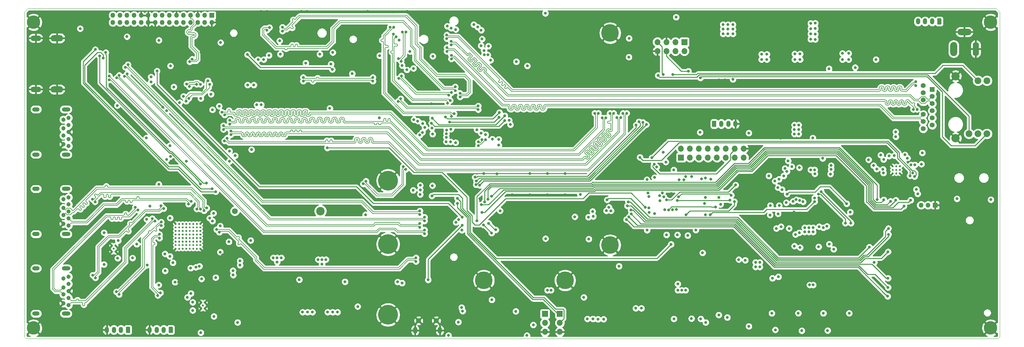
<source format=gbr>
%TF.GenerationSoftware,KiCad,Pcbnew,5.1.2+dfsg1-1*%
%TF.CreationDate,2020-02-17T14:18:57+01:00*%
%TF.ProjectId,reform2-motherboard,7265666f-726d-4322-9d6d-6f7468657262,2.0*%
%TF.SameCoordinates,Original*%
%TF.FileFunction,Copper,L3,Inr*%
%TF.FilePolarity,Positive*%
%FSLAX46Y46*%
G04 Gerber Fmt 4.6, Leading zero omitted, Abs format (unit mm)*
G04 Created by KiCad (PCBNEW 5.1.2+dfsg1-1) date 2020-02-17 14:18:57*
%MOMM*%
%LPD*%
G04 APERTURE LIST*
%TA.AperFunction,NonConductor*%
%ADD10C,0.050000*%
%TD*%
%TA.AperFunction,ViaPad*%
%ADD11O,1.350000X1.350000*%
%TD*%
%TA.AperFunction,ViaPad*%
%ADD12R,1.350000X1.350000*%
%TD*%
%TA.AperFunction,ViaPad*%
%ADD13O,1.200000X1.750000*%
%TD*%
%TA.AperFunction,Conductor*%
%ADD14C,0.100000*%
%TD*%
%TA.AperFunction,ViaPad*%
%ADD15C,1.200000*%
%TD*%
%TA.AperFunction,ViaPad*%
%ADD16C,0.500000*%
%TD*%
%TA.AperFunction,ViaPad*%
%ADD17C,5.000000*%
%TD*%
%TA.AperFunction,ViaPad*%
%ADD18C,3.800000*%
%TD*%
%TA.AperFunction,ViaPad*%
%ADD19O,1.700000X1.700000*%
%TD*%
%TA.AperFunction,ViaPad*%
%ADD20R,1.700000X1.700000*%
%TD*%
%TA.AperFunction,ViaPad*%
%ADD21O,3.556000X1.778000*%
%TD*%
%TA.AperFunction,ViaPad*%
%ADD22O,3.000000X1.500000*%
%TD*%
%TA.AperFunction,ViaPad*%
%ADD23O,2.400000X1.200000*%
%TD*%
%TA.AperFunction,ViaPad*%
%ADD24O,2.100000X1.200000*%
%TD*%
%TA.AperFunction,ViaPad*%
%ADD25C,5.600000*%
%TD*%
%TA.AperFunction,ViaPad*%
%ADD26C,2.400000*%
%TD*%
%TA.AperFunction,ViaPad*%
%ADD27C,1.650000*%
%TD*%
%TA.AperFunction,ViaPad*%
%ADD28O,1.200000X1.900000*%
%TD*%
%TA.AperFunction,ViaPad*%
%ADD29C,1.450000*%
%TD*%
%TA.AperFunction,ViaPad*%
%ADD30C,0.600000*%
%TD*%
%TA.AperFunction,ViaPad*%
%ADD31C,1.398000*%
%TD*%
%TA.AperFunction,ViaPad*%
%ADD32R,1.398000X1.398000*%
%TD*%
%TA.AperFunction,ViaPad*%
%ADD33C,1.905000*%
%TD*%
%TA.AperFunction,ViaPad*%
%ADD34C,2.355000*%
%TD*%
%TA.AperFunction,ViaPad*%
%ADD35O,1.750000X4.000000*%
%TD*%
%TA.AperFunction,ViaPad*%
%ADD36O,4.000000X1.800000*%
%TD*%
%TA.AperFunction,ViaPad*%
%ADD37O,2.000000X4.000000*%
%TD*%
%TA.AperFunction,ViaPad*%
%ADD38C,0.800000*%
%TD*%
%TA.AperFunction,Conductor*%
%ADD39C,0.200000*%
%TD*%
%TA.AperFunction,Conductor*%
%ADD40C,0.250000*%
%TD*%
%TA.AperFunction,Conductor*%
%ADD41C,0.254000*%
%TD*%
G04 APERTURE END LIST*
D10*
X315500000Y-133000000D02*
X315000000Y-133500000D01*
X315500000Y-41000000D02*
X315500000Y-133000000D01*
X40000000Y-133500000D02*
X39500000Y-133000000D01*
X40500000Y-40000000D02*
X39500000Y-41000000D01*
X314500000Y-40000000D02*
X315500000Y-41000000D01*
X315000000Y-133500000D02*
X40000000Y-133500000D01*
X39500000Y-133000000D02*
X39500000Y-41000000D01*
X40500000Y-40000000D02*
X314500000Y-40000000D01*
D11*
%TO.N,Net-(J16-Pad3)*%
%TO.C,J16*%
X293225000Y-95725000D03*
%TO.N,Net-(J16-Pad2)*%
X295225000Y-95725000D03*
D12*
%TO.N,GND*%
X297225000Y-95725000D03*
%TD*%
D13*
%TO.N,GND*%
%TO.C,J23*%
X240700000Y-72700000D03*
%TO.N,/Reform 2 Power/LPC_RXDc*%
X238700000Y-72700000D03*
%TO.N,/Reform 2 Power/LPC_TXDc*%
X236700000Y-72700000D03*
D14*
%TO.N,/Reform 2 Power/LPC_VCC*%
G36*
X235074505Y-71826204D02*
G01*
X235098773Y-71829804D01*
X235122572Y-71835765D01*
X235145671Y-71844030D01*
X235167850Y-71854520D01*
X235188893Y-71867132D01*
X235208599Y-71881747D01*
X235226777Y-71898223D01*
X235243253Y-71916401D01*
X235257868Y-71936107D01*
X235270480Y-71957150D01*
X235280970Y-71979329D01*
X235289235Y-72002428D01*
X235295196Y-72026227D01*
X235298796Y-72050495D01*
X235300000Y-72074999D01*
X235300000Y-73325001D01*
X235298796Y-73349505D01*
X235295196Y-73373773D01*
X235289235Y-73397572D01*
X235280970Y-73420671D01*
X235270480Y-73442850D01*
X235257868Y-73463893D01*
X235243253Y-73483599D01*
X235226777Y-73501777D01*
X235208599Y-73518253D01*
X235188893Y-73532868D01*
X235167850Y-73545480D01*
X235145671Y-73555970D01*
X235122572Y-73564235D01*
X235098773Y-73570196D01*
X235074505Y-73573796D01*
X235050001Y-73575000D01*
X234349999Y-73575000D01*
X234325495Y-73573796D01*
X234301227Y-73570196D01*
X234277428Y-73564235D01*
X234254329Y-73555970D01*
X234232150Y-73545480D01*
X234211107Y-73532868D01*
X234191401Y-73518253D01*
X234173223Y-73501777D01*
X234156747Y-73483599D01*
X234142132Y-73463893D01*
X234129520Y-73442850D01*
X234119030Y-73420671D01*
X234110765Y-73397572D01*
X234104804Y-73373773D01*
X234101204Y-73349505D01*
X234100000Y-73325001D01*
X234100000Y-72074999D01*
X234101204Y-72050495D01*
X234104804Y-72026227D01*
X234110765Y-72002428D01*
X234119030Y-71979329D01*
X234129520Y-71957150D01*
X234142132Y-71936107D01*
X234156747Y-71916401D01*
X234173223Y-71898223D01*
X234191401Y-71881747D01*
X234211107Y-71867132D01*
X234232150Y-71854520D01*
X234254329Y-71844030D01*
X234277428Y-71835765D01*
X234301227Y-71829804D01*
X234325495Y-71826204D01*
X234349999Y-71825000D01*
X235050001Y-71825000D01*
X235074505Y-71826204D01*
X235074505Y-71826204D01*
G37*
D15*
X234700000Y-72700000D03*
%TD*%
D13*
%TO.N,Net-(J21-Pad4)*%
%TO.C,J21*%
X292400000Y-43700000D03*
%TO.N,Net-(J21-Pad3)*%
X294400000Y-43700000D03*
%TO.N,Net-(J21-Pad2)*%
X296400000Y-43700000D03*
D14*
%TO.N,Net-(J21-Pad1)*%
G36*
X298774505Y-42826204D02*
G01*
X298798773Y-42829804D01*
X298822572Y-42835765D01*
X298845671Y-42844030D01*
X298867850Y-42854520D01*
X298888893Y-42867132D01*
X298908599Y-42881747D01*
X298926777Y-42898223D01*
X298943253Y-42916401D01*
X298957868Y-42936107D01*
X298970480Y-42957150D01*
X298980970Y-42979329D01*
X298989235Y-43002428D01*
X298995196Y-43026227D01*
X298998796Y-43050495D01*
X299000000Y-43074999D01*
X299000000Y-44325001D01*
X298998796Y-44349505D01*
X298995196Y-44373773D01*
X298989235Y-44397572D01*
X298980970Y-44420671D01*
X298970480Y-44442850D01*
X298957868Y-44463893D01*
X298943253Y-44483599D01*
X298926777Y-44501777D01*
X298908599Y-44518253D01*
X298888893Y-44532868D01*
X298867850Y-44545480D01*
X298845671Y-44555970D01*
X298822572Y-44564235D01*
X298798773Y-44570196D01*
X298774505Y-44573796D01*
X298750001Y-44575000D01*
X298049999Y-44575000D01*
X298025495Y-44573796D01*
X298001227Y-44570196D01*
X297977428Y-44564235D01*
X297954329Y-44555970D01*
X297932150Y-44545480D01*
X297911107Y-44532868D01*
X297891401Y-44518253D01*
X297873223Y-44501777D01*
X297856747Y-44483599D01*
X297842132Y-44463893D01*
X297829520Y-44442850D01*
X297819030Y-44420671D01*
X297810765Y-44397572D01*
X297804804Y-44373773D01*
X297801204Y-44349505D01*
X297800000Y-44325001D01*
X297800000Y-43074999D01*
X297801204Y-43050495D01*
X297804804Y-43026227D01*
X297810765Y-43002428D01*
X297819030Y-42979329D01*
X297829520Y-42957150D01*
X297842132Y-42936107D01*
X297856747Y-42916401D01*
X297873223Y-42898223D01*
X297891401Y-42881747D01*
X297911107Y-42867132D01*
X297932150Y-42854520D01*
X297954329Y-42844030D01*
X297977428Y-42835765D01*
X298001227Y-42829804D01*
X298025495Y-42826204D01*
X298049999Y-42825000D01*
X298750001Y-42825000D01*
X298774505Y-42826204D01*
X298774505Y-42826204D01*
G37*
D15*
X298400000Y-43700000D03*
%TD*%
D13*
%TO.N,GND*%
%TO.C,J14*%
X74900000Y-131000000D03*
%TO.N,Net-(J14-Pad3)*%
X76900000Y-131000000D03*
%TO.N,Net-(J14-Pad2)*%
X78900000Y-131000000D03*
D14*
%TO.N,Net-(C71-Pad1)*%
G36*
X81274505Y-130126204D02*
G01*
X81298773Y-130129804D01*
X81322572Y-130135765D01*
X81345671Y-130144030D01*
X81367850Y-130154520D01*
X81388893Y-130167132D01*
X81408599Y-130181747D01*
X81426777Y-130198223D01*
X81443253Y-130216401D01*
X81457868Y-130236107D01*
X81470480Y-130257150D01*
X81480970Y-130279329D01*
X81489235Y-130302428D01*
X81495196Y-130326227D01*
X81498796Y-130350495D01*
X81500000Y-130374999D01*
X81500000Y-131625001D01*
X81498796Y-131649505D01*
X81495196Y-131673773D01*
X81489235Y-131697572D01*
X81480970Y-131720671D01*
X81470480Y-131742850D01*
X81457868Y-131763893D01*
X81443253Y-131783599D01*
X81426777Y-131801777D01*
X81408599Y-131818253D01*
X81388893Y-131832868D01*
X81367850Y-131845480D01*
X81345671Y-131855970D01*
X81322572Y-131864235D01*
X81298773Y-131870196D01*
X81274505Y-131873796D01*
X81250001Y-131875000D01*
X80549999Y-131875000D01*
X80525495Y-131873796D01*
X80501227Y-131870196D01*
X80477428Y-131864235D01*
X80454329Y-131855970D01*
X80432150Y-131845480D01*
X80411107Y-131832868D01*
X80391401Y-131818253D01*
X80373223Y-131801777D01*
X80356747Y-131783599D01*
X80342132Y-131763893D01*
X80329520Y-131742850D01*
X80319030Y-131720671D01*
X80310765Y-131697572D01*
X80304804Y-131673773D01*
X80301204Y-131649505D01*
X80300000Y-131625001D01*
X80300000Y-130374999D01*
X80301204Y-130350495D01*
X80304804Y-130326227D01*
X80310765Y-130302428D01*
X80319030Y-130279329D01*
X80329520Y-130257150D01*
X80342132Y-130236107D01*
X80356747Y-130216401D01*
X80373223Y-130198223D01*
X80391401Y-130181747D01*
X80411107Y-130167132D01*
X80432150Y-130154520D01*
X80454329Y-130144030D01*
X80477428Y-130135765D01*
X80501227Y-130129804D01*
X80525495Y-130126204D01*
X80549999Y-130125000D01*
X81250001Y-130125000D01*
X81274505Y-130126204D01*
X81274505Y-130126204D01*
G37*
D15*
X80900000Y-131000000D03*
%TD*%
D13*
%TO.N,GND*%
%TO.C,J9*%
X62800000Y-131000000D03*
%TO.N,Net-(J9-Pad3)*%
X64800000Y-131000000D03*
%TO.N,Net-(J9-Pad2)*%
X66800000Y-131000000D03*
D14*
%TO.N,Net-(C69-Pad1)*%
G36*
X69174505Y-130126204D02*
G01*
X69198773Y-130129804D01*
X69222572Y-130135765D01*
X69245671Y-130144030D01*
X69267850Y-130154520D01*
X69288893Y-130167132D01*
X69308599Y-130181747D01*
X69326777Y-130198223D01*
X69343253Y-130216401D01*
X69357868Y-130236107D01*
X69370480Y-130257150D01*
X69380970Y-130279329D01*
X69389235Y-130302428D01*
X69395196Y-130326227D01*
X69398796Y-130350495D01*
X69400000Y-130374999D01*
X69400000Y-131625001D01*
X69398796Y-131649505D01*
X69395196Y-131673773D01*
X69389235Y-131697572D01*
X69380970Y-131720671D01*
X69370480Y-131742850D01*
X69357868Y-131763893D01*
X69343253Y-131783599D01*
X69326777Y-131801777D01*
X69308599Y-131818253D01*
X69288893Y-131832868D01*
X69267850Y-131845480D01*
X69245671Y-131855970D01*
X69222572Y-131864235D01*
X69198773Y-131870196D01*
X69174505Y-131873796D01*
X69150001Y-131875000D01*
X68449999Y-131875000D01*
X68425495Y-131873796D01*
X68401227Y-131870196D01*
X68377428Y-131864235D01*
X68354329Y-131855970D01*
X68332150Y-131845480D01*
X68311107Y-131832868D01*
X68291401Y-131818253D01*
X68273223Y-131801777D01*
X68256747Y-131783599D01*
X68242132Y-131763893D01*
X68229520Y-131742850D01*
X68219030Y-131720671D01*
X68210765Y-131697572D01*
X68204804Y-131673773D01*
X68201204Y-131649505D01*
X68200000Y-131625001D01*
X68200000Y-130374999D01*
X68201204Y-130350495D01*
X68204804Y-130326227D01*
X68210765Y-130302428D01*
X68219030Y-130279329D01*
X68229520Y-130257150D01*
X68242132Y-130236107D01*
X68256747Y-130216401D01*
X68273223Y-130198223D01*
X68291401Y-130181747D01*
X68311107Y-130167132D01*
X68332150Y-130154520D01*
X68354329Y-130144030D01*
X68377428Y-130135765D01*
X68401227Y-130129804D01*
X68425495Y-130126204D01*
X68449999Y-130125000D01*
X69150001Y-130125000D01*
X69174505Y-130126204D01*
X69174505Y-130126204D01*
G37*
D15*
X68800000Y-131000000D03*
%TD*%
D16*
%TO.N,GND*%
%TO.C,U3*%
X287200000Y-86700000D03*
X286200000Y-86700000D03*
X285200000Y-86700000D03*
X287200000Y-85700000D03*
X286200000Y-85700000D03*
X285200000Y-85700000D03*
X287200000Y-84700000D03*
X286200000Y-84700000D03*
X285200000Y-84700000D03*
%TD*%
D17*
%TO.N,GND*%
%TO.C,H25*%
X169500000Y-117000000D03*
%TD*%
%TO.N,GND*%
%TO.C,H27*%
X205250000Y-107000000D03*
%TD*%
%TO.N,GND*%
%TO.C,H24*%
X192500000Y-117000000D03*
%TD*%
%TO.N,GND*%
%TO.C,H22*%
X205250000Y-47000000D03*
%TD*%
D18*
%TO.N,GND*%
%TO.C,H8*%
X312928000Y-130480000D03*
%TD*%
%TO.N,GND*%
%TO.C,H6*%
X312928000Y-43940000D03*
%TD*%
%TO.N,GND*%
%TO.C,H7*%
X42040000Y-130480000D03*
%TD*%
%TO.N,GND*%
%TO.C,H5*%
X42040000Y-43940000D03*
%TD*%
D19*
%TO.N,GND*%
%TO.C,J19*%
X218630000Y-52090000D03*
%TO.N,ETH0_LED_LINK2*%
X218630000Y-49550000D03*
%TO.N,ETH0_LED_LINK1*%
X221170000Y-52090000D03*
%TO.N,GND*%
X221170000Y-49550000D03*
%TO.N,IMX_JTAG_TCK*%
X223710000Y-52090000D03*
%TO.N,IMX_JTAG_TMS*%
X223710000Y-49550000D03*
%TO.N,IMX_JTAG_TDI*%
X226250000Y-52090000D03*
D20*
%TO.N,+3V3*%
X226250000Y-49550000D03*
%TD*%
D16*
%TO.N,GND*%
%TO.C,U9*%
X88250000Y-101000000D03*
X89250000Y-101000000D03*
X89250000Y-102000000D03*
X88250000Y-102000000D03*
X89250000Y-105000000D03*
X89250000Y-106000000D03*
X88250000Y-105000000D03*
X88250000Y-106000000D03*
X89250000Y-108000000D03*
X88250000Y-108000000D03*
X88250000Y-107000000D03*
X89250000Y-107000000D03*
X88250000Y-103000000D03*
X89250000Y-104000000D03*
X88250000Y-104000000D03*
X89250000Y-103000000D03*
X86250000Y-101000000D03*
X87250000Y-101000000D03*
X87250000Y-102000000D03*
X86250000Y-102000000D03*
X87250000Y-105000000D03*
X87250000Y-106000000D03*
X86250000Y-105000000D03*
X86250000Y-106000000D03*
X87250000Y-108000000D03*
X86250000Y-108000000D03*
X86250000Y-107000000D03*
X87250000Y-107000000D03*
X86250000Y-103000000D03*
X87250000Y-104000000D03*
X86250000Y-104000000D03*
X87250000Y-103000000D03*
X85250000Y-103000000D03*
X84250000Y-104000000D03*
X85250000Y-104000000D03*
X84250000Y-103000000D03*
X84250000Y-102000000D03*
X84250000Y-101000000D03*
X85250000Y-101000000D03*
X85250000Y-102000000D03*
X83250000Y-103000000D03*
X82250000Y-104000000D03*
X83250000Y-104000000D03*
X82250000Y-103000000D03*
X82250000Y-102000000D03*
X82250000Y-101000000D03*
X83250000Y-101000000D03*
X83250000Y-102000000D03*
X82250000Y-105000000D03*
X82250000Y-106000000D03*
X85250000Y-106000000D03*
X84250000Y-106000000D03*
X85250000Y-105000000D03*
X84250000Y-105000000D03*
X83250000Y-105000000D03*
X83250000Y-106000000D03*
X82250000Y-107000000D03*
X85250000Y-107000000D03*
X83250000Y-107000000D03*
X84250000Y-107000000D03*
X82250000Y-108000000D03*
X85250000Y-108000000D03*
X84250000Y-108000000D03*
X83250000Y-108000000D03*
%TD*%
D11*
%TO.N,Net-(J24-Pad30)*%
%TO.C,J24*%
X64500000Y-44000000D03*
%TO.N,+3V3*%
X64500000Y-42000000D03*
X66500000Y-44000000D03*
X66500000Y-42000000D03*
X68500000Y-44000000D03*
%TO.N,Net-(J24-Pad25)*%
X68500000Y-42000000D03*
%TO.N,Net-(J24-Pad24)*%
X70500000Y-44000000D03*
%TO.N,/Reform 2 Display/EDP_BL_PWM*%
X70500000Y-42000000D03*
%TO.N,/Reform 2 Display/EDP_BL_ENABLE*%
X72500000Y-44000000D03*
%TO.N,GND*%
X72500000Y-42000000D03*
X74500000Y-44000000D03*
X74500000Y-42000000D03*
X76500000Y-44000000D03*
%TO.N,/Reform 2 Display/EDP_HPD*%
X76500000Y-42000000D03*
%TO.N,Net-(J24-Pad16)*%
X78500000Y-44000000D03*
%TO.N,Net-(J24-Pad15)*%
X78500000Y-42000000D03*
%TO.N,/Reform 2 Display/EDP_LCD_TEST*%
X80500000Y-44000000D03*
%TO.N,+3V3*%
X80500000Y-42000000D03*
X82500000Y-44000000D03*
%TO.N,GND*%
X82500000Y-42000000D03*
%TO.N,EDP_AUX_DN*%
X84500000Y-44000000D03*
%TO.N,EDP_AUX_DP*%
X84500000Y-42000000D03*
%TO.N,GND*%
X86500000Y-44000000D03*
%TO.N,EDP_TX0_DP*%
X86500000Y-42000000D03*
%TO.N,EDP_TX0_DN*%
X88500000Y-44000000D03*
%TO.N,GND*%
X88500000Y-42000000D03*
%TO.N,EDP_TX1_DP*%
X90500000Y-44000000D03*
%TO.N,EDP_TX1_DN*%
X90500000Y-42000000D03*
%TO.N,GND*%
X92500000Y-44000000D03*
D12*
%TO.N,Net-(J24-Pad1)*%
X92500000Y-42000000D03*
%TD*%
D19*
%TO.N,GND*%
%TO.C,J20*%
X186800000Y-131580000D03*
%TO.N,IMX_UART2_RX*%
X186800000Y-129040000D03*
D20*
%TO.N,IMX_UART2_TX*%
X186800000Y-126500000D03*
%TD*%
D19*
%TO.N,GND*%
%TO.C,J18*%
X191000000Y-131580000D03*
%TO.N,IMX_UART1_RX*%
X191000000Y-129040000D03*
D20*
%TO.N,IMX_UART1_TX*%
X191000000Y-126500000D03*
%TD*%
D19*
%TO.N,GND*%
%TO.C,J22*%
X243080000Y-79710000D03*
%TO.N,/Reform 2 Power/LPC_VCC*%
X243080000Y-82250000D03*
%TO.N,/Reform 2 Power/LPC_PIO1_25*%
X240540000Y-79710000D03*
%TO.N,/Reform 2 Power/LPC_AD7*%
X240540000Y-82250000D03*
%TO.N,/Reform 2 Power/LPC_PIO1_31*%
X238000000Y-79710000D03*
%TO.N,/Reform 2 Power/LPC_MOSI1a*%
X238000000Y-82250000D03*
%TO.N,/Reform 2 Power/LPC_SCK0b*%
X235460000Y-79710000D03*
%TO.N,/Reform 2 Power/LPC_TDI*%
X235460000Y-82250000D03*
%TO.N,/Reform 2 Power/LPC_MISO1a*%
X232920000Y-79710000D03*
%TO.N,/Reform 2 Power/LPC_TMS*%
X232920000Y-82250000D03*
%TO.N,/Reform 2 Power/LPC_RXDa*%
X230380000Y-79710000D03*
%TO.N,/Reform 2 Power/LPC_TDO*%
X230380000Y-82250000D03*
%TO.N,/Reform 2 Power/LPC_TXDa*%
X227840000Y-79710000D03*
%TO.N,/Reform 2 Power/LPC_~TRST*%
X227840000Y-82250000D03*
%TO.N,/Reform 2 Power/LPC_AD5*%
X225300000Y-79710000D03*
D20*
%TO.N,/Reform 2 Power/LPC_SWDIO*%
X225300000Y-82250000D03*
%TD*%
D21*
%TO.N,GND*%
%TO.C,J4*%
X48700000Y-48450000D03*
X48700000Y-62950000D03*
D22*
X42700000Y-48450000D03*
X42700000Y-62950000D03*
%TD*%
D15*
%TO.N,Net-(J17-Pad1)*%
%TO.C,J17*%
X50500000Y-71500000D03*
%TO.N,USB2_DN*%
X50500000Y-74000000D03*
%TO.N,USB2_DP*%
X50500000Y-76000000D03*
%TO.N,GND*%
X50500000Y-78500000D03*
%TO.N,USB2_RX_N*%
X52000000Y-79000000D03*
%TO.N,USB2_RX_P*%
X52000000Y-77000000D03*
%TO.N,GND*%
X52000000Y-75000000D03*
%TO.N,USB2_TX_N*%
X52000000Y-73000000D03*
%TO.N,USB2_TX_P*%
X52000000Y-71000000D03*
D23*
%TO.N,Net-(C75-Pad1)*%
X51250000Y-81400000D03*
X51250000Y-68600000D03*
D24*
X42750000Y-81400000D03*
X42750000Y-68600000D03*
%TD*%
D25*
%TO.N,GND*%
%TO.C,H3*%
X142400000Y-88750000D03*
%TD*%
%TO.N,GND*%
%TO.C,H2*%
X142400000Y-106750000D03*
%TD*%
D26*
%TO.N,N/C*%
%TO.C,J11*%
X123240000Y-97400000D03*
D27*
X99040000Y-97400000D03*
%TD*%
D25*
%TO.N,GND*%
%TO.C,H1*%
X142400000Y-126750000D03*
%TD*%
D28*
%TO.N,GND*%
%TO.C,J8*%
X157050000Y-131137500D03*
X150050000Y-131137500D03*
D29*
X156050000Y-128437500D03*
X151050000Y-128437500D03*
%TD*%
D15*
%TO.N,Net-(C81-Pad1)*%
%TO.C,J5*%
X50500000Y-116500000D03*
%TO.N,USB3_2_DN*%
X50500000Y-119000000D03*
%TO.N,USB3_2_DP*%
X50500000Y-121000000D03*
%TO.N,GND*%
X50500000Y-123500000D03*
%TO.N,USB3_2_SSRXN*%
X52000000Y-124000000D03*
%TO.N,USB3_2_SSRXP*%
X52000000Y-122000000D03*
%TO.N,GND*%
X52000000Y-120000000D03*
%TO.N,Net-(C39-Pad2)*%
X52000000Y-118000000D03*
%TO.N,Net-(C41-Pad2)*%
X52000000Y-116000000D03*
D23*
%TO.N,Net-(C74-Pad1)*%
X51250000Y-126400000D03*
X51250000Y-113600000D03*
D24*
X42750000Y-126400000D03*
X42750000Y-113600000D03*
%TD*%
D30*
%TO.N,GND*%
%TO.C,U16*%
X90000000Y-124100000D03*
X89520000Y-123240000D03*
X89520000Y-124960000D03*
X90480000Y-123240000D03*
X90480000Y-124960000D03*
%TD*%
%TO.N,GND*%
%TO.C,U15*%
X64750000Y-108000000D03*
X64270000Y-107140000D03*
X64270000Y-108860000D03*
X65230000Y-107140000D03*
X65230000Y-108860000D03*
%TD*%
D24*
%TO.N,Net-(C67-Pad1)*%
%TO.C,J6*%
X42750000Y-91100000D03*
X42750000Y-103900000D03*
D23*
X51250000Y-91100000D03*
X51250000Y-103900000D03*
D15*
%TO.N,Net-(C42-Pad2)*%
X52000000Y-93500000D03*
%TO.N,Net-(C40-Pad2)*%
X52000000Y-95500000D03*
%TO.N,GND*%
X52000000Y-97500000D03*
%TO.N,USB3_1_SSRXP*%
X52000000Y-99500000D03*
%TO.N,USB3_1_SSRXN*%
X52000000Y-101500000D03*
%TO.N,GND*%
X50500000Y-101000000D03*
%TO.N,USB3_1_DP*%
X50500000Y-98500000D03*
%TO.N,USB3_1_DN*%
X50500000Y-96500000D03*
%TO.N,Net-(C63-Pad1)*%
X50500000Y-94000000D03*
%TD*%
D31*
%TO.N,ETH0_A-*%
%TO.C,P1*%
X293860000Y-70035000D03*
%TO.N,ETH0_A+*%
X293860000Y-72065000D03*
%TO.N,Net-(C26-Pad1)*%
X293860000Y-74095000D03*
%TO.N,ETH0_D-*%
X293860000Y-65965000D03*
%TO.N,ETH0_D+*%
X293860000Y-63935000D03*
%TO.N,Net-(C23-Pad1)*%
X293860000Y-61905000D03*
%TO.N,ETH0_B+*%
X296400000Y-69015000D03*
%TO.N,ETH0_C+*%
X296400000Y-66985000D03*
%TO.N,ETH0_C-*%
X296400000Y-64955000D03*
D32*
%TO.N,Net-(C24-Pad1)*%
X296400000Y-62925000D03*
D31*
%TO.N,ETH0_B-*%
X296400000Y-71045000D03*
%TO.N,Net-(C25-Pad1)*%
X296400000Y-73075000D03*
D33*
%TO.N,Net-(P1-Pad17)*%
X311890000Y-75520000D03*
%TO.N,+3V3*%
X309350000Y-75520000D03*
%TO.N,Net-(P1-Pad15)*%
X306810000Y-75520000D03*
%TO.N,+3V3*%
X311890000Y-60480000D03*
%TO.N,Net-(P1-Pad13)*%
X309350000Y-60480000D03*
D34*
%TO.N,GND*%
X303000000Y-76790000D03*
X303000000Y-59210000D03*
%TD*%
D35*
%TO.N,GND*%
%TO.C,J1*%
X308750000Y-51500000D03*
D36*
X305500000Y-46700000D03*
D37*
%TO.N,/Reform 2 Power/24V_IN*%
X302500000Y-51500000D03*
%TD*%
D38*
%TO.N,HDMI_D2+*%
X63500000Y-60225000D03*
X152700000Y-103775000D03*
%TO.N,HDMI_D2-*%
X63500000Y-59175000D03*
X152700000Y-102725000D03*
%TO.N,HDMI_D1+*%
X151400000Y-101975000D03*
X65553768Y-59696232D03*
%TO.N,HDMI_D1-*%
X151400000Y-100925000D03*
X66296232Y-58953768D03*
%TO.N,HDMI_D0+*%
X67828768Y-59271232D03*
X152700000Y-100175000D03*
%TO.N,HDMI_D0-*%
X68571232Y-58528768D03*
X152700000Y-99125000D03*
%TO.N,SD2_DATA1*%
X170800000Y-50700000D03*
X205500000Y-97300000D03*
%TO.N,SD2_DATA0*%
X169001401Y-48694004D03*
X204900000Y-96299998D03*
%TO.N,SD2_CLK*%
X204186178Y-97293855D03*
X170622976Y-53184705D03*
%TO.N,SD2_CMD*%
X169623178Y-53164003D03*
X200275000Y-97475000D03*
%TO.N,SD2_DATA3*%
X169537632Y-51926649D03*
X200466743Y-98888908D03*
%TO.N,SD2_DATA2*%
X168700000Y-50600000D03*
X199100000Y-99099998D03*
%TO.N,GND*%
X242900000Y-124300000D03*
X236050000Y-124475000D03*
X252100000Y-117600000D03*
X113250000Y-117000000D03*
X116000000Y-118150000D03*
X70500000Y-72700000D03*
X95600000Y-109800000D03*
X47000000Y-55250000D03*
X47000000Y-56750000D03*
X47000000Y-58250000D03*
X141250000Y-45200000D03*
X104250000Y-49250000D03*
X143900000Y-41000000D03*
X136600000Y-40900000D03*
X133800000Y-45200000D03*
X167100000Y-63700000D03*
X167100000Y-61800000D03*
X167100000Y-65200001D03*
X109600000Y-55100000D03*
X196600000Y-61700000D03*
X241400000Y-107900000D03*
X234300000Y-111300000D03*
X235900000Y-111300000D03*
X89600000Y-63200000D03*
X167000000Y-77000000D03*
X147800000Y-40900000D03*
X222600010Y-92400000D03*
X98700000Y-111300000D03*
X64100000Y-110300000D03*
X84300000Y-89700000D03*
X94287347Y-96112653D03*
X68100000Y-66000000D03*
X58700000Y-65600000D03*
X55100000Y-65800000D03*
X82750000Y-47000000D03*
X113500000Y-55250000D03*
X102250000Y-45200000D03*
X104950000Y-41000000D03*
X109900000Y-41000000D03*
X111800000Y-41050000D03*
X121750000Y-57850000D03*
X135750000Y-66500000D03*
X64000000Y-105750000D03*
X71700000Y-101400000D03*
X74100000Y-98400000D03*
X84700000Y-120100000D03*
X72000000Y-105700000D03*
X93700000Y-114800000D03*
X81719135Y-82780865D03*
X139700000Y-45200000D03*
X138200000Y-45200000D03*
X136600000Y-45200000D03*
X135200000Y-45200000D03*
X154700000Y-67000000D03*
X153300000Y-71100000D03*
X167400000Y-70200000D03*
X154800000Y-96500000D03*
X154900000Y-105200000D03*
X168400000Y-93900000D03*
X226749999Y-127850000D03*
X233600000Y-125450000D03*
X240900000Y-125600000D03*
X248150000Y-125650000D03*
X255450000Y-125600000D03*
X262750000Y-125750000D03*
X269800000Y-125800000D03*
X307950000Y-94900000D03*
X300100000Y-82350000D03*
X220250000Y-84900000D03*
X237950000Y-111100000D03*
X200650000Y-57200000D03*
X196600000Y-60150000D03*
X196600000Y-58650000D03*
X196800000Y-69250000D03*
X80750000Y-53000000D03*
X76000000Y-52500000D03*
X75500000Y-83000000D03*
X167700000Y-103900000D03*
X127400000Y-68300000D03*
X215900000Y-84700000D03*
X55700000Y-50850000D03*
X53600000Y-51050000D03*
X91150000Y-67600000D03*
X92100000Y-66500000D03*
X94950000Y-80750000D03*
X78650000Y-68000000D03*
X92250000Y-78550000D03*
X98000000Y-67500000D03*
X119500000Y-67500000D03*
X130500000Y-76650000D03*
X99500000Y-76700000D03*
X120000000Y-87000000D03*
X125000000Y-87000000D03*
X130000000Y-87000000D03*
X132500000Y-87000000D03*
X130000000Y-93250000D03*
X130000000Y-97500000D03*
X115000000Y-97500000D03*
X110000000Y-97500000D03*
X110000000Y-93000000D03*
X115000000Y-93000000D03*
X103500000Y-103300000D03*
X134500000Y-106500000D03*
X138500000Y-110500000D03*
X70500000Y-46350000D03*
X61550000Y-45000000D03*
X59500000Y-42000000D03*
X50500000Y-46000000D03*
X59500000Y-49100000D03*
X145500000Y-110500000D03*
X59500000Y-123500000D03*
X56500000Y-120500000D03*
X62000000Y-121000000D03*
X59000000Y-118000000D03*
X64500000Y-118500000D03*
X55500000Y-103000000D03*
X55500000Y-98500000D03*
X55500000Y-91000000D03*
X48000000Y-94000000D03*
X48000000Y-101000000D03*
X48000000Y-97500000D03*
X48000000Y-78500000D03*
X48000000Y-75000000D03*
X48000000Y-71500000D03*
X48000000Y-123500000D03*
X44000000Y-116500000D03*
X54500000Y-82500000D03*
X54500000Y-71000000D03*
X57500000Y-74000000D03*
X60500000Y-77000000D03*
X64000000Y-80500000D03*
X60500000Y-71000000D03*
X63500000Y-74000000D03*
X117300000Y-45000000D03*
X119950000Y-45000000D03*
X97500000Y-50500000D03*
X172000000Y-67500000D03*
X170000000Y-65500000D03*
X180000000Y-58500000D03*
X175000000Y-52000000D03*
X180000000Y-52000000D03*
X180000000Y-71000000D03*
X186500000Y-71000000D03*
X192500000Y-71000000D03*
X190000000Y-61000000D03*
X194000000Y-61000000D03*
X192000000Y-57500000D03*
X183500000Y-75500000D03*
X206750000Y-57250000D03*
X278000000Y-120000000D03*
X281500000Y-123500000D03*
X281500000Y-128500000D03*
X215500000Y-108000000D03*
X198500000Y-119000000D03*
X200500000Y-117000000D03*
X187500000Y-96000000D03*
X192500000Y-96000000D03*
X187500000Y-101000000D03*
X182500000Y-96000000D03*
X273100000Y-47000000D03*
X218500000Y-108000000D03*
X294500000Y-106500000D03*
X306500000Y-106500000D03*
X306500000Y-118000000D03*
X294500000Y-118000000D03*
X300500000Y-112000000D03*
X314000000Y-100500000D03*
X314000000Y-124000000D03*
X300500000Y-106500000D03*
X300500000Y-118000000D03*
X312000000Y-64500000D03*
X312000000Y-71500000D03*
X312000000Y-68000000D03*
X172000000Y-105700000D03*
X110000000Y-83000000D03*
X115000000Y-87000000D03*
X77400000Y-107700000D03*
X187500000Y-92750000D03*
X192500000Y-92750000D03*
X182500000Y-92750000D03*
X190750000Y-75500000D03*
X177500000Y-92750000D03*
X177500000Y-96000000D03*
X137800000Y-56600000D03*
X196000000Y-108000000D03*
X135000000Y-63575000D03*
X196000000Y-112000000D03*
X173200000Y-86824957D03*
X257474030Y-93075001D03*
X264268343Y-93650330D03*
X272200000Y-119600000D03*
X106400000Y-40900000D03*
X108200000Y-40900000D03*
X117800000Y-40900000D03*
X119400000Y-40900000D03*
X250299994Y-83000000D03*
X251700000Y-90300000D03*
X257250000Y-97687500D03*
X267100000Y-97700000D03*
X264850000Y-97700000D03*
X73700000Y-59400000D03*
X71900000Y-54200000D03*
X71900000Y-57300000D03*
X71900000Y-55800000D03*
X278100000Y-48500000D03*
X254100000Y-47600000D03*
X254100000Y-49200000D03*
X249600000Y-47600000D03*
X264300000Y-115100000D03*
X260900000Y-116900000D03*
X258500000Y-116900000D03*
X247400000Y-115400000D03*
X258987340Y-97912660D03*
X125900000Y-117400000D03*
X125900000Y-115800000D03*
X130000000Y-120700000D03*
X283000000Y-88700000D03*
X289500000Y-83500000D03*
X80900000Y-123800000D03*
X84300000Y-127900000D03*
X83100003Y-117500000D03*
X88300000Y-117600000D03*
X86600000Y-117500000D03*
X120000000Y-79600000D03*
X114900000Y-79600000D03*
X257750000Y-124675000D03*
X271725000Y-123975000D03*
X155012660Y-62112656D03*
X158750000Y-55400000D03*
X169500000Y-86800000D03*
X144450000Y-62950000D03*
X150550000Y-61000000D03*
X142600000Y-56350000D03*
X143650000Y-68400000D03*
X146950000Y-71700000D03*
X110000000Y-79600000D03*
X114800000Y-62900000D03*
X103700000Y-123550000D03*
X240750000Y-68750000D03*
X237750000Y-68750000D03*
X234750000Y-68750000D03*
X264750000Y-72500000D03*
X262750000Y-72500000D03*
X260750000Y-72500000D03*
X264500000Y-62000000D03*
X264500000Y-60500000D03*
X236000000Y-60250000D03*
X237750000Y-60250000D03*
X278100000Y-46000000D03*
X286500000Y-57250000D03*
X286500000Y-61000000D03*
X246250000Y-93000000D03*
X247500000Y-94250000D03*
X245000000Y-94250000D03*
X246250000Y-95500000D03*
X274750000Y-89250000D03*
X274750000Y-91000000D03*
X274750000Y-92750000D03*
X274750000Y-94500000D03*
X274750000Y-96250000D03*
X203250000Y-57250000D03*
X210000000Y-57250000D03*
X214000000Y-61750000D03*
X214000000Y-69000000D03*
X182500000Y-86750000D03*
X187500000Y-86750000D03*
X192500000Y-86750000D03*
X117250000Y-65250000D03*
X274750000Y-82500000D03*
X274750000Y-80750000D03*
X276500000Y-80750000D03*
X284000000Y-72750000D03*
X286000000Y-72750000D03*
X286000000Y-69000000D03*
X284750000Y-61000000D03*
X279250000Y-47250000D03*
X279250000Y-44750000D03*
X115250000Y-111750000D03*
X113250000Y-115000000D03*
X116750000Y-111750000D03*
X113750000Y-110250000D03*
X108250000Y-110250000D03*
X121000000Y-110500000D03*
X126250000Y-110500000D03*
X112500000Y-97500000D03*
X112500000Y-93000000D03*
X102500000Y-112750000D03*
X105000000Y-115000000D03*
X107500000Y-117500000D03*
X107500000Y-79600000D03*
X112500000Y-79600000D03*
X122500000Y-87000000D03*
X122500000Y-79600000D03*
X77500000Y-52500000D03*
X83250000Y-53000000D03*
X86000000Y-52500000D03*
X89000000Y-46000000D03*
X89500000Y-52500000D03*
X105750000Y-45500000D03*
X115000000Y-49000000D03*
X125000000Y-49000000D03*
X177500000Y-52000000D03*
X284750000Y-57250000D03*
X178887340Y-104174990D03*
X255000000Y-75500000D03*
X253500000Y-75500000D03*
X252000000Y-75500000D03*
X253500000Y-76750000D03*
X216600000Y-44600000D03*
X224200000Y-45400000D03*
X167325010Y-126831817D03*
X147617665Y-56251784D03*
X154700000Y-77700000D03*
X61200000Y-63400000D03*
X47000000Y-52700000D03*
X47000000Y-59299996D03*
X161700000Y-87000000D03*
X143500000Y-96400000D03*
X145800000Y-93900000D03*
X162800000Y-60600000D03*
X155249996Y-47150000D03*
X155249998Y-48950000D03*
X155250002Y-50750000D03*
X238700000Y-96000000D03*
X204900000Y-99100000D03*
X225500000Y-121300000D03*
X130500000Y-126500000D03*
%TO.N,SD2_CD*%
X171400000Y-54700000D03*
X204400002Y-94200000D03*
X278600000Y-107600000D03*
%TO.N,Net-(C1-Pad2)*%
X250500000Y-98500000D03*
%TO.N,Net-(C1-Pad1)*%
X255100000Y-95000000D03*
X264400000Y-101800000D03*
X264250000Y-107500000D03*
%TO.N,+3V3*%
X62000000Y-112500000D03*
X62000000Y-103499996D03*
X81750000Y-62250000D03*
X104400000Y-61700000D03*
X220250000Y-80750000D03*
X195250000Y-99000000D03*
X126250000Y-55750000D03*
X149600000Y-57000000D03*
X230700000Y-75100000D03*
X237200000Y-44600000D03*
X68500006Y-48013174D03*
X238600000Y-44600000D03*
X240000000Y-44600000D03*
X237200000Y-45900000D03*
X237200000Y-47200000D03*
X238600000Y-45900000D03*
X240000000Y-45900000D03*
X240000000Y-47200000D03*
X238600000Y-47200000D03*
X106500000Y-67300000D03*
X105250000Y-67300000D03*
X102650000Y-61700000D03*
X75287500Y-59412500D03*
X75300000Y-60850000D03*
X77500000Y-118300000D03*
X281843750Y-81543750D03*
X86600000Y-120700000D03*
X99800000Y-128900000D03*
X280700000Y-85500000D03*
X293600000Y-80900000D03*
X223900000Y-42500000D03*
X171750000Y-122500000D03*
%TO.N,/Reform 2 Display/EDP_BL_ENABLE*%
X77550000Y-49050000D03*
X94999998Y-49700000D03*
%TO.N,EDP_TX0_DN*%
X86228768Y-55121232D03*
%TO.N,EDP_TX0_DP*%
X86971232Y-54378768D03*
%TO.N,ETH0_A-*%
X160300000Y-53275000D03*
%TO.N,ETH0_A+*%
X160300000Y-54325000D03*
%TO.N,ETH0_D-*%
X159022565Y-47525000D03*
X291700000Y-60775000D03*
%TO.N,ETH0_D+*%
X159022565Y-48575000D03*
X291700000Y-61825000D03*
%TO.N,ETH0_B+*%
X159025002Y-52175000D03*
X291075000Y-68600000D03*
%TO.N,ETH0_C+*%
X160250000Y-50375000D03*
%TO.N,ETH0_C-*%
X160250000Y-49325000D03*
%TO.N,ETH0_B-*%
X159025002Y-51125000D03*
X292125000Y-68600000D03*
%TO.N,ETH0_LED_RX*%
X154700000Y-72500000D03*
X175400000Y-71800000D03*
%TO.N,Net-(R24-Pad2)*%
X243500000Y-111300000D03*
X241649989Y-111100000D03*
%TO.N,HDMI_HPD*%
X59550000Y-51650000D03*
X93600000Y-91900000D03*
%TO.N,HDMI_SCL*%
X60757182Y-53449880D03*
X89287342Y-89712662D03*
%TO.N,DSI_D3_N*%
X95428768Y-69428768D03*
X200875000Y-69700000D03*
%TO.N,DSI_D3_P*%
X96171232Y-70171232D03*
X201925000Y-69700000D03*
%TO.N,DSI_D0_N*%
X208875000Y-69700000D03*
X96844619Y-76777049D03*
%TO.N,DSI_D0_P*%
X209925000Y-69700000D03*
X96102155Y-77519513D03*
%TO.N,DSI_CLK_N*%
X95800000Y-73225000D03*
X205175000Y-69700000D03*
%TO.N,DSI_CLK_P*%
X95800000Y-74275000D03*
X206225000Y-69700000D03*
%TO.N,DSI_D1_N*%
X97900000Y-74725000D03*
X207175000Y-70900000D03*
%TO.N,DSI_D1_P*%
X97900000Y-75775000D03*
X208225000Y-70900000D03*
%TO.N,DSI_D2_N*%
X97600000Y-71725000D03*
X202975000Y-71000000D03*
%TO.N,DSI_D2_P*%
X97600000Y-72775000D03*
X204025000Y-71000000D03*
%TO.N,USB1_TX_N*%
X150300000Y-110600000D03*
X93889704Y-102613407D03*
%TO.N,USB1_TX_P*%
X150300000Y-111650000D03*
X94632168Y-103355871D03*
%TO.N,USB1_DN*%
X168975000Y-77200000D03*
X167963455Y-77816230D03*
%TO.N,USB1_DP*%
X170025000Y-77200000D03*
X167963455Y-78866230D03*
%TO.N,BMON_CS*%
X221200000Y-104100000D03*
X231400000Y-109200000D03*
%TO.N,BMON_SDI*%
X227200000Y-104300000D03*
X224299996Y-104100000D03*
%TO.N,HDMI_CEC*%
X61800000Y-54100000D03*
X92618755Y-91086257D03*
%TO.N,HDMI_SDA*%
X62500000Y-52500002D03*
X91000000Y-89474990D03*
%TO.N,Net-(C32-Pad1)*%
X255283716Y-86191284D03*
X257700000Y-104000000D03*
%TO.N,+1V2*%
X84500000Y-64900000D03*
X83406056Y-66665761D03*
X74000000Y-76700000D03*
X89400000Y-65500000D03*
X80796861Y-81912762D03*
X79700000Y-69000000D03*
X94600000Y-67700000D03*
X92300000Y-64300000D03*
X111000000Y-111800000D03*
X97500000Y-80399996D03*
X109900000Y-110600000D03*
X112200000Y-110600000D03*
X111000000Y-110600000D03*
%TO.N,USB3_2_SSTXN*%
X59571232Y-116271232D03*
X78871232Y-96671232D03*
%TO.N,USB3_1_SSTXN*%
X59471232Y-94771232D03*
X88249999Y-96800000D03*
%TO.N,USB3_2_SSTXP*%
X58828768Y-115528768D03*
X78128768Y-95928768D03*
%TO.N,USB3_1_SSTXP*%
X58728768Y-94028768D03*
X89299999Y-96800000D03*
%TO.N,USB_PWR*%
X65750000Y-67500000D03*
X55250000Y-45750000D03*
X166650000Y-44600000D03*
X167750000Y-45300000D03*
X168750000Y-46200000D03*
X160250006Y-45600000D03*
X159149998Y-45050000D03*
X161550002Y-45999998D03*
X263300000Y-45700000D03*
X263300000Y-44200000D03*
X263300000Y-48800000D03*
X263300000Y-47300000D03*
X262000000Y-44250000D03*
X262000000Y-45750000D03*
X262000000Y-47250000D03*
X262000000Y-48750000D03*
X125300000Y-126000000D03*
X126700000Y-126000000D03*
X128100000Y-126000000D03*
X70062660Y-110662660D03*
X93100000Y-127200000D03*
X118200000Y-126000000D03*
X119600000Y-126000000D03*
X121000000Y-126000000D03*
X93600000Y-116200000D03*
X286050000Y-74950000D03*
X210600000Y-48500000D03*
X210550000Y-53800000D03*
X174100000Y-97300000D03*
X186975000Y-105175000D03*
%TO.N,Net-(D22-Pad1)*%
X102600000Y-53099990D03*
X126600000Y-57300000D03*
%TO.N,USB3_2_SSRXP*%
X75652956Y-99504580D03*
%TO.N,USB3_2_SSRXN*%
X76395420Y-100247044D03*
%TO.N,USB3_2_DP*%
X70828768Y-96328768D03*
%TO.N,USB3_2_DN*%
X71571232Y-97071232D03*
%TO.N,USB3_1_SSRXP*%
X86663604Y-94668393D03*
%TO.N,USB3_1_SSRXN*%
X85921140Y-95410857D03*
%TO.N,USB3_1_DP*%
X90328768Y-97271232D03*
%TO.N,USB3_1_DN*%
X91071232Y-96528768D03*
%TO.N,Net-(J7-Pad6)*%
X278400000Y-82850000D03*
X313000000Y-94150000D03*
%TO.N,Net-(Q1-Pad5)*%
X267762050Y-85553550D03*
X258874477Y-94408700D03*
%TO.N,Net-(Q1-Pad4)*%
X272200000Y-95300000D03*
X255300000Y-92574993D03*
%TO.N,Net-(Q2-Pad4)*%
X253913223Y-91288453D03*
X252306104Y-102310430D03*
%TO.N,Net-(R57-Pad1)*%
X93000000Y-98000000D03*
X91900000Y-99400000D03*
%TO.N,Net-(R64-Pad2)*%
X92700000Y-68700000D03*
X80800000Y-56300000D03*
%TO.N,+1V8*%
X85300000Y-83300000D03*
X196800000Y-92700000D03*
X99100000Y-81700000D03*
X103750000Y-80000000D03*
X97500000Y-83300000D03*
%TO.N,PCIE1_CLK_N*%
X159578768Y-64571232D03*
X145428768Y-59871232D03*
X118400000Y-60600000D03*
X138100000Y-60600000D03*
%TO.N,PCIE1_CLK_P*%
X160321232Y-63828768D03*
X146171232Y-59128768D03*
X118400000Y-59550000D03*
X138100000Y-59550000D03*
%TO.N,PCIE2_CLK_N*%
X167900000Y-68675000D03*
X145228768Y-66321232D03*
%TO.N,PCIE2_CLK_P*%
X167900000Y-67625000D03*
X145971232Y-65578768D03*
%TO.N,PCIE2_RX_P*%
X144025000Y-45375002D03*
X161071232Y-69828768D03*
%TO.N,PCIE2_RX_N*%
X142975000Y-45375002D03*
X160328768Y-70571232D03*
%TO.N,PCIE2_TX_P*%
X159971232Y-66078768D03*
X144671232Y-48071232D03*
%TO.N,PCIE2_TX_N*%
X159228768Y-66821232D03*
X143928768Y-47328768D03*
%TO.N,PCIE1_RX_P*%
X162750000Y-64025000D03*
X112500000Y-46425000D03*
%TO.N,PCIE1_RX_N*%
X162750000Y-65075000D03*
X112500000Y-45375000D03*
%TO.N,PCIE1_TX_P*%
X161400000Y-62225000D03*
X108078768Y-46171232D03*
%TO.N,PCIE1_TX_N*%
X161400000Y-63275000D03*
X108821232Y-45428768D03*
%TO.N,USB3_1_EN*%
X74200000Y-112700000D03*
X71250000Y-106750000D03*
%TO.N,USB3_3_EN*%
X80650000Y-110200000D03*
X98500000Y-114249999D03*
%TO.N,USB3_4_EN*%
X79250000Y-109500000D03*
X98569644Y-115497584D03*
%TO.N,USB3_4_DN*%
X77700000Y-105025000D03*
X77971232Y-120528768D03*
%TO.N,USB3_4_DP*%
X77700000Y-103975000D03*
X77228768Y-121271232D03*
%TO.N,USB3_3_DN*%
X78174998Y-101525000D03*
X66271232Y-120971232D03*
%TO.N,USB3_3_DP*%
X78174998Y-100475000D03*
X65528768Y-120228768D03*
%TO.N,EDP_IRQ*%
X80653245Y-78852163D03*
X150800000Y-71900000D03*
%TO.N,EDP_RESETn*%
X79750002Y-82750000D03*
X149700000Y-71500002D03*
%TO.N,/Reform 2 Power/LPC_SCK1b*%
X217822175Y-98122175D03*
X229500000Y-102750000D03*
%TO.N,/Reform 2 Power/LPC_UFTOGG*%
X216250000Y-93250000D03*
X183500000Y-129600000D03*
%TO.N,/Reform 2 Power/LPC_TXDa*%
X220050000Y-92300000D03*
%TO.N,/Reform 2 Power/LPC_RXDa*%
X220450000Y-93400000D03*
%TO.N,/Reform 2 Power/LPC_AD7*%
X240749996Y-90000000D03*
X221250000Y-94249998D03*
%TO.N,/Reform 2 Power/LPC_AD5*%
X223250000Y-85750000D03*
%TO.N,/Reform 2 Power/LPC_SWDIO*%
X226634319Y-87600000D03*
%TO.N,/Reform 2 Power/LPC_TDO*%
X231148694Y-88316231D03*
%TO.N,/Reform 2 Power/LPC_TMS*%
X232200000Y-88000000D03*
%TO.N,/Reform 2 Power/LPC_TDI*%
X233700000Y-88400000D03*
%TO.N,/Reform 2 Power/LPC_SCK0b*%
X224600000Y-93400000D03*
X239525010Y-92900000D03*
%TO.N,/Reform 2 Power/LPC_MISO1a*%
X224300000Y-94375000D03*
X239200000Y-94300000D03*
%TO.N,/Reform 2 Power/LPC_MOSI1a*%
X221774767Y-97049463D03*
X235100000Y-96200000D03*
%TO.N,/Reform 2 Power/LPC_TXDc*%
X216300000Y-97800000D03*
%TO.N,/Reform 2 Power/LPC_RXDc*%
X216227825Y-96527825D03*
%TO.N,/Reform 2 Power/LPC_SSEL0*%
X215677468Y-88478183D03*
X219305666Y-94503988D03*
%TO.N,BAT2+*%
X223300000Y-127900000D03*
X232300000Y-128900000D03*
%TO.N,BAT3+*%
X230900000Y-127900000D03*
X238400000Y-127500000D03*
X228275020Y-127800000D03*
X214100000Y-124900000D03*
%TO.N,BAT4+*%
X236000000Y-126800000D03*
X212500000Y-124900000D03*
%TO.N,BAT5+*%
X244500000Y-129999979D03*
X251000000Y-126300000D03*
X203400000Y-128000000D03*
%TO.N,BAT6+*%
X252000000Y-130999996D03*
X258500000Y-126300000D03*
X201800000Y-128000000D03*
%TO.N,BAT7+*%
X259500000Y-131250000D03*
X265600000Y-126300000D03*
X200400000Y-127900000D03*
%TO.N,BAT8+*%
X266800000Y-131200000D03*
X272900000Y-126300000D03*
X198800000Y-127900000D03*
%TO.N,+1V5*%
X108700000Y-53300000D03*
X123700000Y-111100000D03*
X122600000Y-111100000D03*
X124800000Y-111100000D03*
X123700000Y-112400000D03*
X105600000Y-54500000D03*
X107200000Y-54500000D03*
X119100000Y-55500000D03*
%TO.N,Net-(C90-Pad1)*%
X97350000Y-106075000D03*
X100500000Y-111500000D03*
X77500002Y-89800000D03*
X75000000Y-96000000D03*
%TO.N,USB3_2_OVERCURn*%
X65875000Y-110720925D03*
X89000000Y-113000000D03*
%TO.N,USB3_1_OVERCURn*%
X66000000Y-105750000D03*
X88000000Y-113300000D03*
%TO.N,USB3_3_OVERCURn*%
X86517276Y-113517276D03*
X89600000Y-116600000D03*
%TO.N,USB3_4_OVERCURn*%
X85600000Y-121800000D03*
X89400000Y-131800000D03*
%TO.N,Net-(R99-Pad1)*%
X87100000Y-125500000D03*
X87100000Y-123200000D03*
%TO.N,Net-(C147-Pad2)*%
X285679678Y-81699367D03*
X303400000Y-93900000D03*
%TO.N,IMX_UART1_RX*%
X162000000Y-93750000D03*
%TO.N,IMX_UART1_TX*%
X162000000Y-95250000D03*
%TO.N,IMX_UART2_RX*%
X170862654Y-100862654D03*
X172900000Y-102700000D03*
X188500000Y-119800000D03*
%TO.N,IMX_UART2_TX*%
X169400002Y-101300000D03*
X171700000Y-103600000D03*
X187500000Y-119800000D03*
%TO.N,Net-(J21-Pad3)*%
X290400000Y-84300000D03*
%TO.N,Net-(J21-Pad1)*%
X290900000Y-86600000D03*
%TO.N,USB_RESETn*%
X100499997Y-112699997D03*
X136000000Y-98400000D03*
X103500001Y-105700001D03*
X151477772Y-92675007D03*
%TO.N,Net-(R112-Pad2)*%
X213677825Y-82177825D03*
X290100000Y-87400000D03*
%TO.N,IMX_RESETn*%
X163500000Y-125700000D03*
X154800000Y-73900000D03*
%TO.N,IMX_JTAG_TMS*%
X154900000Y-71100000D03*
X175399996Y-70400000D03*
%TO.N,IMX_JTAG_TDI*%
X159800000Y-72200000D03*
X173756509Y-70845233D03*
%TO.N,IMX_JTAG_TCK*%
X158666131Y-70730891D03*
X173908532Y-69476452D03*
%TO.N,LPC_MISO*%
X158856653Y-76473482D03*
X170000000Y-75750000D03*
%TO.N,LPC_MOSI*%
X232000000Y-95250000D03*
X167535229Y-74366450D03*
X158894049Y-75474170D03*
X236500000Y-95502531D03*
%TO.N,LPC_SCK*%
X236000000Y-93500000D03*
X232250000Y-93500000D03*
X158850006Y-77750000D03*
X168700000Y-75300000D03*
%TO.N,BACKLIGHT_PWM*%
X77000000Y-57750000D03*
X163350000Y-99100000D03*
%TO.N,DAC_SCL*%
X171900000Y-77000000D03*
X160100000Y-77800000D03*
X152200000Y-72600000D03*
X145089309Y-117437649D03*
%TO.N,DAC_SDA*%
X173700000Y-77100010D03*
X161500001Y-77999999D03*
X152800000Y-73700000D03*
X146362660Y-117762660D03*
%TO.N,DAC_MCLK*%
X280800000Y-94100000D03*
X167550000Y-100150000D03*
%TO.N,Net-(R140-Pad1)*%
X292300000Y-92500000D03*
X282650010Y-82800002D03*
%TO.N,DAC_RXFS*%
X288400000Y-96025010D03*
X168948399Y-97763664D03*
%TO.N,DAC_DIN*%
X168800000Y-95599994D03*
X290300000Y-94300000D03*
%TO.N,DAC_TXFS*%
X170700000Y-94000000D03*
X284600000Y-94600000D03*
%TO.N,DAC_DOUT*%
X171700000Y-93200000D03*
X286100000Y-94300000D03*
%TO.N,DAC_BCLK*%
X169700000Y-94800000D03*
X282700001Y-94199999D03*
%TO.N,Net-(C86-Pad1)*%
X94900000Y-101600000D03*
X81500000Y-112000000D03*
X74100000Y-99750000D03*
X79299990Y-114300000D03*
X92700000Y-100200000D03*
X80700000Y-99350000D03*
X94900000Y-109000006D03*
X82100000Y-117500000D03*
%TO.N,USB2_RX_P*%
X146678768Y-84828768D03*
X136121232Y-88928768D03*
%TO.N,USB2_RX_N*%
X147421232Y-85571232D03*
X135378768Y-89671232D03*
%TO.N,ETH0_LED_LINK1*%
X158963615Y-74476581D03*
X177000000Y-72900000D03*
X227375000Y-57800000D03*
%TO.N,ETH0_LED_LINK2*%
X160200000Y-74200002D03*
X176674989Y-71724241D03*
X220300000Y-58774990D03*
%TO.N,Net-(SW3-Pad2)*%
X154950000Y-90200000D03*
X162300000Y-128800000D03*
%TO.N,Net-(C123-Pad1)*%
X111900000Y-53000000D03*
X126750000Y-52500000D03*
X132250000Y-58500000D03*
X125900000Y-68300000D03*
X139900000Y-71000000D03*
X123099998Y-53000000D03*
%TO.N,Net-(C124-Pad1)*%
X140000000Y-53400000D03*
X148600000Y-52200000D03*
%TO.N,Net-(C127-Pad2)*%
X284200000Y-81799990D03*
X288669999Y-81451988D03*
%TO.N,/Reform 2 Display/ML1N*%
X91400000Y-60500000D03*
X85228768Y-66271232D03*
%TO.N,/Reform 2 Display/EDAUXN*%
X88225000Y-61500000D03*
X86126704Y-62148039D03*
%TO.N,/Reform 2 Display/ML1P*%
X85971232Y-65528768D03*
X91900000Y-61500000D03*
%TO.N,/Reform 2 Display/EDAUXP*%
X89275000Y-61500000D03*
X85384240Y-61405575D03*
%TO.N,Net-(J16-Pad3)*%
X279800000Y-84500000D03*
%TO.N,Net-(J16-Pad2)*%
X282600000Y-86600000D03*
%TO.N,/Reform 2 Power/LPC_PIO1_31*%
X240400000Y-94700000D03*
X226700004Y-98400000D03*
%TO.N,/Reform 2 Power/LPC_PIO1_25*%
X217699996Y-84100000D03*
%TO.N,Net-(R135-Pad2)*%
X217052825Y-82302825D03*
X291400000Y-87600000D03*
%TO.N,LPC_UART2_RX*%
X178700000Y-55100000D03*
X224800000Y-88500000D03*
%TO.N,LPC_UART2_TX*%
X181800000Y-56300004D03*
X226139989Y-88500000D03*
%TO.N,LPC_SS0*%
X173750000Y-78750000D03*
X155000000Y-75600000D03*
%TO.N,Net-(TP2-Pad1)*%
X186900000Y-41400000D03*
X155050000Y-53550000D03*
%TO.N,HDMI_CLK+*%
X68028768Y-56671232D03*
X151400000Y-98375000D03*
%TO.N,HDMI_CLK-*%
X68771232Y-55928768D03*
X151400000Y-97325000D03*
%TO.N,/Reform 2 Power/LPC_~TRST*%
X228300000Y-87599996D03*
%TO.N,/Reform 2 Power/LPC_~RESET*%
X216000013Y-92275065D03*
X178550000Y-125750000D03*
%TO.N,/Reform 2 Power/LPC_~CTS*%
X224000000Y-96900000D03*
X232200000Y-98400000D03*
%TO.N,Net-(P1-Pad17)*%
X230800000Y-59700000D03*
%TO.N,Net-(P1-Pad15)*%
X218800000Y-59000000D03*
%TO.N,Net-(P1-Pad13)*%
X223000000Y-58774990D03*
%TO.N,Net-(TP10-Pad1)*%
X149500000Y-91500000D03*
X151500000Y-91400000D03*
%TO.N,Net-(C137-Pad1)*%
X280000000Y-111900000D03*
X199200000Y-105300000D03*
%TO.N,Net-(C148-Pad2)*%
X274600000Y-56750000D03*
X280500000Y-54500000D03*
%TO.N,Net-(J3-Pad8)*%
X284000000Y-102300000D03*
X210400000Y-94800000D03*
%TO.N,Net-(J3-Pad7)*%
X284000000Y-104000000D03*
X210100000Y-95900000D03*
%TO.N,Net-(J3-Pad5)*%
X283900000Y-108900000D03*
X211127825Y-97127825D03*
%TO.N,Net-(J3-Pad2)*%
X283900000Y-116400000D03*
X211200000Y-98200000D03*
%TO.N,Net-(J3-Pad1)*%
X283900000Y-119000000D03*
X210579283Y-99065067D03*
%TO.N,Net-(J3-Pad9)*%
X283800000Y-121500000D03*
X209872175Y-99772175D03*
%TO.N,IMX_WAKE*%
X154800000Y-93100000D03*
X222500000Y-106800000D03*
%TO.N,/Reform 2 PCIe/CLKC_P*%
X147475000Y-46750000D03*
X146071232Y-54971232D03*
%TO.N,/Reform 2 PCIe/CLKC_N*%
X146425000Y-46750000D03*
X145328768Y-54228768D03*
%TO.N,Net-(TP12-Pad1)*%
X153750000Y-116850000D03*
X163400000Y-101400000D03*
%TO.N,IMX_PWM4*%
X163200000Y-124700000D03*
X163300000Y-102800000D03*
%TO.N,PCIE1_PWR*%
X215200000Y-96300000D03*
X125200000Y-79500000D03*
X130200000Y-117400000D03*
%TO.N,PCIE2_RESETn*%
X145550000Y-49000000D03*
X146399996Y-56200000D03*
%TO.N,PCIE1_RESETn*%
X111700000Y-49200000D03*
X147700000Y-57400000D03*
%TO.N,BOOTCFG_13*%
X167300000Y-89900000D03*
X214500000Y-72300000D03*
%TO.N,BOOTCFG_12*%
X167400000Y-88900000D03*
X213400000Y-72100000D03*
%TO.N,BOOTCFG_10*%
X167000000Y-87800000D03*
X212599998Y-73000000D03*
%TO.N,BOOTCFG_4*%
X168300000Y-90100000D03*
X215500006Y-72900000D03*
%TO.N,/Reform 2 Power/LPC_VCC*%
X215700000Y-102800000D03*
X197800000Y-121800000D03*
X181700000Y-132600000D03*
X261712500Y-118287500D03*
X262712500Y-118287500D03*
X217800000Y-87900000D03*
X207750000Y-113000000D03*
X159500000Y-132600000D03*
%TO.N,/Reform 2 Power/LPC_~DTR*%
X117275000Y-116800000D03*
X219250000Y-93000000D03*
%TO.N,/Reform 2 Power/LPC_SCK1a*%
X221000000Y-83500000D03*
X267200000Y-57100000D03*
%TO.N,/Reform 2 Power/LPC_PIO1_16*%
X218416534Y-84924053D03*
X239999996Y-60100000D03*
%TO.N,Net-(Q15-Pad4)*%
X254384888Y-87420031D03*
X255623580Y-83180577D03*
%TO.N,Net-(Q17-Pad4)*%
X253025560Y-88374990D03*
X244500000Y-75300000D03*
%TO.N,/Reform 2 Power/CHG_INTVCC*%
X255900000Y-102300000D03*
X252767932Y-98155148D03*
X258800000Y-103500000D03*
X250149912Y-87417496D03*
X251900000Y-88900000D03*
X250600002Y-95800000D03*
X265600000Y-102100000D03*
%TO.N,Net-(C31-Pad1)*%
X257034995Y-94634612D03*
X263100000Y-85700000D03*
%TO.N,Net-(Q18-Pad1)*%
X257400000Y-107300000D03*
X253100000Y-95800000D03*
%TO.N,CHG_STAT2*%
X264975000Y-91900000D03*
X273400000Y-100800000D03*
%TO.N,CHG_STAT1*%
X264235547Y-92637225D03*
X271800000Y-100800000D03*
%TO.N,CHG_SHDN*%
X263099482Y-94698947D03*
X233600000Y-98424989D03*
%TO.N,/Reform 2 Power/30V_GATE*%
X272750000Y-52750000D03*
X272750000Y-54500000D03*
X248100000Y-53000000D03*
X249600000Y-54500000D03*
X257500000Y-54500000D03*
X259000000Y-54500000D03*
X271000000Y-52750000D03*
X271000000Y-54500000D03*
X260300000Y-102100000D03*
X260300000Y-103300000D03*
X261500000Y-103300000D03*
X262700000Y-103300000D03*
X262700000Y-102100000D03*
X261500000Y-102100000D03*
X258600000Y-74300000D03*
X257400000Y-74300000D03*
X257400000Y-73000000D03*
X258600000Y-73000000D03*
X258600000Y-75574990D03*
X257397468Y-75574990D03*
X249600000Y-53000000D03*
X259000000Y-52900000D03*
X257500000Y-52900000D03*
X248100000Y-54500000D03*
%TO.N,Net-(C45-Pad2)*%
X253600000Y-101800000D03*
X257908908Y-94148506D03*
%TO.N,Net-(R80-Pad2)*%
X262600000Y-76700000D03*
X254727706Y-85328598D03*
%TO.N,Net-(C80-Pad2)*%
X267600000Y-86900000D03*
X268500000Y-108200000D03*
%TO.N,Net-(R8-Pad2)*%
X273200000Y-97700000D03*
X258800000Y-85100000D03*
%TO.N,Net-(R182-Pad2)*%
X265400000Y-82474990D03*
X256647196Y-84820030D03*
%TO.N,Net-(Q18-Pad4)*%
X259000000Y-107700000D03*
X262000000Y-85700000D03*
%TO.N,Net-(Q18-Pad5)*%
X267250000Y-106750000D03*
X263168464Y-86829655D03*
%TO.N,Net-(C160-Pad1)*%
X252700000Y-90700000D03*
X267800000Y-84499984D03*
X259853103Y-94751245D03*
%TO.N,Net-(C141-Pad2)*%
X282451427Y-85558726D03*
X291900000Y-91250000D03*
%TO.N,Net-(J21-Pad4)*%
X289400000Y-82400000D03*
%TO.N,Net-(J21-Pad2)*%
X291500000Y-84300000D03*
%TO.N,IMX_RTC_IRQ*%
X133800000Y-124400000D03*
X151499996Y-90100000D03*
%TO.N,Net-(C139-Pad1)*%
X293350000Y-84100000D03*
X286100000Y-76350000D03*
%TO.N,INA_SDA*%
X251200000Y-116400000D03*
X220699998Y-97000000D03*
%TO.N,INA_SCL*%
X252860002Y-115975000D03*
X222900000Y-97000000D03*
%TO.N,/PCIE1_XRCLK_N*%
X162371232Y-99828768D03*
X152121232Y-75128768D03*
%TO.N,/PCIE1_XRCLK_P*%
X151378768Y-75871232D03*
X161628768Y-100571232D03*
%TO.N,/Reform 2 Power/BAT1FUSED*%
X226600000Y-119800000D03*
X247600000Y-111900000D03*
X246400000Y-113200000D03*
X246400000Y-111900000D03*
X247600000Y-113200000D03*
X224400000Y-119800000D03*
X224400000Y-118000000D03*
X225500000Y-119800000D03*
%TO.N,Net-(R193-Pad2)*%
X263100000Y-93698935D03*
X266600000Y-101700000D03*
%TD*%
D39*
%TO.N,HDMI_D2+*%
X63913603Y-60225000D02*
X63500000Y-60225000D01*
X107163603Y-103475000D02*
X63913603Y-60225000D01*
X152700000Y-103775000D02*
X152400000Y-103475000D01*
X152400000Y-103475000D02*
X145056800Y-103475000D01*
X145056800Y-103475000D02*
X144256800Y-102675000D01*
X144256800Y-102675000D02*
X140043200Y-102675000D01*
X140043200Y-102675000D02*
X139243200Y-103475000D01*
X139243200Y-103475000D02*
X107163603Y-103475000D01*
%TO.N,HDMI_D2-*%
X63500000Y-59175000D02*
X107350000Y-103025000D01*
X152400000Y-103025000D02*
X145243200Y-103025000D01*
X152700000Y-102725000D02*
X152400000Y-103025000D01*
X145243200Y-103025000D02*
X144443200Y-102225000D01*
X144443200Y-102225000D02*
X139856800Y-102225000D01*
X139056800Y-103025000D02*
X107350000Y-103025000D01*
X139856800Y-102225000D02*
X139056800Y-103025000D01*
%TO.N,HDMI_D1+*%
X65978033Y-59696232D02*
X65553768Y-59696232D01*
X138393200Y-101675000D02*
X107956800Y-101675000D01*
X145756800Y-101675000D02*
X145206800Y-101125000D01*
X151400000Y-101975000D02*
X151100000Y-101675000D01*
X151100000Y-101675000D02*
X145756800Y-101675000D01*
X107956800Y-101675000D02*
X65978033Y-59696232D01*
X145206800Y-101125000D02*
X138943200Y-101125000D01*
X138943200Y-101125000D02*
X138393200Y-101675000D01*
%TO.N,HDMI_D1-*%
X108143200Y-101225000D02*
X66296232Y-59378033D01*
X138756800Y-100675000D02*
X138206800Y-101225000D01*
X145393200Y-100675000D02*
X138756800Y-100675000D01*
X66296232Y-59378033D02*
X66296232Y-58953768D01*
X145943200Y-101225000D02*
X145393200Y-100675000D01*
X151100000Y-101225000D02*
X145943200Y-101225000D01*
X151400000Y-100925000D02*
X151100000Y-101225000D01*
X138206800Y-101225000D02*
X108143200Y-101225000D01*
%TO.N,HDMI_D0+*%
X67828768Y-59271232D02*
X68253033Y-59271232D01*
X108856801Y-99875000D02*
X68253033Y-59271232D01*
X152700000Y-100175000D02*
X152400000Y-99875000D01*
X152400000Y-99875000D02*
X108856801Y-99875000D01*
%TO.N,HDMI_D0-*%
X68571232Y-58528768D02*
X68571232Y-58953033D01*
X109043199Y-99425000D02*
X68571232Y-58953033D01*
X152700000Y-99125000D02*
X152400000Y-99425000D01*
X152400000Y-99425000D02*
X109043199Y-99425000D01*
D40*
%TO.N,SD2_CD*%
X252800000Y-110600000D02*
X275600000Y-110600000D01*
X204400002Y-94200000D02*
X204800001Y-93800001D01*
X241349989Y-99149989D02*
X252800000Y-110600000D01*
X204800001Y-93800001D02*
X211060293Y-93800001D01*
X211060293Y-93800001D02*
X216410281Y-99149989D01*
X275600000Y-110600000D02*
X278600000Y-107600000D01*
X216410281Y-99149989D02*
X241349989Y-99149989D01*
D39*
%TO.N,EDP_TX0_DN*%
X88146968Y-55121232D02*
X86228768Y-55121232D01*
X88675000Y-54593200D02*
X88146968Y-55121232D01*
X86950000Y-50731800D02*
X88675000Y-52456800D01*
X86950000Y-48399501D02*
X86950000Y-50731800D01*
X86955002Y-48355107D02*
X86950000Y-48399501D01*
X86969757Y-48312940D02*
X86955002Y-48355107D01*
X86993525Y-48275114D02*
X86969757Y-48312940D01*
X87062941Y-48219756D02*
X87025115Y-48243524D01*
X87793590Y-48066487D02*
X87677557Y-48139395D01*
X87890491Y-47969586D02*
X87793590Y-48066487D01*
X88008660Y-47375794D02*
X88024003Y-47511970D01*
X85880998Y-46654608D02*
X85875997Y-46699002D01*
X88500000Y-44000000D02*
X87924992Y-44575008D01*
X86603553Y-46438896D02*
X86474205Y-46484157D01*
X85951111Y-46543025D02*
X85919521Y-46574615D01*
X88024003Y-47511970D02*
X88024003Y-47588029D01*
X88675000Y-52456800D02*
X88675000Y-54593200D01*
X87963399Y-47853553D02*
X87890491Y-47969586D01*
X87677557Y-46960604D02*
X87793590Y-47033512D01*
X85875997Y-46699002D02*
X85875997Y-46700000D01*
X85895753Y-46786560D02*
X85919521Y-46824386D01*
X87025115Y-48243524D02*
X86993525Y-48275114D01*
X88008660Y-47724205D02*
X87963399Y-47853553D01*
X86474205Y-46484157D02*
X86338029Y-46499501D01*
X87149501Y-48200000D02*
X87105108Y-48205001D01*
X86031104Y-46894499D02*
X86075498Y-46899501D01*
X86719586Y-46365988D02*
X86603553Y-46438896D01*
X86934656Y-46023706D02*
X86889395Y-46153054D01*
X85919521Y-46574615D02*
X85895753Y-46612441D01*
X87890491Y-47130413D02*
X87963399Y-47246446D01*
X87677557Y-48139395D02*
X87548209Y-48184656D01*
X85875997Y-46700000D02*
X85880998Y-46744393D01*
X85880998Y-46744393D02*
X85895753Y-46786560D01*
X87924992Y-44575008D02*
X87924992Y-44654393D01*
X86950000Y-45629385D02*
X86950000Y-45887530D01*
X87412033Y-46900000D02*
X87548209Y-46915343D01*
X87924992Y-44654393D02*
X86950000Y-45629385D01*
X86950000Y-45887530D02*
X86934656Y-46023706D01*
X86889395Y-46153054D02*
X86816487Y-46269087D01*
X87105108Y-48205001D02*
X87062941Y-48219756D01*
X87793590Y-47033512D02*
X87890491Y-47130413D01*
X86816487Y-46269087D02*
X86719586Y-46365988D01*
X86338029Y-46499501D02*
X86075498Y-46499501D01*
X86075498Y-46499501D02*
X86031104Y-46504502D01*
X86725000Y-46900000D02*
X87412033Y-46900000D01*
X87548209Y-46915343D02*
X87677557Y-46960604D01*
X86031104Y-46504502D02*
X85988937Y-46519257D01*
X85988937Y-46519257D02*
X85951111Y-46543025D01*
X85895753Y-46612441D02*
X85880998Y-46654608D01*
X85919521Y-46824386D02*
X85951111Y-46855976D01*
X85951111Y-46855976D02*
X85988937Y-46879744D01*
X87548209Y-48184656D02*
X87412033Y-48200000D01*
X88024003Y-47588029D02*
X88008660Y-47724205D01*
X85988937Y-46879744D02*
X86031104Y-46894499D01*
X86075498Y-46899501D02*
X86725000Y-46899501D01*
X87412033Y-48200000D02*
X87149501Y-48200000D01*
X86725000Y-46899501D02*
X86725000Y-46900000D01*
X87963399Y-47246446D02*
X88008660Y-47375794D01*
%TO.N,EDP_TX0_DP*%
X87418896Y-47744998D02*
X87374502Y-47750000D01*
X87569002Y-47594892D02*
X87554247Y-47637059D01*
X87374502Y-47350000D02*
X87418896Y-47355001D01*
X87418896Y-47355001D02*
X87461063Y-47369756D01*
X85559509Y-47119087D02*
X85656410Y-47215988D01*
X87960568Y-54671232D02*
X87263696Y-54671232D01*
X87554247Y-47462940D02*
X87569002Y-47505107D01*
X85559509Y-46279914D02*
X85486601Y-46395947D01*
X85486601Y-47003054D02*
X85559509Y-47119087D01*
X86560605Y-48096446D02*
X86515344Y-48225794D01*
X87498889Y-47393524D02*
X87530479Y-47425114D01*
X87461063Y-47369756D02*
X87498889Y-47393524D01*
X86456475Y-45974386D02*
X86424885Y-46005976D01*
X86500000Y-45850000D02*
X86494998Y-45894393D01*
X86633513Y-47980413D02*
X86560605Y-48096446D01*
X86344892Y-46044499D02*
X86300499Y-46049501D01*
X86037967Y-46049501D02*
X85901791Y-46064844D01*
X85425997Y-46737530D02*
X85441340Y-46873706D01*
X86725000Y-47350000D02*
X87374502Y-47350000D01*
X86500000Y-43024999D02*
X86968001Y-43024999D01*
X87475001Y-44468001D02*
X86500000Y-45443002D01*
X86424885Y-46005976D02*
X86387059Y-46029744D01*
X85772443Y-47288896D02*
X85901791Y-47334157D01*
X88225000Y-52643200D02*
X88225000Y-54406800D01*
X86037967Y-47349501D02*
X86725000Y-47349501D01*
X86500000Y-42000000D02*
X86500000Y-43024999D01*
X87475001Y-43531999D02*
X87475001Y-44468001D01*
X85425997Y-46661471D02*
X85425997Y-46737530D01*
X85901791Y-46064844D02*
X85772443Y-46110105D01*
X86480243Y-45936560D02*
X86456475Y-45974386D01*
X87461063Y-47730243D02*
X87418896Y-47744998D01*
X85901791Y-47334157D02*
X86037967Y-47349501D01*
X85656410Y-46183013D02*
X85559509Y-46279914D01*
X87530479Y-47674885D02*
X87498889Y-47706475D01*
X87554247Y-47637059D02*
X87530479Y-47674885D01*
X86730414Y-47883512D02*
X86633513Y-47980413D01*
X87498889Y-47706475D02*
X87461063Y-47730243D01*
X86725000Y-47349501D02*
X86725000Y-47350000D01*
X86968001Y-43024999D02*
X87475001Y-43531999D01*
X86500000Y-45443002D02*
X86500000Y-45850000D01*
X85486601Y-46395947D02*
X85441340Y-46525295D01*
X86300499Y-46049501D02*
X86037967Y-46049501D01*
X87574003Y-47550499D02*
X87569002Y-47594892D01*
X85772443Y-46110105D02*
X85656410Y-46183013D01*
X86387059Y-46029744D02*
X86344892Y-46044499D01*
X87530479Y-47425114D02*
X87554247Y-47462940D01*
X85441340Y-46525295D02*
X85425997Y-46661471D01*
X87111971Y-47750000D02*
X86975795Y-47765343D01*
X86975795Y-47765343D02*
X86846447Y-47810604D01*
X86846447Y-47810604D02*
X86730414Y-47883512D01*
X86515344Y-48225794D02*
X86500000Y-48361970D01*
X86500000Y-48361970D02*
X86500000Y-50918200D01*
X86500000Y-50918200D02*
X88225000Y-52643200D01*
X85656410Y-47215988D02*
X85772443Y-47288896D01*
X88225000Y-54406800D02*
X87960568Y-54671232D01*
X87263696Y-54671232D02*
X86971232Y-54378768D01*
X87374502Y-47750000D02*
X87111971Y-47750000D01*
X85441340Y-46873706D02*
X85486601Y-47003054D01*
X87569002Y-47505107D02*
X87574003Y-47549501D01*
X87574003Y-47549501D02*
X87574003Y-47550499D01*
X86494998Y-45894393D02*
X86480243Y-45936560D01*
%TO.N,ETH0_A-*%
X293070000Y-70825000D02*
X293860000Y-70035000D01*
X285443200Y-70825000D02*
X293070000Y-70825000D01*
X281793200Y-67175000D02*
X285443200Y-70825000D01*
X186639459Y-67313754D02*
X186760047Y-67237983D01*
X186462983Y-67535047D02*
X186538754Y-67414459D01*
X186415945Y-67669473D02*
X186462983Y-67535047D01*
X186400000Y-67810996D02*
X186415945Y-67669473D01*
X186400000Y-68167636D02*
X186400000Y-67810996D01*
X186377717Y-68265259D02*
X186394358Y-68217703D01*
X186350912Y-68307921D02*
X186377717Y-68265259D01*
X186272623Y-68370353D02*
X186315285Y-68343548D01*
X186760047Y-67237983D02*
X186894473Y-67190945D01*
X186124932Y-68386994D02*
X186175000Y-68392636D01*
X186034714Y-68343548D02*
X186077376Y-68370353D01*
X185972282Y-68265259D02*
X185999087Y-68307921D01*
X185955641Y-68217703D02*
X185972282Y-68265259D01*
X185950000Y-68167636D02*
X185955641Y-68217703D01*
X185950000Y-67810996D02*
X185950000Y-68167636D01*
X185934054Y-67669473D02*
X185950000Y-67810996D01*
X185710540Y-67313754D02*
X185811245Y-67414459D01*
X185455526Y-67190945D02*
X185589952Y-67237983D01*
X185314003Y-67175000D02*
X185455526Y-67190945D01*
X186175000Y-68392636D02*
X186225067Y-68386994D01*
X185235996Y-67175000D02*
X185314003Y-67175000D01*
X185094473Y-67190945D02*
X185235996Y-67175000D01*
X184960047Y-67237983D02*
X185094473Y-67190945D01*
X184839459Y-67313754D02*
X184960047Y-67237983D01*
X184738754Y-67414459D02*
X184839459Y-67313754D01*
X184662983Y-67535047D02*
X184738754Y-67414459D01*
X184600000Y-68167636D02*
X184600000Y-67810996D01*
X184594358Y-68217703D02*
X184600000Y-68167636D01*
X184577717Y-68265259D02*
X184594358Y-68217703D01*
X184515285Y-68343548D02*
X184550912Y-68307921D01*
X184472623Y-68370353D02*
X184515285Y-68343548D01*
X184425067Y-68386994D02*
X184472623Y-68370353D01*
X185999087Y-68307921D02*
X186034714Y-68343548D01*
X184375000Y-68392636D02*
X184425067Y-68386994D01*
X184324932Y-68386994D02*
X184375000Y-68392636D01*
X177462983Y-67535047D02*
X177538754Y-67414459D01*
X179694473Y-67190945D02*
X179835996Y-67175000D01*
X186077376Y-68370353D02*
X186124932Y-68386994D01*
X182777717Y-68265259D02*
X182794358Y-68217703D01*
X179200000Y-68167636D02*
X179200000Y-67810996D01*
X185811245Y-67414459D02*
X185887016Y-67535047D01*
X184234714Y-68343548D02*
X184277376Y-68370353D01*
X178510540Y-67313754D02*
X178611245Y-67414459D01*
X183910540Y-67313754D02*
X184011245Y-67414459D01*
X182334054Y-67669473D02*
X182350000Y-67810996D01*
X177400000Y-68167636D02*
X177400000Y-67810996D01*
X176589952Y-67237983D02*
X176710540Y-67313754D01*
X179338754Y-67414459D02*
X179439459Y-67313754D01*
X180872623Y-68370353D02*
X180915285Y-68343548D01*
X184615945Y-67669473D02*
X184662983Y-67535047D01*
X184134054Y-67669473D02*
X184150000Y-67810996D01*
X179025067Y-68386994D02*
X179072623Y-68370353D01*
X178611245Y-67414459D02*
X178687016Y-67535047D01*
X180555641Y-68217703D02*
X180572282Y-68265259D01*
X178772282Y-68265259D02*
X178799087Y-68307921D01*
X184087016Y-67535047D02*
X184134054Y-67669473D01*
X180677376Y-68370353D02*
X180724932Y-68386994D01*
X181989952Y-67237983D02*
X182110540Y-67313754D01*
X178035996Y-67175000D02*
X178114003Y-67175000D01*
X179200000Y-67810996D02*
X179215945Y-67669473D01*
X179439459Y-67313754D02*
X179560047Y-67237983D01*
X182372282Y-68265259D02*
X182399087Y-68307921D01*
X179914003Y-67175000D02*
X180055526Y-67190945D01*
X180599087Y-68307921D02*
X180634714Y-68343548D01*
X179215945Y-67669473D02*
X179262983Y-67535047D01*
X181494473Y-67190945D02*
X181635996Y-67175000D01*
X186538754Y-67414459D02*
X186639459Y-67313754D01*
X177077376Y-68370353D02*
X177124932Y-68386994D01*
X180487016Y-67535047D02*
X180534054Y-67669473D01*
X182625067Y-68386994D02*
X182672623Y-68370353D01*
X178755641Y-68217703D02*
X178772282Y-68265259D01*
X182800000Y-67810996D02*
X182815945Y-67669473D01*
X181062983Y-67535047D02*
X181138754Y-67414459D01*
X186315285Y-68343548D02*
X186350912Y-68307921D01*
X183435996Y-67175000D02*
X183514003Y-67175000D01*
X181635996Y-67175000D02*
X181714003Y-67175000D01*
X180724932Y-68386994D02*
X180775000Y-68392636D01*
X182862983Y-67535047D02*
X182938754Y-67414459D01*
X181015945Y-67669473D02*
X181062983Y-67535047D01*
X182524932Y-68386994D02*
X182575000Y-68392636D01*
X180572282Y-68265259D02*
X180599087Y-68307921D01*
X182110540Y-67313754D02*
X182211245Y-67414459D01*
X178750000Y-68167636D02*
X178755641Y-68217703D01*
X184150000Y-67810996D02*
X184150000Y-68167636D01*
X186894473Y-67190945D02*
X187035996Y-67175000D01*
X178389952Y-67237983D02*
X178510540Y-67313754D01*
X176887016Y-67535047D02*
X176934054Y-67669473D01*
X181138754Y-67414459D02*
X181239459Y-67313754D01*
X177400000Y-67810996D02*
X177415945Y-67669473D01*
X160300000Y-53275000D02*
X160600000Y-53575000D01*
X180775000Y-68392636D02*
X180825067Y-68386994D01*
X180977717Y-68265259D02*
X180994358Y-68217703D01*
X181000000Y-67810996D02*
X181015945Y-67669473D01*
X184550912Y-68307921D02*
X184577717Y-68265259D01*
X182350000Y-68167636D02*
X182355641Y-68217703D01*
X187035996Y-67175000D02*
X281793200Y-67175000D01*
X180310540Y-67313754D02*
X180411245Y-67414459D01*
X182355641Y-68217703D02*
X182372282Y-68265259D01*
X182800000Y-68167636D02*
X182800000Y-67810996D01*
X180915285Y-68343548D02*
X180950912Y-68307921D01*
X185589952Y-67237983D02*
X185710540Y-67313754D01*
X180055526Y-67190945D02*
X180189952Y-67237983D01*
X179560047Y-67237983D02*
X179694473Y-67190945D01*
X176314003Y-67175000D02*
X176455526Y-67190945D01*
X178750000Y-67810996D02*
X178750000Y-68167636D01*
X176950000Y-67810996D02*
X176950000Y-68167636D01*
X180550000Y-68167636D02*
X180555641Y-68217703D01*
X177034714Y-68343548D02*
X177077376Y-68370353D01*
X160600000Y-53575000D02*
X161293200Y-53575000D01*
X161293200Y-53575000D02*
X174893200Y-67175000D01*
X177760047Y-67237983D02*
X177894473Y-67190945D01*
X174893200Y-67175000D02*
X176314003Y-67175000D01*
X182715285Y-68343548D02*
X182750912Y-68307921D01*
X176710540Y-67313754D02*
X176811245Y-67414459D01*
X176811245Y-67414459D02*
X176887016Y-67535047D01*
X177639459Y-67313754D02*
X177760047Y-67237983D01*
X183294473Y-67190945D02*
X183435996Y-67175000D01*
X176934054Y-67669473D02*
X176950000Y-67810996D01*
X176950000Y-68167636D02*
X176955641Y-68217703D01*
X176955641Y-68217703D02*
X176972282Y-68265259D01*
X176972282Y-68265259D02*
X176999087Y-68307921D01*
X176999087Y-68307921D02*
X177034714Y-68343548D01*
X177124932Y-68386994D02*
X177175000Y-68392636D01*
X182750912Y-68307921D02*
X182777717Y-68265259D01*
X177175000Y-68392636D02*
X177225067Y-68386994D01*
X177225067Y-68386994D02*
X177272623Y-68370353D01*
X177272623Y-68370353D02*
X177315285Y-68343548D01*
X176455526Y-67190945D02*
X176589952Y-67237983D01*
X177315285Y-68343548D02*
X177350912Y-68307921D01*
X177350912Y-68307921D02*
X177377717Y-68265259D01*
X185887016Y-67535047D02*
X185934054Y-67669473D01*
X184600000Y-67810996D02*
X184615945Y-67669473D01*
X181239459Y-67313754D02*
X181360047Y-67237983D01*
X177394358Y-68217703D02*
X177400000Y-68167636D01*
X177377717Y-68265259D02*
X177394358Y-68217703D01*
X177415945Y-67669473D02*
X177462983Y-67535047D01*
X183039459Y-67313754D02*
X183160047Y-67237983D01*
X177538754Y-67414459D02*
X177639459Y-67313754D01*
X182938754Y-67414459D02*
X183039459Y-67313754D01*
X177894473Y-67190945D02*
X178035996Y-67175000D01*
X178114003Y-67175000D02*
X178255526Y-67190945D01*
X180189952Y-67237983D02*
X180310540Y-67313754D01*
X178255526Y-67190945D02*
X178389952Y-67237983D01*
X183160047Y-67237983D02*
X183294473Y-67190945D01*
X178687016Y-67535047D02*
X178734054Y-67669473D01*
X178734054Y-67669473D02*
X178750000Y-67810996D01*
X178799087Y-68307921D02*
X178834714Y-68343548D01*
X186394358Y-68217703D02*
X186400000Y-68167636D01*
X183789952Y-67237983D02*
X183910540Y-67313754D01*
X178834714Y-68343548D02*
X178877376Y-68370353D01*
X184011245Y-67414459D02*
X184087016Y-67535047D01*
X180550000Y-67810996D02*
X180550000Y-68167636D01*
X178877376Y-68370353D02*
X178924932Y-68386994D01*
X178924932Y-68386994D02*
X178975000Y-68392636D01*
X179072623Y-68370353D02*
X179115285Y-68343548D01*
X179115285Y-68343548D02*
X179150912Y-68307921D01*
X186225067Y-68386994D02*
X186272623Y-68370353D01*
X179150912Y-68307921D02*
X179177717Y-68265259D01*
X179177717Y-68265259D02*
X179194358Y-68217703D01*
X179194358Y-68217703D02*
X179200000Y-68167636D01*
X179262983Y-67535047D02*
X179338754Y-67414459D01*
X179835996Y-67175000D02*
X179914003Y-67175000D01*
X180411245Y-67414459D02*
X180487016Y-67535047D01*
X180534054Y-67669473D02*
X180550000Y-67810996D01*
X180994358Y-68217703D02*
X181000000Y-68167636D01*
X180634714Y-68343548D02*
X180677376Y-68370353D01*
X180825067Y-68386994D02*
X180872623Y-68370353D01*
X180950912Y-68307921D02*
X180977717Y-68265259D01*
X181000000Y-68167636D02*
X181000000Y-67810996D01*
X181360047Y-67237983D02*
X181494473Y-67190945D01*
X181714003Y-67175000D02*
X181855526Y-67190945D01*
X181855526Y-67190945D02*
X181989952Y-67237983D01*
X182287016Y-67535047D02*
X182334054Y-67669473D01*
X182399087Y-68307921D02*
X182434714Y-68343548D01*
X182434714Y-68343548D02*
X182477376Y-68370353D01*
X182477376Y-68370353D02*
X182524932Y-68386994D01*
X182211245Y-67414459D02*
X182287016Y-67535047D01*
X182575000Y-68392636D02*
X182625067Y-68386994D01*
X182672623Y-68370353D02*
X182715285Y-68343548D01*
X182350000Y-67810996D02*
X182350000Y-68167636D01*
X182794358Y-68217703D02*
X182800000Y-68167636D01*
X182815945Y-67669473D02*
X182862983Y-67535047D01*
X183514003Y-67175000D02*
X183655526Y-67190945D01*
X178975000Y-68392636D02*
X179025067Y-68386994D01*
X183655526Y-67190945D02*
X183789952Y-67237983D01*
X184150000Y-68167636D02*
X184155641Y-68217703D01*
X184155641Y-68217703D02*
X184172282Y-68265259D01*
X184172282Y-68265259D02*
X184199087Y-68307921D01*
X184199087Y-68307921D02*
X184234714Y-68343548D01*
X184277376Y-68370353D02*
X184324932Y-68386994D01*
%TO.N,ETH0_A+*%
X185477717Y-67752376D02*
X185494358Y-67799932D01*
X185325067Y-67630641D02*
X185372623Y-67647282D01*
X181450000Y-68206639D02*
X181450000Y-67850000D01*
X186899087Y-67709714D02*
X186934714Y-67674087D01*
X185275000Y-67625000D02*
X185325067Y-67630641D01*
X183939459Y-68703881D02*
X184060047Y-68779652D01*
X185072282Y-67752376D02*
X185099087Y-67709714D01*
X185050000Y-67850000D02*
X185055641Y-67799932D01*
X185050000Y-68206639D02*
X185050000Y-67850000D01*
X177977376Y-67647282D02*
X178024932Y-67630641D01*
X184414003Y-68842636D02*
X184555526Y-68826690D01*
X183299087Y-67709714D02*
X183334714Y-67674087D01*
X184335996Y-68842636D02*
X184414003Y-68842636D01*
X184194473Y-68826690D02*
X184335996Y-68842636D01*
X186787016Y-68482588D02*
X186834054Y-68348162D01*
X185638754Y-68603176D02*
X185739459Y-68703881D01*
X181499087Y-67709714D02*
X181534714Y-67674087D01*
X183838754Y-68603176D02*
X183939459Y-68703881D01*
X185450912Y-67709714D02*
X185477717Y-67752376D01*
X179925067Y-67630641D02*
X179972623Y-67647282D01*
X183715945Y-68348162D02*
X183762983Y-68482588D01*
X183700000Y-67850000D02*
X183700000Y-68206639D01*
X183475000Y-67625000D02*
X183525067Y-67630641D01*
X180100000Y-67850000D02*
X180100000Y-68206639D01*
X183650912Y-67709714D02*
X183677717Y-67752376D01*
X183377376Y-67647282D02*
X183424932Y-67630641D01*
X185134714Y-67674087D02*
X185177376Y-67647282D01*
X183334714Y-67674087D02*
X183377376Y-67647282D01*
X183272282Y-67752376D02*
X183299087Y-67709714D01*
X183700000Y-68206639D02*
X183715945Y-68348162D01*
X183010540Y-68703881D02*
X183111245Y-68603176D01*
X182614003Y-68842636D02*
X182755526Y-68826690D01*
X183424932Y-67630641D02*
X183475000Y-67625000D01*
X182260047Y-68779652D02*
X182394473Y-68826690D01*
X182535996Y-68842636D02*
X182614003Y-68842636D01*
X183525067Y-67630641D02*
X183572623Y-67647282D01*
X181915945Y-68348162D02*
X181962983Y-68482588D01*
X181900000Y-68206639D02*
X181915945Y-68348162D01*
X186489952Y-68779652D02*
X186610540Y-68703881D01*
X181894358Y-67799932D02*
X181900000Y-67850000D01*
X177135996Y-68842636D02*
X177214003Y-68842636D01*
X181850912Y-67709714D02*
X181877717Y-67752376D01*
X181725067Y-67630641D02*
X181772623Y-67647282D01*
X181624932Y-67630641D02*
X181675000Y-67625000D01*
X183572623Y-67647282D02*
X183615285Y-67674087D01*
X181387016Y-68482588D02*
X181434054Y-68348162D01*
X183762983Y-68482588D02*
X183838754Y-68603176D01*
X176515945Y-68348162D02*
X176562983Y-68482588D01*
X179655641Y-67799932D02*
X179672282Y-67752376D01*
X181089952Y-68779652D02*
X181210540Y-68703881D01*
X178125067Y-67630641D02*
X178172623Y-67647282D01*
X180735996Y-68842636D02*
X180814003Y-68842636D01*
X180460047Y-68779652D02*
X180594473Y-68826690D01*
X180339459Y-68703881D02*
X180460047Y-68779652D01*
X178075000Y-67625000D02*
X178125067Y-67630641D01*
X177899087Y-67709714D02*
X177934714Y-67674087D01*
X177787016Y-68482588D02*
X177834054Y-68348162D01*
X178794473Y-68826690D02*
X178935996Y-68842636D01*
X185994473Y-68826690D02*
X186135996Y-68842636D01*
X177855641Y-67799932D02*
X177872282Y-67752376D01*
X181772623Y-67647282D02*
X181815285Y-67674087D01*
X176415285Y-67674087D02*
X176450912Y-67709714D01*
X178660047Y-68779652D02*
X178794473Y-68826690D01*
X179972623Y-67647282D02*
X180015285Y-67674087D01*
X174706800Y-67625000D02*
X176275000Y-67625000D01*
X181534714Y-67674087D02*
X181577376Y-67647282D01*
X281606800Y-67625000D02*
X285256800Y-71275000D01*
X177610540Y-68703881D02*
X177711245Y-68603176D01*
X177214003Y-68842636D02*
X177355526Y-68826690D01*
X181675000Y-67625000D02*
X181725067Y-67630641D01*
X178277717Y-67752376D02*
X178294358Y-67799932D01*
X183615285Y-67674087D02*
X183650912Y-67709714D01*
X176994473Y-68826690D02*
X177135996Y-68842636D01*
X184060047Y-68779652D02*
X184194473Y-68826690D01*
X178315945Y-68348162D02*
X178362983Y-68482588D01*
X179014003Y-68842636D02*
X179155526Y-68826690D01*
X177934714Y-67674087D02*
X177977376Y-67647282D01*
X179587016Y-68482588D02*
X179634054Y-68348162D01*
X185494358Y-67799932D02*
X185500000Y-67850000D01*
X180015285Y-67674087D02*
X180050912Y-67709714D01*
X179289952Y-68779652D02*
X179410540Y-68703881D01*
X176860047Y-68779652D02*
X176994473Y-68826690D01*
X185372623Y-67647282D02*
X185415285Y-67674087D01*
X180100000Y-68206639D02*
X180115945Y-68348162D01*
X179650000Y-68206639D02*
X179650000Y-67850000D01*
X177850000Y-67850000D02*
X177855641Y-67799932D01*
X176325067Y-67630641D02*
X176372623Y-67647282D01*
X179650000Y-67850000D02*
X179655641Y-67799932D01*
X181450000Y-67850000D02*
X181455641Y-67799932D01*
X179410540Y-68703881D02*
X179511245Y-68603176D01*
X177489952Y-68779652D02*
X177610540Y-68703881D01*
X181311245Y-68603176D02*
X181387016Y-68482588D01*
X179777376Y-67647282D02*
X179824932Y-67630641D01*
X178438754Y-68603176D02*
X178539459Y-68703881D01*
X180077717Y-67752376D02*
X180094358Y-67799932D01*
X182755526Y-68826690D02*
X182889952Y-68779652D01*
X185177376Y-67647282D02*
X185224932Y-67630641D01*
X176638754Y-68603176D02*
X176739459Y-68703881D01*
X177711245Y-68603176D02*
X177787016Y-68482588D01*
X183187016Y-68482588D02*
X183234054Y-68348162D01*
X161106800Y-54025000D02*
X174706800Y-67625000D01*
X178172623Y-67647282D02*
X178215285Y-67674087D01*
X183111245Y-68603176D02*
X183187016Y-68482588D01*
X176739459Y-68703881D02*
X176860047Y-68779652D01*
X185415285Y-67674087D02*
X185450912Y-67709714D01*
X160300000Y-54325000D02*
X160600000Y-54025000D01*
X185739459Y-68703881D02*
X185860047Y-68779652D01*
X160600000Y-54025000D02*
X161106800Y-54025000D01*
X183250000Y-68206639D02*
X183250000Y-67850000D01*
X184987016Y-68482588D02*
X185034054Y-68348162D01*
X185515945Y-68348162D02*
X185562983Y-68482588D01*
X176372623Y-67647282D02*
X176415285Y-67674087D01*
X176500000Y-67850000D02*
X176500000Y-68206639D01*
X178250912Y-67709714D02*
X178277717Y-67752376D01*
X178294358Y-67799932D02*
X178300000Y-67850000D01*
X183677717Y-67752376D02*
X183694358Y-67799932D01*
X178300000Y-67850000D02*
X178300000Y-68206639D01*
X178300000Y-68206639D02*
X178315945Y-68348162D01*
X178362983Y-68482588D02*
X178438754Y-68603176D01*
X179875000Y-67625000D02*
X179925067Y-67630641D01*
X178935996Y-68842636D02*
X179014003Y-68842636D01*
X183234054Y-68348162D02*
X183250000Y-68206639D01*
X179155526Y-68826690D02*
X179289952Y-68779652D01*
X185034054Y-68348162D02*
X185050000Y-68206639D01*
X178215285Y-67674087D02*
X178250912Y-67709714D01*
X176500000Y-68206639D02*
X176515945Y-68348162D01*
X184555526Y-68826690D02*
X184689952Y-68779652D01*
X180238754Y-68603176D02*
X180339459Y-68703881D01*
X176450912Y-67709714D02*
X176477717Y-67752376D01*
X176562983Y-68482588D02*
X176638754Y-68603176D01*
X176275000Y-67625000D02*
X176325067Y-67630641D01*
X179699087Y-67709714D02*
X179734714Y-67674087D01*
X182394473Y-68826690D02*
X182535996Y-68842636D01*
X186855641Y-67799932D02*
X186872282Y-67752376D01*
X179734714Y-67674087D02*
X179777376Y-67647282D01*
X179824932Y-67630641D02*
X179875000Y-67625000D01*
X181210540Y-68703881D02*
X181311245Y-68603176D01*
X179511245Y-68603176D02*
X179587016Y-68482588D01*
X182139459Y-68703881D02*
X182260047Y-68779652D01*
X176477717Y-67752376D02*
X176494358Y-67799932D01*
X180050912Y-67709714D02*
X180077717Y-67752376D01*
X180094358Y-67799932D02*
X180100000Y-67850000D01*
X179634054Y-68348162D02*
X179650000Y-68206639D01*
X177872282Y-67752376D02*
X177899087Y-67709714D01*
X176494358Y-67799932D02*
X176500000Y-67850000D01*
X293070000Y-71275000D02*
X293860000Y-72065000D01*
X180162983Y-68482588D02*
X180238754Y-68603176D01*
X185500000Y-67850000D02*
X185500000Y-68206639D01*
X185500000Y-68206639D02*
X185515945Y-68348162D01*
X185562983Y-68482588D02*
X185638754Y-68603176D01*
X185860047Y-68779652D02*
X185994473Y-68826690D01*
X186214003Y-68842636D02*
X186355526Y-68826690D01*
X183694358Y-67799932D02*
X183700000Y-67850000D01*
X186355526Y-68826690D02*
X186489952Y-68779652D01*
X186610540Y-68703881D02*
X186711245Y-68603176D01*
X184911245Y-68603176D02*
X184987016Y-68482588D01*
X186711245Y-68603176D02*
X186787016Y-68482588D01*
X186834054Y-68348162D02*
X186850000Y-68206639D01*
X186850000Y-68206639D02*
X186850000Y-67850000D01*
X177355526Y-68826690D02*
X177489952Y-68779652D01*
X186850000Y-67850000D02*
X186855641Y-67799932D01*
X186872282Y-67752376D02*
X186899087Y-67709714D01*
X182038754Y-68603176D02*
X182139459Y-68703881D01*
X186934714Y-67674087D02*
X186977376Y-67647282D01*
X186977376Y-67647282D02*
X187024932Y-67630641D01*
X187024932Y-67630641D02*
X187075000Y-67625000D01*
X181900000Y-67850000D02*
X181900000Y-68206639D01*
X187075000Y-67625000D02*
X281606800Y-67625000D01*
X285256800Y-71275000D02*
X293070000Y-71275000D01*
X185224932Y-67630641D02*
X185275000Y-67625000D01*
X186135996Y-68842636D02*
X186214003Y-68842636D01*
X183250000Y-67850000D02*
X183255641Y-67799932D01*
X185055641Y-67799932D02*
X185072282Y-67752376D01*
X181577376Y-67647282D02*
X181624932Y-67630641D01*
X178024932Y-67630641D02*
X178075000Y-67625000D01*
X184810540Y-68703881D02*
X184911245Y-68603176D01*
X178539459Y-68703881D02*
X178660047Y-68779652D01*
X180115945Y-68348162D02*
X180162983Y-68482588D01*
X177834054Y-68348162D02*
X177850000Y-68206639D01*
X181815285Y-67674087D02*
X181850912Y-67709714D01*
X179672282Y-67752376D02*
X179699087Y-67709714D01*
X181434054Y-68348162D02*
X181450000Y-68206639D01*
X182889952Y-68779652D02*
X183010540Y-68703881D01*
X177850000Y-68206639D02*
X177850000Y-67850000D01*
X183255641Y-67799932D02*
X183272282Y-67752376D01*
X184689952Y-68779652D02*
X184810540Y-68703881D01*
X185099087Y-67709714D02*
X185134714Y-67674087D01*
X181455641Y-67799932D02*
X181472282Y-67752376D01*
X180594473Y-68826690D02*
X180735996Y-68842636D01*
X181962983Y-68482588D02*
X182038754Y-68603176D01*
X181877717Y-67752376D02*
X181894358Y-67799932D01*
X180955526Y-68826690D02*
X181089952Y-68779652D01*
X181472282Y-67752376D02*
X181499087Y-67709714D01*
X180814003Y-68842636D02*
X180955526Y-68826690D01*
%TO.N,ETH0_D-*%
X281225000Y-63075000D02*
X177593200Y-63075000D01*
X281269504Y-63069985D02*
X281225000Y-63075000D01*
X281349697Y-63031366D02*
X281311776Y-63055193D01*
X281381366Y-62999697D02*
X281349697Y-63031366D01*
X281425000Y-62875000D02*
X281419985Y-62919504D01*
X281771712Y-62035970D02*
X281655590Y-62108935D01*
X281901159Y-61990675D02*
X281771712Y-62035970D01*
X282248840Y-61990675D02*
X282112559Y-61975320D01*
X282664349Y-62322032D02*
X282591384Y-62205910D01*
X282725000Y-62587760D02*
X282709644Y-62451479D01*
X282725000Y-62875000D02*
X282725000Y-62587760D01*
X282730014Y-62919504D02*
X282725000Y-62875000D01*
X281558615Y-62205910D02*
X281485650Y-62322032D01*
X282768633Y-62999697D02*
X282744806Y-62961776D01*
X282800302Y-63031366D02*
X282768633Y-62999697D01*
X282838223Y-63055193D02*
X282800302Y-63031366D01*
X282880495Y-63069985D02*
X282838223Y-63055193D01*
X282969504Y-63069985D02*
X282925000Y-63075000D01*
X177593200Y-63075000D02*
X162343200Y-47825000D01*
X283049697Y-63031366D02*
X283011776Y-63055193D01*
X283140355Y-62451479D02*
X283125000Y-62587760D01*
X283355590Y-62108935D02*
X283258615Y-62205910D01*
X283471712Y-62035970D02*
X283355590Y-62108935D01*
X283601159Y-61990675D02*
X283471712Y-62035970D01*
X283737440Y-61975320D02*
X283601159Y-61990675D01*
X283105193Y-62961776D02*
X283081366Y-62999697D01*
X284291384Y-62205910D02*
X284194409Y-62108935D01*
X284409644Y-62451479D02*
X284364349Y-62322032D01*
X284444806Y-62961776D02*
X284430014Y-62919504D01*
X284538223Y-63055193D02*
X284500302Y-63031366D01*
X284580495Y-63069985D02*
X284538223Y-63055193D01*
X284468633Y-62999697D02*
X284444806Y-62961776D01*
X284625000Y-63075000D02*
X284580495Y-63069985D01*
X284669504Y-63069985D02*
X284625000Y-63075000D01*
X284781366Y-62999697D02*
X284749697Y-63031366D01*
X284805193Y-62961776D02*
X284781366Y-62999697D01*
X284825000Y-62587760D02*
X284825000Y-62875000D01*
X284840355Y-62451479D02*
X284825000Y-62587760D01*
X284885650Y-62322032D02*
X284840355Y-62451479D01*
X285055590Y-62108935D02*
X284958615Y-62205910D01*
X285171712Y-62035970D02*
X285055590Y-62108935D01*
X285437440Y-61975320D02*
X285301159Y-61990675D01*
X285512559Y-61975320D02*
X285437440Y-61975320D01*
X285648840Y-61990675D02*
X285512559Y-61975320D01*
X282744806Y-62961776D02*
X282730014Y-62919504D01*
X285778287Y-62035970D02*
X285648840Y-61990675D01*
X286064349Y-62322032D02*
X285991384Y-62205910D01*
X283081366Y-62999697D02*
X283049697Y-63031366D01*
X284425000Y-62875000D02*
X284425000Y-62587760D01*
X286144806Y-62961776D02*
X286130014Y-62919504D01*
X286168633Y-62999697D02*
X286144806Y-62961776D01*
X286238223Y-63055193D02*
X286200302Y-63031366D01*
X286280495Y-63069985D02*
X286238223Y-63055193D01*
X283119985Y-62919504D02*
X283105193Y-62961776D01*
X286125000Y-62587760D02*
X286109644Y-62451479D01*
X282709644Y-62451479D02*
X282664349Y-62322032D01*
X284078287Y-62035970D02*
X283948840Y-61990675D01*
X281485650Y-62322032D02*
X281440355Y-62451479D01*
X283185650Y-62322032D02*
X283140355Y-62451479D01*
X286481366Y-62999697D02*
X286449697Y-63031366D01*
X283011776Y-63055193D02*
X282969504Y-63069985D01*
X286125000Y-62875000D02*
X286125000Y-62587760D01*
X284958615Y-62205910D02*
X284885650Y-62322032D01*
X287900302Y-63031366D02*
X287868633Y-62999697D01*
X282037440Y-61975320D02*
X281901159Y-61990675D01*
X283948840Y-61990675D02*
X283812559Y-61975320D01*
X281440355Y-62451479D02*
X281425000Y-62587760D01*
X284711776Y-63055193D02*
X284669504Y-63069985D01*
X281655590Y-62108935D02*
X281558615Y-62205910D01*
X286130014Y-62919504D02*
X286125000Y-62875000D01*
X283812559Y-61975320D02*
X283737440Y-61975320D01*
X283125000Y-62587760D02*
X283125000Y-62875000D01*
X286200302Y-63031366D02*
X286168633Y-62999697D01*
X286325000Y-63075000D02*
X286280495Y-63069985D01*
X287594409Y-62108935D02*
X287478287Y-62035970D01*
X288906800Y-63075000D02*
X288025000Y-63075000D01*
X287691384Y-62205910D02*
X287594409Y-62108935D01*
X287478287Y-62035970D02*
X287348840Y-61990675D01*
X282378287Y-62035970D02*
X282248840Y-61990675D01*
X281425000Y-62587760D02*
X281425000Y-62875000D01*
X290906800Y-61075000D02*
X288906800Y-63075000D01*
X281419985Y-62919504D02*
X281405193Y-62961776D01*
X281405193Y-62961776D02*
X281381366Y-62999697D01*
X284364349Y-62322032D02*
X284291384Y-62205910D01*
X284430014Y-62919504D02*
X284425000Y-62875000D01*
X286871712Y-62035970D02*
X286755590Y-62108935D01*
X287137440Y-61975320D02*
X287001159Y-61990675D01*
X282925000Y-63075000D02*
X282880495Y-63069985D01*
X285894409Y-62108935D02*
X285778287Y-62035970D01*
X287001159Y-61990675D02*
X286871712Y-62035970D01*
X287938223Y-63055193D02*
X287900302Y-63031366D01*
X282494409Y-62108935D02*
X282378287Y-62035970D01*
X283258615Y-62205910D02*
X283185650Y-62322032D01*
X286449697Y-63031366D02*
X286411776Y-63055193D01*
X284425000Y-62587760D02*
X284409644Y-62451479D01*
X286109644Y-62451479D02*
X286064349Y-62322032D01*
X284194409Y-62108935D02*
X284078287Y-62035970D01*
X162343200Y-47825000D02*
X159322565Y-47825000D01*
X284749697Y-63031366D02*
X284711776Y-63055193D01*
X282591384Y-62205910D02*
X282494409Y-62108935D01*
X285301159Y-61990675D02*
X285171712Y-62035970D01*
X286369504Y-63069985D02*
X286325000Y-63075000D01*
X291700000Y-60775000D02*
X291400000Y-61075000D01*
X283125000Y-62875000D02*
X283119985Y-62919504D01*
X291400000Y-61075000D02*
X290906800Y-61075000D01*
X288025000Y-63075000D02*
X287980495Y-63069985D01*
X287980495Y-63069985D02*
X287938223Y-63055193D01*
X284500302Y-63031366D02*
X284468633Y-62999697D01*
X287868633Y-62999697D02*
X287844806Y-62961776D01*
X287844806Y-62961776D02*
X287830014Y-62919504D01*
X287830014Y-62919504D02*
X287825000Y-62875000D01*
X159322565Y-47825000D02*
X159022565Y-47525000D01*
X284825000Y-62875000D02*
X284819985Y-62919504D01*
X287825000Y-62875000D02*
X287825000Y-62587760D01*
X287825000Y-62587760D02*
X287809644Y-62451479D01*
X287809644Y-62451479D02*
X287764349Y-62322032D01*
X287764349Y-62322032D02*
X287691384Y-62205910D01*
X287348840Y-61990675D02*
X287212559Y-61975320D01*
X287212559Y-61975320D02*
X287137440Y-61975320D01*
X286755590Y-62108935D02*
X286658615Y-62205910D01*
X286658615Y-62205910D02*
X286585650Y-62322032D01*
X282112559Y-61975320D02*
X282037440Y-61975320D01*
X286525000Y-62587760D02*
X286525000Y-62875000D01*
X286540355Y-62451479D02*
X286525000Y-62587760D01*
X286525000Y-62875000D02*
X286519985Y-62919504D01*
X281311776Y-63055193D02*
X281269504Y-63069985D01*
X284819985Y-62919504D02*
X284805193Y-62961776D01*
X286585650Y-62322032D02*
X286540355Y-62451479D01*
X286519985Y-62919504D02*
X286505193Y-62961776D01*
X285991384Y-62205910D02*
X285894409Y-62108935D01*
X286505193Y-62961776D02*
X286481366Y-62999697D01*
X286411776Y-63055193D02*
X286369504Y-63069985D01*
%TO.N,ETH0_D+*%
X291093200Y-61525000D02*
X291400000Y-61525000D01*
X287605590Y-63391384D02*
X287721712Y-63464349D01*
X287508615Y-63294409D02*
X287605590Y-63391384D01*
X287299697Y-62468953D02*
X287331366Y-62500622D01*
X287435650Y-63178287D02*
X287508615Y-63294409D01*
X287088223Y-62445126D02*
X287130495Y-62430334D01*
X287390355Y-63048840D02*
X287435650Y-63178287D01*
X287050302Y-62468953D02*
X287088223Y-62445126D01*
X287375000Y-62912559D02*
X287390355Y-63048840D01*
X287018633Y-62500622D02*
X287050302Y-62468953D01*
X287375000Y-62625320D02*
X287375000Y-62912559D01*
X286994806Y-62538543D02*
X287018633Y-62500622D01*
X287369985Y-62580815D02*
X287375000Y-62625320D01*
X286980014Y-62580815D02*
X286994806Y-62538543D01*
X286959644Y-63048840D02*
X286975000Y-62912559D01*
X287261776Y-62445126D02*
X287299697Y-62468953D01*
X286914349Y-63178287D02*
X286959644Y-63048840D01*
X287219504Y-62430334D02*
X287261776Y-62445126D01*
X286841384Y-63294409D02*
X286914349Y-63178287D01*
X287175000Y-62425320D02*
X287219504Y-62430334D01*
X286744409Y-63391384D02*
X286841384Y-63294409D01*
X286628287Y-63464349D02*
X286744409Y-63391384D01*
X286498840Y-63509644D02*
X286628287Y-63464349D01*
X286287440Y-63525000D02*
X286362559Y-63525000D01*
X286021712Y-63464349D02*
X286151159Y-63509644D01*
X285905590Y-63391384D02*
X286021712Y-63464349D01*
X285808615Y-63294409D02*
X285905590Y-63391384D01*
X285735650Y-63178287D02*
X285808615Y-63294409D01*
X285690355Y-63048840D02*
X285735650Y-63178287D01*
X285669985Y-62580815D02*
X285675000Y-62625320D01*
X285655193Y-62538543D02*
X285669985Y-62580815D01*
X285631366Y-62500622D02*
X285655193Y-62538543D01*
X285599697Y-62468953D02*
X285631366Y-62500622D01*
X285561776Y-62445126D02*
X285599697Y-62468953D01*
X285519504Y-62430334D02*
X285561776Y-62445126D01*
X285430495Y-62430334D02*
X285475000Y-62425320D01*
X285350302Y-62468953D02*
X285388223Y-62445126D01*
X285318633Y-62500622D02*
X285350302Y-62468953D01*
X285294806Y-62538543D02*
X285318633Y-62500622D01*
X285280014Y-62580815D02*
X285294806Y-62538543D01*
X175865349Y-62690916D02*
X175917872Y-62649031D01*
X287130495Y-62430334D02*
X287175000Y-62425320D01*
X283819504Y-62430334D02*
X283861776Y-62445126D01*
X175493608Y-62224767D02*
X175451723Y-62277289D01*
X287987440Y-63525000D02*
X289093200Y-63525000D01*
X282269985Y-62580815D02*
X282275000Y-62625320D01*
X175629841Y-62077897D02*
X175587956Y-62130420D01*
X285675000Y-62625320D02*
X285675000Y-62912559D01*
X174559099Y-61621960D02*
X174574047Y-61687454D01*
X287331366Y-62500622D02*
X287355193Y-62538543D01*
X286975000Y-62912559D02*
X286975000Y-62625320D01*
X175804823Y-62720063D02*
X175865349Y-62690916D01*
X286151159Y-63509644D02*
X286287440Y-63525000D01*
X282161776Y-62445126D02*
X282199697Y-62468953D01*
X175587956Y-61706156D02*
X175629841Y-61758678D01*
X173754667Y-60899452D02*
X173796552Y-60951975D01*
X175163691Y-61706155D02*
X175216213Y-61664270D01*
X173932785Y-60061622D02*
X173961932Y-60122148D01*
X283098840Y-63509644D02*
X283228287Y-63464349D01*
X174758128Y-61871535D02*
X174823622Y-61886484D01*
X174645080Y-61800503D02*
X174697602Y-61842388D01*
X174603195Y-61747980D02*
X174645080Y-61800503D01*
X175587956Y-62130420D02*
X175493608Y-62224767D01*
X162156800Y-48275000D02*
X173890900Y-60009100D01*
X287721712Y-63464349D02*
X287851159Y-63509644D01*
X174823622Y-61886484D02*
X174890801Y-61886484D01*
X175658988Y-62017371D02*
X175629841Y-62077897D01*
X174574047Y-61489287D02*
X174559099Y-61554781D01*
X173849074Y-60993860D02*
X173909600Y-61023007D01*
X283580014Y-62580815D02*
X283594806Y-62538543D01*
X285475000Y-62425320D02*
X285519504Y-62430334D01*
X174603195Y-61428761D02*
X174574047Y-61489287D01*
X174645080Y-61376239D02*
X174603195Y-61428761D01*
X283730495Y-62430334D02*
X283775000Y-62425320D01*
X174559099Y-61554781D02*
X174559099Y-61621960D01*
X283955193Y-62538543D02*
X283969985Y-62580815D01*
X174697602Y-61842388D02*
X174758128Y-61871535D01*
X159322565Y-48275000D02*
X162156800Y-48275000D01*
X283899697Y-62468953D02*
X283931366Y-62500622D01*
X283575000Y-62912559D02*
X283575000Y-62625320D01*
X174825409Y-61036170D02*
X174825409Y-61103349D01*
X284035650Y-63178287D02*
X284108615Y-63294409D01*
X174574047Y-61687454D02*
X174603195Y-61747980D01*
X173710571Y-60773432D02*
X173725519Y-60838926D01*
X173710571Y-60706253D02*
X173710571Y-60773432D01*
X281528287Y-63464349D02*
X281644409Y-63391384D01*
X175673937Y-61884698D02*
X175673937Y-61951877D01*
X175409412Y-61620174D02*
X175474906Y-61635122D01*
X174107767Y-61023007D02*
X174168293Y-60993860D01*
X174781313Y-61229369D02*
X174739428Y-61281892D01*
X173796552Y-60527711D02*
X173754667Y-60580233D01*
X173890900Y-60433364D02*
X173796552Y-60527711D01*
X283775000Y-62425320D02*
X283819504Y-62430334D01*
X281918633Y-62500622D02*
X281950302Y-62468953D01*
X174428211Y-60786594D02*
X174493705Y-60771646D01*
X281814349Y-63178287D02*
X281859644Y-63048840D01*
X173976881Y-60187642D02*
X173976881Y-60254821D01*
X174686904Y-60815742D02*
X174739428Y-60857628D01*
X176436484Y-62554684D02*
X177406800Y-63525000D01*
X173976881Y-60254821D02*
X173961932Y-60320315D01*
X173961932Y-60320315D02*
X173932785Y-60380841D01*
X174810460Y-61168843D02*
X174781313Y-61229369D01*
X175407627Y-62470488D02*
X175422575Y-62535982D01*
X291400000Y-61525000D02*
X291700000Y-61825000D01*
X173796552Y-60951975D02*
X173849074Y-60993860D01*
X173890900Y-60009100D02*
X173932785Y-60061622D01*
X174220816Y-60951975D02*
X174315163Y-60857627D01*
X285275000Y-62625320D02*
X285280014Y-62580815D01*
X287355193Y-62538543D02*
X287369985Y-62580815D01*
X286975000Y-62625320D02*
X286980014Y-62580815D01*
X175629841Y-61758678D02*
X175658988Y-61819204D01*
X173961932Y-60122148D02*
X173976881Y-60187642D01*
X284587440Y-63525000D02*
X284662559Y-63525000D01*
X174739428Y-61281892D02*
X174645080Y-61376239D01*
X173754667Y-60580233D02*
X173725519Y-60640759D01*
X285214349Y-63178287D02*
X285259644Y-63048840D01*
X283228287Y-63464349D02*
X283344409Y-63391384D01*
X173932785Y-60380841D02*
X173890900Y-60433364D01*
X175546130Y-62690916D02*
X175606656Y-62720063D01*
X285275000Y-62912559D02*
X285275000Y-62625320D01*
X174825409Y-61103349D02*
X174810460Y-61168843D01*
X173909600Y-61023007D02*
X173975094Y-61037956D01*
X173725519Y-60838926D02*
X173754667Y-60899452D01*
X281950302Y-62468953D02*
X281988223Y-62445126D01*
X175016821Y-61842388D02*
X175069344Y-61800503D01*
X174042273Y-61037956D02*
X174107767Y-61023007D01*
X282408615Y-63294409D02*
X282505590Y-63391384D01*
X284798840Y-63509644D02*
X284928287Y-63464349D01*
X174890801Y-61886484D02*
X174956295Y-61871535D01*
X282887440Y-63525000D02*
X282962559Y-63525000D01*
X173975094Y-61037956D02*
X174042273Y-61037956D01*
X174168293Y-60993860D02*
X174220816Y-60951975D01*
X285675000Y-62912559D02*
X285690355Y-63048840D01*
X175216213Y-61664270D02*
X175276739Y-61635122D01*
X175535432Y-61664270D02*
X175587956Y-61706156D01*
X283618633Y-62500622D02*
X283650302Y-62468953D01*
X175451723Y-62277289D02*
X175422575Y-62337815D01*
X174367685Y-60815742D02*
X174428211Y-60786594D01*
X175422575Y-62535982D02*
X175451723Y-62596508D01*
X175672150Y-62735012D02*
X175739329Y-62735012D01*
X174315163Y-60857627D02*
X174367685Y-60815742D01*
X174560884Y-60771646D02*
X174626378Y-60786594D01*
X287851159Y-63509644D02*
X287987440Y-63525000D01*
X282255193Y-62538543D02*
X282269985Y-62580815D01*
X175474906Y-61635122D02*
X175535432Y-61664270D01*
X175407627Y-62403309D02*
X175407627Y-62470488D01*
X175342233Y-61620174D02*
X175409412Y-61620174D01*
X174739428Y-60857628D02*
X174781313Y-60910150D01*
X285044409Y-63391384D02*
X285141384Y-63294409D01*
X174493705Y-60771646D02*
X174560884Y-60771646D01*
X174781313Y-60910150D02*
X174810460Y-60970676D01*
X285388223Y-62445126D02*
X285430495Y-62430334D01*
X175422575Y-62337815D02*
X175407627Y-62403309D01*
X159022565Y-48575000D02*
X159322565Y-48275000D01*
X173725519Y-60640759D02*
X173710571Y-60706253D01*
X174810460Y-60970676D02*
X174825409Y-61036170D01*
X175493608Y-62649031D02*
X175546130Y-62690916D01*
X175606656Y-62720063D02*
X175672150Y-62735012D01*
X175739329Y-62735012D02*
X175804823Y-62720063D01*
X285141384Y-63294409D02*
X285214349Y-63178287D01*
X175917872Y-62649031D02*
X176012219Y-62554683D01*
X284108615Y-63294409D02*
X284205590Y-63391384D01*
X176064741Y-62512798D02*
X176125267Y-62483650D01*
X176125267Y-62483650D02*
X176190761Y-62468702D01*
X281398840Y-63509644D02*
X281528287Y-63464349D01*
X282231366Y-62500622D02*
X282255193Y-62538543D01*
X175673937Y-61951877D02*
X175658988Y-62017371D01*
X176190761Y-62468702D02*
X176257940Y-62468702D01*
X176257940Y-62468702D02*
X176323434Y-62483650D01*
X282751159Y-63509644D02*
X282887440Y-63525000D01*
X175276739Y-61635122D02*
X175342233Y-61620174D01*
X176323434Y-62483650D02*
X176383960Y-62512798D01*
X285259644Y-63048840D02*
X285275000Y-62912559D01*
X174956295Y-61871535D02*
X175016821Y-61842388D01*
X177406800Y-63525000D02*
X281262559Y-63525000D01*
X281262559Y-63525000D02*
X281398840Y-63509644D01*
X282199697Y-62468953D02*
X282231366Y-62500622D01*
X176012219Y-62554683D02*
X176064741Y-62512798D01*
X281644409Y-63391384D02*
X281741384Y-63294409D01*
X281859644Y-63048840D02*
X281875000Y-62912559D01*
X176383960Y-62512798D02*
X176436484Y-62554684D01*
X281875000Y-62912559D02*
X281875000Y-62625320D01*
X175069344Y-61800503D02*
X175163691Y-61706155D01*
X284451159Y-63509644D02*
X284587440Y-63525000D01*
X174626378Y-60786594D02*
X174686904Y-60815742D01*
X281875000Y-62625320D02*
X281880014Y-62580815D01*
X281880014Y-62580815D02*
X281894806Y-62538543D01*
X281894806Y-62538543D02*
X281918633Y-62500622D01*
X281988223Y-62445126D02*
X282030495Y-62430334D01*
X282030495Y-62430334D02*
X282075000Y-62425320D01*
X286362559Y-63525000D02*
X286498840Y-63509644D01*
X282119504Y-62430334D02*
X282161776Y-62445126D01*
X289093200Y-63525000D02*
X291093200Y-61525000D01*
X282275000Y-62625320D02*
X282275000Y-62912559D01*
X175658988Y-61819204D02*
X175673937Y-61884698D01*
X282275000Y-62912559D02*
X282290355Y-63048840D01*
X283441384Y-63294409D02*
X283514349Y-63178287D01*
X282290355Y-63048840D02*
X282335650Y-63178287D01*
X282505590Y-63391384D02*
X282621712Y-63464349D01*
X282621712Y-63464349D02*
X282751159Y-63509644D01*
X281741384Y-63294409D02*
X281814349Y-63178287D01*
X282962559Y-63525000D02*
X283098840Y-63509644D01*
X283344409Y-63391384D02*
X283441384Y-63294409D01*
X282335650Y-63178287D02*
X282408615Y-63294409D01*
X284662559Y-63525000D02*
X284798840Y-63509644D01*
X283514349Y-63178287D02*
X283559644Y-63048840D01*
X283559644Y-63048840D02*
X283575000Y-62912559D01*
X283575000Y-62625320D02*
X283580014Y-62580815D01*
X283594806Y-62538543D02*
X283618633Y-62500622D01*
X283688223Y-62445126D02*
X283730495Y-62430334D01*
X282075000Y-62425320D02*
X282119504Y-62430334D01*
X283931366Y-62500622D02*
X283955193Y-62538543D01*
X283861776Y-62445126D02*
X283899697Y-62468953D01*
X175451723Y-62596508D02*
X175493608Y-62649031D01*
X284928287Y-63464349D02*
X285044409Y-63391384D01*
X283969985Y-62580815D02*
X283975000Y-62625320D01*
X283975000Y-62625320D02*
X283975000Y-62912559D01*
X283975000Y-62912559D02*
X283990355Y-63048840D01*
X283990355Y-63048840D02*
X284035650Y-63178287D01*
X284205590Y-63391384D02*
X284321712Y-63464349D01*
X283650302Y-62468953D02*
X283688223Y-62445126D01*
X284321712Y-63464349D02*
X284451159Y-63509644D01*
%TO.N,ETH0_B+*%
X284631493Y-66368635D02*
X284593572Y-66344808D01*
X286919238Y-67443498D02*
X286782957Y-67428143D01*
X284701781Y-66480497D02*
X284686989Y-66438225D01*
X288594357Y-67443498D02*
X288519238Y-67443498D01*
X284722151Y-66967337D02*
X284706796Y-66831056D01*
X285053509Y-67382848D02*
X284937386Y-67309883D01*
X284840411Y-67212908D02*
X284767446Y-67096785D01*
X284551300Y-66330016D02*
X284506796Y-66325001D01*
X285394357Y-67443498D02*
X285319238Y-67443498D01*
X283794357Y-67443498D02*
X283719238Y-67443498D01*
X285530638Y-67428143D02*
X285394357Y-67443498D01*
X284273184Y-67212908D02*
X284176209Y-67309883D01*
X285660086Y-67382848D02*
X285530638Y-67428143D01*
X285776209Y-67309883D02*
X285660086Y-67382848D01*
X288730638Y-67428143D02*
X288594357Y-67443498D01*
X286050433Y-66400304D02*
X286026606Y-66438225D01*
X286082102Y-66368635D02*
X286050433Y-66400304D01*
X289073184Y-67212908D02*
X288976209Y-67309883D01*
X284686989Y-66438225D02*
X284663162Y-66400304D01*
X286286989Y-66438225D02*
X286263162Y-66400304D01*
X286162295Y-66330016D02*
X286120023Y-66344808D01*
X286206800Y-66325001D02*
X286162295Y-66330016D01*
X286106796Y-66325001D02*
X286206800Y-66325001D01*
X286263162Y-66400304D02*
X286231493Y-66368635D01*
X287376209Y-67309883D02*
X287260086Y-67382848D01*
X286301781Y-66480497D02*
X286286989Y-66438225D01*
X286306796Y-66525001D02*
X286301781Y-66480497D01*
X284706796Y-66831056D02*
X284706796Y-66525001D01*
X286322151Y-66967337D02*
X286306796Y-66831056D01*
X287682102Y-66368635D02*
X287650433Y-66400304D01*
X286367446Y-67096785D02*
X286322151Y-66967337D01*
X285182957Y-67428143D02*
X285053509Y-67382848D01*
X286440411Y-67212908D02*
X286367446Y-67096785D01*
X286537386Y-67309883D02*
X286440411Y-67212908D01*
X282951300Y-66330016D02*
X282906796Y-66325001D01*
X286782957Y-67428143D02*
X286653509Y-67382848D01*
X287626606Y-66438225D02*
X287611814Y-66480497D01*
X288137386Y-67309883D02*
X288040411Y-67212908D01*
X284706796Y-66525001D02*
X284701781Y-66480497D01*
X286006800Y-66525001D02*
X286006800Y-66831056D01*
X284346149Y-67096785D02*
X284273184Y-67212908D01*
X288860086Y-67382848D02*
X288730638Y-67428143D01*
X284767446Y-67096785D02*
X284722151Y-66967337D01*
X287260086Y-67382848D02*
X287130638Y-67428143D01*
X288519238Y-67443498D02*
X288382957Y-67428143D01*
X286026606Y-66438225D02*
X286011814Y-66480497D01*
X289191444Y-66967337D02*
X289146149Y-67096785D01*
X289206800Y-66831056D02*
X289191444Y-66967337D01*
X283337386Y-67309883D02*
X283240411Y-67212908D01*
X289206800Y-66525001D02*
X289206800Y-66831056D01*
X283031493Y-66368635D02*
X282993572Y-66344808D01*
X284937386Y-67309883D02*
X284840411Y-67212908D01*
X287591444Y-66967337D02*
X287546149Y-67096785D01*
X289406800Y-66325001D02*
X289362295Y-66330016D01*
X284593572Y-66344808D02*
X284551300Y-66330016D01*
X291375000Y-68300000D02*
X291375000Y-68293200D01*
X287720023Y-66344808D02*
X287682102Y-66368635D01*
X285991444Y-66967337D02*
X285946149Y-67096785D01*
X283063162Y-66400304D02*
X283031493Y-66368635D01*
X289282102Y-66368635D02*
X289250433Y-66400304D01*
X288382957Y-67428143D02*
X288253509Y-67382848D01*
X287901781Y-66480497D02*
X287886989Y-66438225D01*
X287706796Y-66325001D02*
X287806800Y-66325001D01*
X287650433Y-66400304D02*
X287626606Y-66438225D01*
X287473184Y-67212908D02*
X287376209Y-67309883D01*
X287606800Y-66525001D02*
X287606800Y-66831056D01*
X289226606Y-66438225D02*
X289211814Y-66480497D01*
X289146149Y-67096785D02*
X289073184Y-67212908D01*
X289362295Y-66330016D02*
X289320023Y-66344808D01*
X160956800Y-51875000D02*
X159325002Y-51875000D01*
X286006800Y-66831056D02*
X285991444Y-66967337D01*
X288976209Y-67309883D02*
X288860086Y-67382848D01*
X286306796Y-66831056D02*
X286306796Y-66525001D01*
X291375000Y-68293200D02*
X289406800Y-66325001D01*
X286653509Y-67382848D02*
X286537386Y-67309883D01*
X287130638Y-67428143D02*
X286994357Y-67443498D01*
X289211814Y-66480497D02*
X289206800Y-66525001D01*
X288253509Y-67382848D02*
X288137386Y-67309883D01*
X283453509Y-67382848D02*
X283337386Y-67309883D01*
X286193572Y-66344808D02*
X286151300Y-66330016D01*
X286994357Y-67443498D02*
X286919238Y-67443498D01*
X289320023Y-66344808D02*
X289282102Y-66368635D01*
X284663162Y-66400304D02*
X284631493Y-66368635D01*
X286120023Y-66344808D02*
X286082102Y-66368635D01*
X289250433Y-66400304D02*
X289226606Y-66438225D01*
X286231493Y-66368635D02*
X286193572Y-66344808D01*
X287863162Y-66400304D02*
X287831493Y-66368635D01*
X288040411Y-67212908D02*
X287967446Y-67096785D01*
X287967446Y-67096785D02*
X287922151Y-66967337D01*
X287751300Y-66330016D02*
X287706796Y-66325001D01*
X287922151Y-66967337D02*
X287906796Y-66831056D01*
X285319238Y-67443498D02*
X285182957Y-67428143D01*
X287906796Y-66831056D02*
X287906796Y-66525001D01*
X284406800Y-66525001D02*
X284406800Y-66831056D01*
X287762295Y-66330016D02*
X287720023Y-66344808D01*
X285946149Y-67096785D02*
X285873184Y-67212908D01*
X287831493Y-66368635D02*
X287793572Y-66344808D01*
X286151300Y-66330016D02*
X286106796Y-66325001D01*
X287886989Y-66438225D02*
X287863162Y-66400304D01*
X287793572Y-66344808D02*
X287751300Y-66330016D01*
X285873184Y-67212908D02*
X285776209Y-67309883D01*
X287546149Y-67096785D02*
X287473184Y-67212908D01*
X287906796Y-66525001D02*
X287901781Y-66480497D01*
X291075000Y-68600000D02*
X291375000Y-68300000D01*
X287806800Y-66325001D02*
X287762295Y-66330016D01*
X284176209Y-67309883D02*
X284060086Y-67382848D01*
X286011814Y-66480497D02*
X286006800Y-66525001D01*
X287611814Y-66480497D02*
X287606800Y-66525001D01*
X287606800Y-66831056D02*
X287591444Y-66967337D01*
X284506796Y-66325001D02*
X284606800Y-66325001D01*
X284606800Y-66325001D02*
X284562295Y-66330016D01*
X284562295Y-66330016D02*
X284520023Y-66344808D01*
X284520023Y-66344808D02*
X284482102Y-66368635D01*
X284482102Y-66368635D02*
X284450433Y-66400304D01*
X284450433Y-66400304D02*
X284426606Y-66438225D01*
X284426606Y-66438225D02*
X284411814Y-66480497D01*
X284411814Y-66480497D02*
X284406800Y-66525001D01*
X284406800Y-66831056D02*
X284391444Y-66967337D01*
X284391444Y-66967337D02*
X284346149Y-67096785D01*
X284060086Y-67382848D02*
X283930638Y-67428143D01*
X283930638Y-67428143D02*
X283794357Y-67443498D01*
X283719238Y-67443498D02*
X283582957Y-67428143D01*
X283582957Y-67428143D02*
X283453509Y-67382848D01*
X283240411Y-67212908D02*
X283167446Y-67096785D01*
X283167446Y-67096785D02*
X283122151Y-66967337D01*
X283122151Y-66967337D02*
X283106796Y-66831056D01*
X283106796Y-66831056D02*
X283106796Y-66525001D01*
X283106796Y-66525001D02*
X283101781Y-66480497D01*
X283101781Y-66480497D02*
X283086989Y-66438225D01*
X283086989Y-66438225D02*
X283063162Y-66400304D01*
X282993572Y-66344808D02*
X282951300Y-66330016D01*
X282906796Y-66325001D02*
X175406800Y-66325000D01*
X175406800Y-66325000D02*
X160956800Y-51875000D01*
X159325002Y-51875000D02*
X159025002Y-52175000D01*
%TO.N,ETH0_C+*%
X166466239Y-54766239D02*
X166140665Y-55091813D01*
X165632462Y-55149074D02*
X165560659Y-55091813D01*
X168583589Y-57896364D02*
X168491751Y-57896365D01*
X166397109Y-55599913D02*
X166436958Y-55517169D01*
X169590854Y-58194512D02*
X169551006Y-58111767D01*
X169530570Y-58022231D02*
X169530570Y-57930392D01*
X168247667Y-57778821D02*
X167837722Y-57368876D01*
X167740613Y-56943417D02*
X167780462Y-56860673D01*
X167240085Y-56552860D02*
X167148247Y-56552861D01*
X166494218Y-55445366D02*
X167127580Y-54812003D01*
X167837722Y-57368876D02*
X167780461Y-57297073D01*
X168827673Y-57778821D02*
X168755870Y-57836081D01*
X168491751Y-57896365D02*
X168402215Y-57875930D01*
X168673127Y-57875929D02*
X168583589Y-57896364D01*
X166436958Y-55517169D02*
X166494218Y-55445366D01*
X167720178Y-57124793D02*
X167720177Y-57032953D01*
X167412366Y-56492577D02*
X167329623Y-56532425D01*
X168471084Y-56155507D02*
X168096710Y-55781132D01*
X166975966Y-56492578D02*
X166904163Y-56435317D01*
X169590854Y-57758111D02*
X169648115Y-57686308D01*
X165053605Y-54256409D02*
X165093454Y-54173665D01*
X165053605Y-54527321D02*
X165033170Y-54437785D01*
X167837722Y-56788870D02*
X168471084Y-56155507D01*
X167058711Y-56532426D02*
X166975966Y-56492578D01*
X167148247Y-56552861D02*
X167058711Y-56532426D01*
X167780462Y-56860673D02*
X167837722Y-56788870D01*
X168319470Y-57836082D02*
X168247667Y-57778821D01*
X165150714Y-54101862D02*
X165784076Y-53468499D01*
X169530570Y-57930392D02*
X169551006Y-57840855D01*
X167484169Y-56435317D02*
X167412366Y-56492577D01*
X296400000Y-66985000D02*
X295610000Y-66195000D01*
X165560659Y-55091813D02*
X165150714Y-54681868D01*
X164724613Y-53328270D02*
X164652810Y-53271010D01*
X294339521Y-66964001D02*
X293380479Y-66964001D01*
X295610000Y-66195000D02*
X295108522Y-66195000D01*
X164652810Y-53271010D02*
X161456800Y-50075000D01*
X169450625Y-57135047D02*
X169142836Y-57442836D01*
X169142836Y-57442836D02*
X169153247Y-57453247D01*
X169825000Y-57509422D02*
X169450625Y-57135047D01*
X169648115Y-58266314D02*
X169590854Y-58194512D01*
X165715207Y-55188922D02*
X165632462Y-55149074D01*
X169551006Y-58111767D02*
X169530570Y-58022231D01*
X165409702Y-53094124D02*
X165232816Y-53271010D01*
X169551006Y-57840855D02*
X169590854Y-57758111D01*
X165093454Y-54173665D02*
X165150714Y-54101862D01*
X167720177Y-57032953D02*
X167740613Y-56943417D01*
X167329623Y-56532425D02*
X167240085Y-56552860D01*
X168755870Y-57836081D02*
X168673127Y-57875929D01*
X169153247Y-57453247D02*
X168827673Y-57778821D01*
X290006800Y-64825000D02*
X176206800Y-64825000D01*
X168096710Y-55781132D02*
X167788921Y-56088921D01*
X166904163Y-56435317D02*
X166494218Y-56025372D01*
X167788921Y-56088921D02*
X167809743Y-56109743D01*
X293380479Y-66964001D02*
X292611478Y-66195000D01*
X166494218Y-56025372D02*
X166436957Y-55953569D01*
X165896581Y-55209356D02*
X165804743Y-55209357D01*
X167809743Y-56109743D02*
X167484169Y-56435317D01*
X166436957Y-55953569D02*
X166397109Y-55870825D01*
X166397109Y-55870825D02*
X166376674Y-55781289D01*
X292611478Y-66195000D02*
X291376800Y-66195000D01*
X291376800Y-66195000D02*
X290006800Y-64825000D01*
X166445417Y-54745417D02*
X166466239Y-54766239D01*
X166376674Y-55781289D02*
X166376673Y-55689449D01*
X160550000Y-50075000D02*
X160250000Y-50375000D01*
X166376673Y-55689449D02*
X166397109Y-55599913D01*
X167127580Y-54812003D02*
X166753206Y-54437628D01*
X166753206Y-54437628D02*
X166445417Y-54745417D01*
X166140665Y-55091813D02*
X166068862Y-55149073D01*
X295108522Y-66195000D02*
X294339521Y-66964001D01*
X166068862Y-55149073D02*
X165986119Y-55188921D01*
X165986119Y-55188921D02*
X165896581Y-55209356D01*
X165804743Y-55209357D02*
X165715207Y-55188922D01*
X167780461Y-57297073D02*
X167740613Y-57214329D01*
X165150714Y-54681868D02*
X165093453Y-54610065D01*
X165093453Y-54610065D02*
X165053605Y-54527321D01*
X165033169Y-54345945D02*
X165053605Y-54256409D01*
X176206800Y-64825000D02*
X169648115Y-58266314D01*
X165033170Y-54437785D02*
X165033169Y-54345945D01*
X161456800Y-50075000D02*
X160550000Y-50075000D01*
X165784076Y-53468499D02*
X165409702Y-53094124D01*
X167740613Y-57214329D02*
X167720178Y-57124793D01*
X165232816Y-53271010D02*
X165161013Y-53328270D01*
X169648115Y-57686308D02*
X169825000Y-57509422D01*
X164896894Y-53388554D02*
X164807357Y-53368118D01*
X165161013Y-53328270D02*
X165078269Y-53368118D01*
X165078269Y-53368118D02*
X164988733Y-53388554D01*
X168402215Y-57875930D02*
X168319470Y-57836082D01*
X164988733Y-53388554D02*
X164896894Y-53388554D01*
X164807357Y-53368118D02*
X164724613Y-53328270D01*
%TO.N,ETH0_C-*%
X160550000Y-49625000D02*
X160250000Y-49325000D01*
X161643200Y-49625000D02*
X160550000Y-49625000D01*
X164953224Y-52955847D02*
X161643200Y-49625000D01*
X165130110Y-52778962D02*
X164953224Y-52955847D01*
X165201912Y-52721701D02*
X165130110Y-52778962D01*
X165374193Y-52661417D02*
X165284657Y-52681853D01*
X165555569Y-52681853D02*
X165466032Y-52661417D01*
X165710116Y-52778962D02*
X165638313Y-52721701D01*
X166120061Y-53188907D02*
X165710116Y-52778962D01*
X166177322Y-53260710D02*
X166120061Y-53188907D01*
X166217169Y-53343454D02*
X166177322Y-53260710D01*
X166237605Y-53524830D02*
X166237605Y-53432991D01*
X165784076Y-54104899D02*
X166120061Y-53768913D01*
X165840252Y-54755829D02*
X165465876Y-54381454D01*
X166545416Y-54065205D02*
X166473614Y-54122466D01*
X166628161Y-54025357D02*
X166545416Y-54065205D01*
X165284657Y-52681853D02*
X165201912Y-52721701D01*
X166717697Y-54004921D02*
X166628161Y-54025357D01*
X166809536Y-54004921D02*
X166717697Y-54004921D01*
X166899073Y-54025357D02*
X166809536Y-54004921D01*
X166981817Y-54065205D02*
X166899073Y-54025357D01*
X167463565Y-54532411D02*
X167053620Y-54122466D01*
X167581109Y-54776495D02*
X167560673Y-54686958D01*
X167581109Y-54868334D02*
X167581109Y-54776495D01*
X167560673Y-54957871D02*
X167581109Y-54868334D01*
X167520826Y-55040615D02*
X167560673Y-54957871D01*
X167463565Y-55112417D02*
X167520826Y-55040615D01*
X167137991Y-55437991D02*
X167463565Y-55112417D01*
X167117169Y-55417169D02*
X167137991Y-55437991D01*
X166809380Y-55724958D02*
X167117169Y-55417169D01*
X167888920Y-55408709D02*
X167817118Y-55465970D01*
X168061201Y-55348425D02*
X167971665Y-55368861D01*
X168153040Y-55348425D02*
X168061201Y-55348425D01*
X168242577Y-55368861D02*
X168153040Y-55348425D01*
X168325321Y-55408709D02*
X168242577Y-55368861D01*
X168807069Y-55875915D02*
X168397124Y-55465970D01*
X168864330Y-55947718D02*
X168807069Y-55875915D01*
X168904177Y-56030462D02*
X168864330Y-55947718D01*
X168904177Y-56301375D02*
X168924613Y-56211838D01*
X168481495Y-56781495D02*
X168807069Y-56455921D01*
X168460673Y-56760673D02*
X168481495Y-56781495D01*
X168152884Y-57068462D02*
X168460673Y-56760673D01*
X169325581Y-56701954D02*
X169242836Y-56741802D01*
X170258093Y-57363555D02*
X170218245Y-57280811D01*
X167971665Y-55368861D02*
X167888920Y-55408709D01*
X170278529Y-57453092D02*
X170258093Y-57363555D01*
X170258093Y-57634467D02*
X170278529Y-57544931D01*
X170160985Y-57789014D02*
X170218245Y-57717212D01*
X169984099Y-57965900D02*
X170160985Y-57789014D01*
X176393200Y-64375000D02*
X169984099Y-57965900D01*
X165773665Y-54073665D02*
X165794487Y-54094487D01*
X166473614Y-54122466D02*
X165840252Y-54755829D01*
X166237605Y-53432991D02*
X166217169Y-53343454D01*
X165466032Y-52661417D02*
X165374193Y-52661417D01*
X167183756Y-56099333D02*
X166809380Y-55724958D01*
X169415117Y-56681518D02*
X169325581Y-56701954D01*
X168397124Y-55465970D02*
X168325321Y-55408709D01*
X168924613Y-56211838D02*
X168924613Y-56119999D01*
X295118522Y-65745000D02*
X294339521Y-64965999D01*
X167817118Y-55465970D02*
X167183756Y-56099333D01*
X169506956Y-56681518D02*
X169415117Y-56681518D01*
X165638313Y-52721701D02*
X165555569Y-52681853D01*
X169751040Y-56799063D02*
X169679237Y-56741802D01*
X170218245Y-57280811D02*
X170160985Y-57209008D01*
X167560673Y-54686958D02*
X167520826Y-54604214D01*
X168864330Y-56384119D02*
X168904177Y-56301375D01*
X169596493Y-56701954D02*
X169506956Y-56681518D01*
X166177322Y-53697111D02*
X166217169Y-53614367D01*
X165465876Y-54381454D02*
X165773665Y-54073665D01*
X166120061Y-53768913D02*
X166177322Y-53697111D01*
X170278529Y-57544931D02*
X170278529Y-57453092D01*
X170160985Y-57209008D02*
X169751040Y-56799063D01*
X167053620Y-54122466D02*
X166981817Y-54065205D01*
X170218245Y-57717212D02*
X170258093Y-57634467D01*
X165794487Y-54094487D02*
X165784076Y-54104899D01*
X167520826Y-54604214D02*
X167463565Y-54532411D01*
X294339521Y-64965999D02*
X293380479Y-64965999D01*
X166217169Y-53614367D02*
X166237605Y-53524830D01*
X293380479Y-64965999D02*
X292601478Y-65745000D01*
X292601478Y-65745000D02*
X291563200Y-65745000D01*
X169242836Y-56741802D02*
X169171034Y-56799063D01*
X296400000Y-64955000D02*
X295610000Y-65745000D01*
X169171034Y-56799063D02*
X168527260Y-57442837D01*
X168527260Y-57442837D02*
X168152884Y-57068462D01*
X169679237Y-56741802D02*
X169596493Y-56701954D01*
X168807069Y-56455921D02*
X168864330Y-56384119D01*
X295610000Y-65745000D02*
X295118522Y-65745000D01*
X168924613Y-56119999D02*
X168904177Y-56030462D01*
X291563200Y-65745000D02*
X290193200Y-64375000D01*
X290193200Y-64375000D02*
X176393200Y-64375000D01*
%TO.N,ETH0_B-*%
X161143200Y-51425000D02*
X159325002Y-51425000D01*
X175593200Y-65875000D02*
X161143200Y-51425000D01*
X282944355Y-65874999D02*
X175593200Y-65875000D01*
X283080636Y-65890355D02*
X282944355Y-65874999D01*
X283210084Y-65935650D02*
X283080636Y-65890355D01*
X283326207Y-66008615D02*
X283210084Y-65935650D01*
X283423182Y-66105590D02*
X283326207Y-66008615D01*
X283556798Y-66793496D02*
X283556798Y-66487442D01*
X283951783Y-66838001D02*
X283936991Y-66880273D01*
X284432959Y-65890355D02*
X284303511Y-65935650D01*
X284544355Y-65874999D02*
X284569240Y-65874999D01*
X284680636Y-65890355D02*
X284544355Y-65874999D01*
X284810084Y-65935650D02*
X284680636Y-65890355D01*
X283632100Y-66949863D02*
X283600431Y-66918194D01*
X285156798Y-66487442D02*
X285141442Y-66351161D01*
X285156798Y-66793496D02*
X285156798Y-66487442D01*
X283801302Y-66988482D02*
X283756798Y-66993496D01*
X285200431Y-66918194D02*
X285176604Y-66880273D01*
X285356798Y-66993496D02*
X285312293Y-66988482D01*
X285443574Y-66973690D02*
X285401302Y-66988482D01*
X285481495Y-66949863D02*
X285443574Y-66973690D01*
X285513164Y-66918194D02*
X285481495Y-66949863D01*
X285551783Y-66838001D02*
X285536991Y-66880273D01*
X285556798Y-66487442D02*
X285556798Y-66793496D01*
X285572153Y-66351161D02*
X285556798Y-66487442D01*
X285617448Y-66221713D02*
X285572153Y-66351161D01*
X285690413Y-66105590D02*
X285617448Y-66221713D01*
X286032959Y-65890355D02*
X285903511Y-65935650D01*
X283496147Y-66221713D02*
X283423182Y-66105590D01*
X288736991Y-66880273D02*
X288713164Y-66918194D01*
X283541442Y-66351161D02*
X283496147Y-66221713D01*
X286169240Y-65874999D02*
X286032959Y-65890355D01*
X288751783Y-66838001D02*
X288736991Y-66880273D01*
X291273118Y-67395178D02*
X291288067Y-67329684D01*
X283556798Y-66487442D02*
X283541442Y-66351161D01*
X288756798Y-66793496D02*
X288751783Y-66838001D01*
X288756798Y-66487442D02*
X288756798Y-66793496D01*
X288890413Y-66105590D02*
X288817448Y-66221713D01*
X288681495Y-66949863D02*
X288643574Y-66973690D01*
X291273118Y-67462357D02*
X291273118Y-67395178D01*
X283956798Y-66487442D02*
X283956798Y-66793496D01*
X287001302Y-66988482D02*
X286956798Y-66993496D01*
X288341442Y-66351161D02*
X288296147Y-66221713D01*
X291185217Y-66701728D02*
X291118038Y-66701728D01*
X290563092Y-66834255D02*
X290510571Y-66792371D01*
X288772153Y-66351161D02*
X288756798Y-66487442D01*
X283936991Y-66880273D02*
X283913164Y-66918194D01*
X288643574Y-66973690D02*
X288601302Y-66988482D01*
X288400431Y-66918194D02*
X288376604Y-66880273D01*
X283576604Y-66880273D02*
X283561812Y-66838001D01*
X285096147Y-66221713D02*
X285023182Y-66105590D01*
X286526207Y-66008615D02*
X286410084Y-65935650D01*
X290623618Y-66863403D02*
X290563092Y-66834255D01*
X287632959Y-65890355D02*
X287503511Y-65935650D01*
X285023182Y-66105590D02*
X284926207Y-66008615D01*
X287156798Y-66487442D02*
X287156798Y-66793496D01*
X287043574Y-66973690D02*
X287001302Y-66988482D01*
X290756291Y-66878352D02*
X290689113Y-66878352D01*
X288987388Y-66008615D02*
X288890413Y-66105590D01*
X290821786Y-66863403D02*
X290756291Y-66878352D01*
X289103511Y-65935650D02*
X288987388Y-66008615D01*
X291825000Y-68106800D02*
X291359100Y-67640900D01*
X291317214Y-67269158D02*
X291359100Y-67216635D01*
X290939495Y-66787710D02*
X290934834Y-66792370D01*
X283913164Y-66918194D02*
X283881495Y-66949863D01*
X291359100Y-67640900D02*
X291317214Y-67588377D01*
X288601302Y-66988482D02*
X288556798Y-66993496D01*
X288376604Y-66880273D02*
X288361812Y-66838001D01*
X283756798Y-66993496D02*
X283712293Y-66988482D01*
X285176604Y-66880273D02*
X285161812Y-66838001D01*
X286756798Y-66793496D02*
X286756798Y-66487442D01*
X283561812Y-66838001D02*
X283556798Y-66793496D01*
X286410084Y-65935650D02*
X286280636Y-65890355D01*
X290992018Y-66745824D02*
X290939495Y-66787710D01*
X284090413Y-66105590D02*
X284017448Y-66221713D01*
X289593200Y-65875000D02*
X289369240Y-65874999D01*
X290934834Y-66792370D02*
X290882312Y-66834255D01*
X285556798Y-66793496D02*
X285551783Y-66838001D01*
X290510571Y-66792371D02*
X289593200Y-65875000D01*
X291288067Y-67329684D02*
X291317214Y-67269158D01*
X284017448Y-66221713D02*
X283972153Y-66351161D01*
X289369240Y-65874999D02*
X289232959Y-65890355D01*
X288713164Y-66918194D02*
X288681495Y-66949863D01*
X291449742Y-66966253D02*
X291434793Y-66900758D01*
X283972153Y-66351161D02*
X283956798Y-66487442D01*
X289232959Y-65890355D02*
X289103511Y-65935650D01*
X291363760Y-66787710D02*
X291311237Y-66745824D01*
X286761812Y-66838001D02*
X286756798Y-66793496D01*
X288470021Y-66973690D02*
X288432100Y-66949863D01*
X288356798Y-66487442D02*
X288341442Y-66351161D01*
X285536991Y-66880273D02*
X285513164Y-66918194D01*
X291311237Y-66745824D02*
X291250711Y-66716677D01*
X285401302Y-66988482D02*
X285356798Y-66993496D01*
X291118038Y-66701728D02*
X291052544Y-66716677D01*
X287387388Y-66008615D02*
X287290413Y-66105590D01*
X291434793Y-67098926D02*
X291449742Y-67033431D01*
X285903511Y-65935650D02*
X285787388Y-66008615D01*
X291405645Y-67159452D02*
X291434793Y-67098926D01*
X287290413Y-66105590D02*
X287217448Y-66221713D01*
X284187388Y-66008615D02*
X284090413Y-66105590D01*
X287136991Y-66880273D02*
X287113164Y-66918194D01*
X286912293Y-66988482D02*
X286870021Y-66973690D01*
X291363760Y-67211974D02*
X291405645Y-67159452D01*
X291359100Y-67216635D02*
X291363760Y-67211974D01*
X291449742Y-67033431D02*
X291449742Y-66966253D01*
X288817448Y-66221713D02*
X288772153Y-66351161D01*
X159325002Y-51425000D02*
X159025002Y-51125000D01*
X291434793Y-66900758D02*
X291405645Y-66840232D01*
X283881495Y-66949863D02*
X283843574Y-66973690D01*
X288556798Y-66993496D02*
X288512293Y-66988482D01*
X288361812Y-66838001D02*
X288356798Y-66793496D01*
X283712293Y-66988482D02*
X283670021Y-66973690D01*
X285161812Y-66838001D02*
X285156798Y-66793496D01*
X286756798Y-66487442D02*
X286741442Y-66351161D01*
X286280636Y-65890355D02*
X286144355Y-65874999D01*
X283843574Y-66973690D02*
X283801302Y-66988482D01*
X288512293Y-66988482D02*
X288470021Y-66973690D01*
X285312293Y-66988482D02*
X285270021Y-66973690D01*
X291288067Y-67527851D02*
X291273118Y-67462357D01*
X286832100Y-66949863D02*
X286800431Y-66918194D01*
X283670021Y-66973690D02*
X283632100Y-66949863D01*
X286741442Y-66351161D02*
X286696147Y-66221713D01*
X291052544Y-66716677D02*
X290992018Y-66745824D01*
X286144355Y-65874999D02*
X286169240Y-65874999D01*
X288432100Y-66949863D02*
X288400431Y-66918194D01*
X283600431Y-66918194D02*
X283576604Y-66880273D01*
X285141442Y-66351161D02*
X285096147Y-66221713D01*
X291825000Y-68300000D02*
X291825000Y-68106800D01*
X286623182Y-66105590D02*
X286526207Y-66008615D01*
X291250711Y-66716677D02*
X291185217Y-66701728D01*
X288356798Y-66793496D02*
X288356798Y-66487442D01*
X288296147Y-66221713D02*
X288223182Y-66105590D01*
X291405645Y-66840232D02*
X291363760Y-66787710D01*
X292125000Y-68600000D02*
X291825000Y-68300000D01*
X288223182Y-66105590D02*
X288126207Y-66008615D01*
X288126207Y-66008615D02*
X288010084Y-65935650D01*
X288010084Y-65935650D02*
X287880636Y-65890355D01*
X287880636Y-65890355D02*
X287744355Y-65874999D01*
X285232100Y-66949863D02*
X285200431Y-66918194D01*
X287744355Y-65874999D02*
X287769240Y-65874999D01*
X287769240Y-65874999D02*
X287632959Y-65890355D01*
X290689113Y-66878352D02*
X290623618Y-66863403D01*
X287172153Y-66351161D02*
X287156798Y-66487442D01*
X284569240Y-65874999D02*
X284432959Y-65890355D01*
X287081495Y-66949863D02*
X287043574Y-66973690D01*
X290882312Y-66834255D02*
X290821786Y-66863403D01*
X287503511Y-65935650D02*
X287387388Y-66008615D01*
X284926207Y-66008615D02*
X284810084Y-65935650D01*
X287156798Y-66793496D02*
X287151783Y-66838001D01*
X285787388Y-66008615D02*
X285690413Y-66105590D01*
X287217448Y-66221713D02*
X287172153Y-66351161D01*
X287113164Y-66918194D02*
X287081495Y-66949863D01*
X286870021Y-66973690D02*
X286832100Y-66949863D01*
X284303511Y-65935650D02*
X284187388Y-66008615D01*
X287151783Y-66838001D02*
X287136991Y-66880273D01*
X283956798Y-66793496D02*
X283951783Y-66838001D01*
X291317214Y-67588377D02*
X291288067Y-67527851D01*
X286956798Y-66993496D02*
X286912293Y-66988482D01*
X285270021Y-66973690D02*
X285232100Y-66949863D01*
X286800431Y-66918194D02*
X286776604Y-66880273D01*
X286696147Y-66221713D02*
X286623182Y-66105590D01*
X286776604Y-66880273D02*
X286761812Y-66838001D01*
D40*
%TO.N,ETH0_LED_RX*%
X155600000Y-73400000D02*
X173800000Y-73400000D01*
X173800000Y-73400000D02*
X175400000Y-71800000D01*
X154700000Y-72500000D02*
X155600000Y-73400000D01*
%TO.N,HDMI_HPD*%
X56099980Y-55100020D02*
X59550000Y-51650000D01*
X89500000Y-91900000D02*
X83050001Y-85450001D01*
X93600000Y-91900000D02*
X89500000Y-91900000D01*
X83050001Y-85450001D02*
X80349999Y-85450001D01*
X80349999Y-85450001D02*
X56099980Y-61199981D01*
X56099980Y-61199981D02*
X56099980Y-55100020D01*
%TO.N,HDMI_SCL*%
X88887343Y-89312663D02*
X89287342Y-89712662D01*
X60757182Y-53449880D02*
X60757182Y-61143592D01*
X88887343Y-88923753D02*
X88887343Y-89312663D01*
X80613589Y-81000000D02*
X80963590Y-81000000D01*
X80963590Y-81000000D02*
X88887343Y-88923753D01*
X60757182Y-61143592D02*
X80613589Y-81000000D01*
D39*
%TO.N,DSI_D3_N*%
X201175000Y-70000000D02*
X200875000Y-69700000D01*
X201175000Y-73606800D02*
X201175000Y-70000000D01*
X120238542Y-69470658D02*
X120327950Y-69439373D01*
X120158338Y-69521054D02*
X120238542Y-69470658D01*
X120009677Y-69757646D02*
X120040962Y-69668238D01*
X119999072Y-69851774D02*
X120009677Y-69757646D01*
X119999072Y-70102716D02*
X119999072Y-69851774D01*
X119596968Y-69178879D02*
X119596968Y-70102716D01*
X119173961Y-68755872D02*
X119268089Y-68766478D01*
X118719974Y-68755872D02*
X119173961Y-68755872D01*
X118536438Y-68797763D02*
X118625846Y-68766478D01*
X118389254Y-68915139D02*
X118456234Y-68848159D01*
X118338858Y-68995343D02*
X118389254Y-68915139D01*
X118307573Y-69084751D02*
X118338858Y-68995343D01*
X118299072Y-69653768D02*
X118296968Y-69653768D01*
X117896968Y-69178879D02*
X117896968Y-70102716D01*
X117886362Y-69084751D02*
X117896968Y-69178879D01*
X117657497Y-68797763D02*
X117737701Y-68848159D01*
X117568089Y-68766478D02*
X117657497Y-68797763D01*
X117473961Y-68755872D02*
X117568089Y-68766478D01*
X116607573Y-69084751D02*
X116638858Y-68995343D01*
X116596968Y-69653768D02*
X116596968Y-69178879D01*
X116599072Y-69653768D02*
X116596968Y-69653768D01*
X116599072Y-70102716D02*
X116599072Y-69653768D01*
X116196968Y-69178879D02*
X116196968Y-70102716D01*
X116186362Y-69084751D02*
X116196968Y-69178879D01*
X116104681Y-68915139D02*
X116155077Y-68995343D01*
X115773961Y-68755872D02*
X115868089Y-68766478D01*
X115319974Y-68755872D02*
X115773961Y-68755872D01*
X115056234Y-68848159D02*
X115136438Y-68797763D01*
X114938858Y-68995343D02*
X114989254Y-68915139D01*
X114896968Y-69653768D02*
X114896968Y-69178879D01*
X114899072Y-69653768D02*
X114896968Y-69653768D01*
X114899072Y-70102716D02*
X114899072Y-69653768D01*
X114496968Y-70102716D02*
X114899072Y-70102716D01*
X114486362Y-69084751D02*
X114496968Y-69178879D01*
X114455077Y-68995343D02*
X114486362Y-69084751D01*
X114404681Y-68915139D02*
X114455077Y-68995343D01*
X114337701Y-68848159D02*
X114404681Y-68915139D01*
X114257497Y-68797763D02*
X114337701Y-68848159D01*
X114168089Y-68766478D02*
X114257497Y-68797763D01*
X114073961Y-68755872D02*
X114168089Y-68766478D01*
X113238858Y-68995343D02*
X113289254Y-68915139D01*
X113207573Y-69084751D02*
X113238858Y-68995343D01*
X113196968Y-69178879D02*
X113207573Y-69084751D01*
X113196968Y-69653768D02*
X113196968Y-69178879D01*
X104204681Y-68915139D02*
X104255077Y-68995343D01*
X104137701Y-68848159D02*
X104204681Y-68915139D01*
X104057497Y-68797763D02*
X104137701Y-68848159D01*
X118625846Y-68766478D02*
X118719974Y-68755872D01*
X117737701Y-68848159D02*
X117804681Y-68915139D01*
X116756234Y-68848159D02*
X116836438Y-68797763D01*
X103236438Y-68797763D02*
X103325846Y-68766478D01*
X97144218Y-68745780D02*
X97191721Y-68698277D01*
X103038858Y-68995343D02*
X103089254Y-68915139D01*
X102996968Y-69653768D02*
X102996968Y-69178879D01*
X119596968Y-70102716D02*
X119999072Y-70102716D01*
X96845524Y-69421247D02*
X96908933Y-69399059D01*
X102999072Y-70102716D02*
X102999072Y-69653768D01*
X120040962Y-69668238D02*
X120091358Y-69588034D01*
X97686289Y-69195525D02*
X97708477Y-69258934D01*
X102596968Y-70102716D02*
X102999072Y-70102716D01*
X101389254Y-68915139D02*
X101456234Y-68848159D01*
X102504681Y-68915139D02*
X102555077Y-68995343D01*
X101296968Y-69653768D02*
X101296968Y-69178879D01*
X109799072Y-69653768D02*
X109796968Y-69653768D01*
X106556234Y-68848159D02*
X106636438Y-68797763D01*
X111086362Y-69084751D02*
X111096968Y-69178879D01*
X113436438Y-68797763D02*
X113525846Y-68766478D01*
X100473961Y-68755872D02*
X100568089Y-68766478D01*
X104856234Y-68848159D02*
X104936438Y-68797763D01*
X113356234Y-68848159D02*
X113436438Y-68797763D01*
X100886362Y-69084751D02*
X100896968Y-69178879D01*
X100019974Y-68755872D02*
X100473961Y-68755872D01*
X104789254Y-68915139D02*
X104856234Y-68848159D01*
X99925846Y-68766478D02*
X100019974Y-68755872D01*
X104738858Y-68995343D02*
X104789254Y-68915139D01*
X99836438Y-68797763D02*
X99925846Y-68766478D01*
X109889254Y-68915139D02*
X109956234Y-68848159D01*
X97071246Y-69195525D02*
X97078768Y-69128768D01*
X100568089Y-68766478D02*
X100657497Y-68797763D01*
X97912011Y-69421247D02*
X97978768Y-69428768D01*
X105904681Y-68915139D02*
X105955077Y-68995343D01*
X97671246Y-68866070D02*
X97678768Y-68932826D01*
X116638858Y-68995343D02*
X116689254Y-68915139D01*
X103089254Y-68915139D02*
X103156234Y-68848159D01*
X104286362Y-69084751D02*
X104296968Y-69178879D01*
X118299072Y-70102716D02*
X118299072Y-69653768D01*
X97649058Y-68802661D02*
X97671246Y-68866070D01*
X102586362Y-69084751D02*
X102596968Y-69178879D01*
X116925846Y-68766478D02*
X117019974Y-68755872D01*
X114496968Y-69178879D02*
X114496968Y-70102716D01*
X103968089Y-68766478D02*
X104057497Y-68797763D01*
X117019974Y-68755872D02*
X117473961Y-68755872D01*
X116596968Y-69178879D02*
X116607573Y-69084751D01*
X103007573Y-69084751D02*
X103038858Y-68995343D01*
X116689254Y-68915139D02*
X116756234Y-68848159D01*
X103156234Y-68848159D02*
X103236438Y-68797763D01*
X113199072Y-70102716D02*
X113199072Y-69653768D01*
X98956445Y-69470658D02*
X99036649Y-69521054D01*
X97613317Y-68745780D02*
X97649058Y-68802661D01*
X108189254Y-68915139D02*
X108256234Y-68848159D01*
X97678768Y-69128768D02*
X97686289Y-69195525D01*
X109796968Y-69178879D02*
X109807573Y-69084751D01*
X96908933Y-69399059D02*
X96965814Y-69363318D01*
X97565814Y-68698277D02*
X97613317Y-68745780D01*
X101299072Y-69653768D02*
X101296968Y-69653768D01*
X109799072Y-70102716D02*
X109799072Y-69653768D01*
X97508933Y-68662536D02*
X97565814Y-68698277D01*
X114907573Y-69084751D02*
X114938858Y-68995343D01*
X101299072Y-70102716D02*
X101299072Y-69653768D01*
X106396968Y-69653768D02*
X106396968Y-69178879D01*
X96965814Y-69363318D02*
X97013317Y-69315815D01*
X106396968Y-69178879D02*
X106407573Y-69084751D01*
X110857497Y-68797763D02*
X110937701Y-68848159D01*
X97248602Y-68662536D02*
X97312011Y-68640348D01*
X101307573Y-69084751D02*
X101338858Y-68995343D01*
X95428768Y-69428768D02*
X96778768Y-69428768D01*
X112796968Y-70102716D02*
X113199072Y-70102716D01*
X97708477Y-69258934D02*
X97744218Y-69315815D01*
X98772909Y-69428768D02*
X98867037Y-69439373D01*
X97445524Y-68640348D02*
X97508933Y-68662536D01*
X97108477Y-68802661D02*
X97144218Y-68745780D01*
X117804681Y-68915139D02*
X117855077Y-68995343D01*
X116836438Y-68797763D02*
X116925846Y-68766478D01*
X103325846Y-68766478D02*
X103419974Y-68755872D01*
X96778768Y-69428768D02*
X96845524Y-69421247D01*
X108425846Y-68766478D02*
X108519974Y-68755872D01*
X99195916Y-70102716D02*
X99598020Y-70102716D01*
X104936438Y-68797763D02*
X105025846Y-68766478D01*
X97312011Y-68640348D02*
X97378768Y-68632826D01*
X97191721Y-68698277D02*
X97248602Y-68662536D01*
X102357497Y-68797763D02*
X102437701Y-68848159D01*
X113289254Y-68915139D02*
X113356234Y-68848159D01*
X111004681Y-68915139D02*
X111055077Y-68995343D01*
X100855077Y-68995343D02*
X100886362Y-69084751D01*
X99185310Y-69757646D02*
X99195916Y-69851774D01*
X143096968Y-69428768D02*
X153543200Y-79875000D01*
X105573961Y-68755872D02*
X105668089Y-68766478D01*
X105996968Y-70102716D02*
X106399072Y-70102716D01*
X99596968Y-69653768D02*
X99596968Y-69178879D01*
X112637701Y-68848159D02*
X112704681Y-68915139D01*
X97378768Y-68632826D02*
X97445524Y-68640348D01*
X97078768Y-69128768D02*
X97078768Y-68932826D01*
X97078768Y-68932826D02*
X97086289Y-68866070D01*
X100804681Y-68915139D02*
X100855077Y-68995343D01*
X110937701Y-68848159D02*
X111004681Y-68915139D01*
X99154025Y-69668238D02*
X99185310Y-69757646D01*
X97791721Y-69363318D02*
X97848602Y-69399059D01*
X194906800Y-79875000D02*
X201175000Y-73606800D01*
X106399072Y-69653768D02*
X106396968Y-69653768D01*
X98867037Y-69439373D02*
X98956445Y-69470658D01*
X120091358Y-69588034D02*
X120158338Y-69521054D01*
X102999072Y-69653768D02*
X102996968Y-69653768D01*
X102596968Y-69178879D02*
X102596968Y-70102716D01*
X97848602Y-69399059D02*
X97912011Y-69421247D01*
X100737701Y-68848159D02*
X100804681Y-68915139D01*
X99756234Y-68848159D02*
X99836438Y-68797763D01*
X99103629Y-69588034D02*
X99154025Y-69668238D01*
X97978768Y-69428768D02*
X98772909Y-69428768D01*
X102555077Y-68995343D02*
X102586362Y-69084751D01*
X112557497Y-68797763D02*
X112637701Y-68848159D01*
X101296968Y-69178879D02*
X101307573Y-69084751D01*
X100657497Y-68797763D02*
X100737701Y-68848159D01*
X99689254Y-68915139D02*
X99756234Y-68848159D01*
X99036649Y-69521054D02*
X99103629Y-69588034D01*
X97086289Y-68866070D02*
X97108477Y-68802661D01*
X109796968Y-69653768D02*
X109796968Y-69178879D01*
X111096968Y-69178879D02*
X111096968Y-70102716D01*
X102173961Y-68755872D02*
X102268089Y-68766478D01*
X102268089Y-68766478D02*
X102357497Y-68797763D01*
X101338858Y-68995343D02*
X101389254Y-68915139D01*
X114896968Y-69178879D02*
X114907573Y-69084751D01*
X100896968Y-70102716D02*
X101299072Y-70102716D01*
X97744218Y-69315815D02*
X97791721Y-69363318D01*
X117896968Y-70102716D02*
X118299072Y-70102716D01*
X99638858Y-68995343D02*
X99689254Y-68915139D01*
X108336438Y-68797763D02*
X108425846Y-68766478D01*
X101719974Y-68755872D02*
X102173961Y-68755872D01*
X111736438Y-68797763D02*
X111825846Y-68766478D01*
X102437701Y-68848159D02*
X102504681Y-68915139D01*
X111055077Y-68995343D02*
X111086362Y-69084751D01*
X99195916Y-69851774D02*
X99195916Y-70102716D01*
X112704681Y-68915139D02*
X112755077Y-68995343D01*
X104255077Y-68995343D02*
X104286362Y-69084751D01*
X107655077Y-68995343D02*
X107686362Y-69084751D01*
X115136438Y-68797763D02*
X115225846Y-68766478D01*
X112796968Y-69178879D02*
X112796968Y-70102716D01*
X104296968Y-70102716D02*
X104699072Y-70102716D01*
X107686362Y-69084751D02*
X107696968Y-69178879D01*
X115225846Y-68766478D02*
X115319974Y-68755872D01*
X113199072Y-69653768D02*
X113196968Y-69653768D01*
X104699072Y-70102716D02*
X104699072Y-69653768D01*
X107696968Y-69178879D02*
X107696968Y-70102716D01*
X104699072Y-69653768D02*
X104696968Y-69653768D01*
X107696968Y-70102716D02*
X108099072Y-70102716D01*
X104696968Y-69653768D02*
X104696968Y-69178879D01*
X99607573Y-69084751D02*
X99638858Y-68995343D01*
X105757497Y-68797763D02*
X105837701Y-68848159D01*
X108099072Y-70102716D02*
X108099072Y-69653768D01*
X104296968Y-69178879D02*
X104296968Y-70102716D01*
X112786362Y-69084751D02*
X112796968Y-69178879D01*
X104696968Y-69178879D02*
X104707573Y-69084751D01*
X105837701Y-68848159D02*
X105904681Y-68915139D01*
X104707573Y-69084751D02*
X104738858Y-68995343D01*
X120422078Y-69428768D02*
X143096968Y-69428768D01*
X99598020Y-69653768D02*
X99596968Y-69653768D01*
X105996968Y-69178879D02*
X105996968Y-70102716D01*
X105119974Y-68755872D02*
X105573961Y-68755872D01*
X105986362Y-69084751D02*
X105996968Y-69178879D01*
X153543200Y-79875000D02*
X194906800Y-79875000D01*
X117855077Y-68995343D02*
X117886362Y-69084751D01*
X105668089Y-68766478D02*
X105757497Y-68797763D01*
X106399072Y-70102716D02*
X106399072Y-69653768D01*
X120327950Y-69439373D02*
X120422078Y-69428768D01*
X99598020Y-70102716D02*
X99598020Y-69653768D01*
X108519974Y-68755872D02*
X108973961Y-68755872D01*
X106407573Y-69084751D02*
X106438858Y-68995343D01*
X106438858Y-68995343D02*
X106489254Y-68915139D01*
X97049058Y-69258934D02*
X97071246Y-69195525D01*
X106489254Y-68915139D02*
X106556234Y-68848159D01*
X107273961Y-68755872D02*
X107368089Y-68766478D01*
X116155077Y-68995343D02*
X116186362Y-69084751D01*
X107368089Y-68766478D02*
X107457497Y-68797763D01*
X97678768Y-68932826D02*
X97678768Y-69128768D01*
X107457497Y-68797763D02*
X107537701Y-68848159D01*
X107537701Y-68848159D02*
X107604681Y-68915139D01*
X107604681Y-68915139D02*
X107655077Y-68995343D01*
X108099072Y-69653768D02*
X108096968Y-69653768D01*
X111825846Y-68766478D02*
X111919974Y-68755872D01*
X108096968Y-69653768D02*
X108096968Y-69178879D01*
X97013317Y-69315815D02*
X97049058Y-69258934D01*
X103419974Y-68755872D02*
X103873961Y-68755872D01*
X111096968Y-70102716D02*
X111499072Y-70102716D01*
X113525846Y-68766478D02*
X113619974Y-68755872D01*
X100896968Y-69178879D02*
X100896968Y-70102716D01*
X108096968Y-69178879D02*
X108107573Y-69084751D01*
X113619974Y-68755872D02*
X114073961Y-68755872D01*
X108107573Y-69084751D02*
X108138858Y-68995343D01*
X108138858Y-68995343D02*
X108189254Y-68915139D01*
X116196968Y-70102716D02*
X116599072Y-70102716D01*
X108256234Y-68848159D02*
X108336438Y-68797763D01*
X101625846Y-68766478D02*
X101719974Y-68755872D01*
X111656234Y-68848159D02*
X111736438Y-68797763D01*
X108973961Y-68755872D02*
X109068089Y-68766478D01*
X109068089Y-68766478D02*
X109157497Y-68797763D01*
X99596968Y-69178879D02*
X99607573Y-69084751D01*
X109157497Y-68797763D02*
X109237701Y-68848159D01*
X119268089Y-68766478D02*
X119357497Y-68797763D01*
X109237701Y-68848159D02*
X109304681Y-68915139D01*
X110125846Y-68766478D02*
X110219974Y-68755872D01*
X119357497Y-68797763D02*
X119437701Y-68848159D01*
X109304681Y-68915139D02*
X109355077Y-68995343D01*
X118296968Y-69653768D02*
X118296968Y-69178879D01*
X110219974Y-68755872D02*
X110673961Y-68755872D01*
X119437701Y-68848159D02*
X119504681Y-68915139D01*
X109355077Y-68995343D02*
X109386362Y-69084751D01*
X118296968Y-69178879D02*
X118307573Y-69084751D01*
X110673961Y-68755872D02*
X110768089Y-68766478D01*
X119504681Y-68915139D02*
X119555077Y-68995343D01*
X109386362Y-69084751D02*
X109396968Y-69178879D01*
X118456234Y-68848159D02*
X118536438Y-68797763D01*
X110768089Y-68766478D02*
X110857497Y-68797763D01*
X119555077Y-68995343D02*
X119586362Y-69084751D01*
X109396968Y-69178879D02*
X109396968Y-70102716D01*
X119586362Y-69084751D02*
X119596968Y-69178879D01*
X109396968Y-70102716D02*
X109799072Y-70102716D01*
X109807573Y-69084751D02*
X109838858Y-68995343D01*
X109838858Y-68995343D02*
X109889254Y-68915139D01*
X101536438Y-68797763D02*
X101625846Y-68766478D01*
X111589254Y-68915139D02*
X111656234Y-68848159D01*
X109956234Y-68848159D02*
X110036438Y-68797763D01*
X110036438Y-68797763D02*
X110125846Y-68766478D01*
X103873961Y-68755872D02*
X103968089Y-68766478D01*
X111499072Y-70102716D02*
X111499072Y-69653768D01*
X115868089Y-68766478D02*
X115957497Y-68797763D01*
X106636438Y-68797763D02*
X106725846Y-68766478D01*
X111499072Y-69653768D02*
X111496968Y-69653768D01*
X115957497Y-68797763D02*
X116037701Y-68848159D01*
X106725846Y-68766478D02*
X106819974Y-68755872D01*
X111496968Y-69653768D02*
X111496968Y-69178879D01*
X116037701Y-68848159D02*
X116104681Y-68915139D01*
X106819974Y-68755872D02*
X107273961Y-68755872D01*
X111496968Y-69178879D02*
X111507573Y-69084751D01*
X111507573Y-69084751D02*
X111538858Y-68995343D01*
X101456234Y-68848159D02*
X101536438Y-68797763D01*
X111538858Y-68995343D02*
X111589254Y-68915139D01*
X102996968Y-69178879D02*
X103007573Y-69084751D01*
X105955077Y-68995343D02*
X105986362Y-69084751D01*
X111919974Y-68755872D02*
X112373961Y-68755872D01*
X112373961Y-68755872D02*
X112468089Y-68766478D01*
X114989254Y-68915139D02*
X115056234Y-68848159D01*
X105025846Y-68766478D02*
X105119974Y-68755872D01*
X112468089Y-68766478D02*
X112557497Y-68797763D01*
X112755077Y-68995343D02*
X112786362Y-69084751D01*
%TO.N,DSI_D3_P*%
X115018089Y-70541058D02*
X115107497Y-70509773D01*
X114469974Y-70551664D02*
X114923961Y-70551664D01*
X114375846Y-70541058D02*
X114469974Y-70551664D01*
X114286438Y-70509773D02*
X114375846Y-70541058D01*
X114057573Y-70222785D02*
X114088858Y-70312193D01*
X114049072Y-69204820D02*
X114049072Y-69653768D01*
X113646968Y-69204820D02*
X114049072Y-69204820D01*
X113636362Y-70222785D02*
X113646968Y-70128657D01*
X113605077Y-70312193D02*
X113636362Y-70222785D01*
X113318089Y-70541058D02*
X113407497Y-70509773D01*
X112506234Y-70459377D02*
X112586438Y-70509773D01*
X112439254Y-70392397D02*
X112506234Y-70459377D01*
X112388858Y-70312193D02*
X112439254Y-70392397D01*
X112357573Y-70222785D02*
X112388858Y-70312193D01*
X113407497Y-70509773D02*
X113487701Y-70459377D01*
X111936362Y-70222785D02*
X111946968Y-70128657D01*
X111787701Y-70459377D02*
X111854681Y-70392397D01*
X111618089Y-70541058D02*
X111707497Y-70509773D01*
X110975846Y-70541058D02*
X111069974Y-70551664D01*
X110886438Y-70509773D02*
X110975846Y-70541058D01*
X111069974Y-70551664D02*
X111523961Y-70551664D01*
X111523961Y-70551664D02*
X111618089Y-70541058D01*
X108387701Y-70459377D02*
X108454681Y-70392397D01*
X110657573Y-70222785D02*
X110688858Y-70312193D01*
X110646968Y-70128657D02*
X110657573Y-70222785D01*
X110646968Y-69653768D02*
X110646968Y-70128657D01*
X110205077Y-70312193D02*
X110236362Y-70222785D01*
X110154681Y-70392397D02*
X110205077Y-70312193D01*
X110007497Y-70509773D02*
X110087701Y-70459377D01*
X105146968Y-69204820D02*
X105549072Y-69204820D01*
X111946968Y-70128657D02*
X111946968Y-69204820D01*
X111946968Y-69204820D02*
X112349072Y-69204820D01*
X109369974Y-70551664D02*
X109823961Y-70551664D01*
X108946968Y-70128657D02*
X108957573Y-70222785D01*
X109186438Y-70509773D02*
X109275846Y-70541058D01*
X109106234Y-70459377D02*
X109186438Y-70509773D01*
X109039254Y-70392397D02*
X109106234Y-70459377D01*
X111854681Y-70392397D02*
X111905077Y-70312193D01*
X112346968Y-69653768D02*
X112346968Y-70128657D01*
X108546968Y-69204820D02*
X108949072Y-69204820D01*
X108949072Y-69204820D02*
X108949072Y-69653768D01*
X108505077Y-70312193D02*
X108536362Y-70222785D01*
X108536362Y-70222785D02*
X108546968Y-70128657D01*
X108123961Y-70551664D02*
X108218089Y-70541058D01*
X107669974Y-70551664D02*
X108123961Y-70551664D01*
X107575846Y-70541058D02*
X107669974Y-70551664D01*
X107486438Y-70509773D02*
X107575846Y-70541058D01*
X108946968Y-69653768D02*
X108946968Y-70128657D01*
X108949072Y-69653768D02*
X108946968Y-69653768D01*
X108454681Y-70392397D02*
X108505077Y-70312193D01*
X113223961Y-70551664D02*
X113318089Y-70541058D01*
X113646968Y-70128657D02*
X113646968Y-69204820D01*
X107406234Y-70459377D02*
X107486438Y-70509773D01*
X108218089Y-70541058D02*
X108307497Y-70509773D01*
X108307497Y-70509773D02*
X108387701Y-70459377D01*
X107288858Y-70312193D02*
X107339254Y-70392397D01*
X107257573Y-70222785D02*
X107288858Y-70312193D01*
X111905077Y-70312193D02*
X111936362Y-70222785D01*
X112346968Y-70128657D02*
X112357573Y-70222785D01*
X107246968Y-70128657D02*
X107257573Y-70222785D01*
X107246968Y-69653768D02*
X107246968Y-70128657D01*
X107249072Y-69653768D02*
X107246968Y-69653768D01*
X107249072Y-69204820D02*
X107249072Y-69653768D01*
X106836362Y-70222785D02*
X106846968Y-70128657D01*
X106846968Y-70128657D02*
X106846968Y-69204820D01*
X110649072Y-69204820D02*
X110649072Y-69653768D01*
X110806234Y-70459377D02*
X110886438Y-70509773D01*
X101746968Y-70128657D02*
X101746968Y-69204820D01*
X101736362Y-70222785D02*
X101746968Y-70128657D01*
X101746968Y-69204820D02*
X102149072Y-69204820D01*
X105588858Y-70312193D02*
X105639254Y-70392397D01*
X106423961Y-70551664D02*
X106518089Y-70541058D01*
X105557573Y-70222785D02*
X105588858Y-70312193D01*
X101705077Y-70312193D02*
X101736362Y-70222785D01*
X102146968Y-70128657D02*
X102157573Y-70222785D01*
X103023961Y-70551664D02*
X103118089Y-70541058D01*
X103446968Y-69204820D02*
X103849072Y-69204820D01*
X103939254Y-70392397D02*
X104006234Y-70459377D01*
X101323961Y-70551664D02*
X101418089Y-70541058D01*
X101587701Y-70459377D02*
X101654681Y-70392397D01*
X101654681Y-70392397D02*
X101705077Y-70312193D01*
X100449072Y-69653768D02*
X100446968Y-69653768D01*
X100046968Y-70129709D02*
X100046968Y-69204820D01*
X119157573Y-70222785D02*
X119188858Y-70312193D01*
X98839254Y-70393449D02*
X98906234Y-70460429D01*
X98788858Y-70313245D02*
X98839254Y-70393449D01*
X99075846Y-70542110D02*
X99169974Y-70552716D01*
X100606234Y-70459377D02*
X100686438Y-70509773D01*
X100449072Y-69204820D02*
X100449072Y-69653768D01*
X100869974Y-70551664D02*
X101323961Y-70551664D01*
X129654318Y-69878768D02*
X142910568Y-69878768D01*
X100446968Y-70128657D02*
X100457573Y-70222785D01*
X100446968Y-69653768D02*
X100446968Y-70128657D01*
X119149072Y-69204820D02*
X119149072Y-69653768D01*
X108988858Y-70312193D02*
X109039254Y-70392397D01*
X96463696Y-69878768D02*
X98746968Y-69878768D01*
X96171232Y-70171232D02*
X96463696Y-69878768D01*
X110739254Y-70392397D02*
X110806234Y-70459377D01*
X110246968Y-69204820D02*
X110649072Y-69204820D01*
X109918089Y-70541058D02*
X110007497Y-70509773D01*
X110688858Y-70312193D02*
X110739254Y-70392397D01*
X98986438Y-70510825D02*
X99075846Y-70542110D01*
X98906234Y-70460429D02*
X98986438Y-70510825D01*
X103446968Y-70128657D02*
X103446968Y-69204820D01*
X103436362Y-70222785D02*
X103446968Y-70128657D01*
X103405077Y-70312193D02*
X103436362Y-70222785D01*
X108957573Y-70222785D02*
X108988858Y-70312193D01*
X109823961Y-70551664D02*
X109918089Y-70541058D01*
X110246968Y-70128657D02*
X110246968Y-69204820D01*
X110236362Y-70222785D02*
X110246968Y-70128657D01*
X102146968Y-69653768D02*
X102146968Y-70128657D01*
X100457573Y-70222785D02*
X100488858Y-70312193D01*
X100488858Y-70312193D02*
X100539254Y-70392397D01*
X98746968Y-69878768D02*
X98746968Y-70129709D01*
X110649072Y-69653768D02*
X110646968Y-69653768D01*
X99169974Y-70552716D02*
X99623961Y-70552716D01*
X114206234Y-70459377D02*
X114286438Y-70509773D01*
X115187701Y-70459377D02*
X115254681Y-70392397D01*
X102149072Y-69653768D02*
X102146968Y-69653768D01*
X102149072Y-69204820D02*
X102149072Y-69653768D01*
X100036362Y-70223837D02*
X100046968Y-70129709D01*
X120207497Y-70509773D02*
X120287701Y-70459377D01*
X99887701Y-70460429D02*
X99954681Y-70393449D01*
X99954681Y-70393449D02*
X100005077Y-70313245D01*
X100005077Y-70313245D02*
X100036362Y-70223837D01*
X101507497Y-70509773D02*
X101587701Y-70459377D01*
X120446968Y-69877716D02*
X129654318Y-69878768D01*
X104818089Y-70541058D02*
X104907497Y-70509773D01*
X104723961Y-70551664D02*
X104818089Y-70541058D01*
X102188858Y-70312193D02*
X102239254Y-70392397D01*
X102239254Y-70392397D02*
X102306234Y-70459377D01*
X105706234Y-70459377D02*
X105786438Y-70509773D01*
X103207497Y-70509773D02*
X103287701Y-70459377D01*
X103118089Y-70541058D02*
X103207497Y-70509773D01*
X105875846Y-70541058D02*
X105969974Y-70551664D01*
X105105077Y-70312193D02*
X105136362Y-70222785D01*
X111707497Y-70509773D02*
X111787701Y-70459377D01*
X102475846Y-70541058D02*
X102569974Y-70551664D01*
X102569974Y-70551664D02*
X103023961Y-70551664D01*
X114049072Y-69653768D02*
X114046968Y-69653768D01*
X105136362Y-70222785D02*
X105146968Y-70128657D01*
X105146968Y-70128657D02*
X105146968Y-69204820D01*
X103287701Y-70459377D02*
X103354681Y-70392397D01*
X103354681Y-70392397D02*
X103405077Y-70312193D01*
X105549072Y-69653768D02*
X105546968Y-69653768D01*
X102157573Y-70222785D02*
X102188858Y-70312193D01*
X118654681Y-70392397D02*
X118705077Y-70312193D01*
X102386438Y-70509773D02*
X102475846Y-70541058D01*
X102306234Y-70459377D02*
X102386438Y-70509773D01*
X106754681Y-70392397D02*
X106805077Y-70312193D01*
X106687701Y-70459377D02*
X106754681Y-70392397D01*
X106607497Y-70509773D02*
X106687701Y-70459377D01*
X103849072Y-69653768D02*
X103846968Y-69653768D01*
X103849072Y-69204820D02*
X103849072Y-69653768D01*
X104006234Y-70459377D02*
X104086438Y-70509773D01*
X112349072Y-69204820D02*
X112349072Y-69653768D01*
X112349072Y-69653768D02*
X112346968Y-69653768D01*
X120023961Y-70551664D02*
X120118089Y-70541058D01*
X103846968Y-70128657D02*
X103857573Y-70222785D01*
X103857573Y-70222785D02*
X103888858Y-70312193D01*
X103888858Y-70312193D02*
X103939254Y-70392397D01*
X103846968Y-69653768D02*
X103846968Y-70128657D01*
X115305077Y-70312193D02*
X115336362Y-70222785D01*
X105639254Y-70392397D02*
X105706234Y-70459377D01*
X105549072Y-69204820D02*
X105549072Y-69653768D01*
X108546968Y-70128657D02*
X108546968Y-69204820D01*
X120354681Y-70392397D02*
X120405077Y-70312193D01*
X112675846Y-70541058D02*
X112769974Y-70551664D01*
X112769974Y-70551664D02*
X113223961Y-70551664D01*
X104269974Y-70551664D02*
X104723961Y-70551664D01*
X104175846Y-70541058D02*
X104269974Y-70551664D01*
X99807497Y-70510825D02*
X99887701Y-70460429D01*
X99718089Y-70542110D02*
X99807497Y-70510825D01*
X104086438Y-70509773D02*
X104175846Y-70541058D01*
X105054681Y-70392397D02*
X105105077Y-70312193D01*
X105546968Y-69653768D02*
X105546968Y-70128657D01*
X201625000Y-70000000D02*
X201925000Y-69700000D01*
X109275846Y-70541058D02*
X109369974Y-70551664D01*
X115254681Y-70392397D02*
X115305077Y-70312193D01*
X114088858Y-70312193D02*
X114139254Y-70392397D01*
X114046968Y-69653768D02*
X114046968Y-70128657D01*
X120405077Y-70312193D02*
X120436362Y-70222785D01*
X107339254Y-70392397D02*
X107406234Y-70459377D01*
X106846968Y-69204820D02*
X107249072Y-69204820D01*
X106518089Y-70541058D02*
X106607497Y-70509773D01*
X115336362Y-70222785D02*
X115346968Y-70128657D01*
X115346968Y-69204820D02*
X115749072Y-69204820D01*
X115346968Y-70128657D02*
X115346968Y-69204820D01*
X115749072Y-69653768D02*
X115746968Y-69653768D01*
X115749072Y-69204820D02*
X115749072Y-69653768D01*
X115746968Y-69653768D02*
X115746968Y-70128657D01*
X115746968Y-70128657D02*
X115757573Y-70222785D01*
X98746968Y-70129709D02*
X98757573Y-70223837D01*
X115757573Y-70222785D02*
X115788858Y-70312193D01*
X115788858Y-70312193D02*
X115839254Y-70392397D01*
X115839254Y-70392397D02*
X115906234Y-70459377D01*
X115906234Y-70459377D02*
X115986438Y-70509773D01*
X116169974Y-70551664D02*
X116623961Y-70551664D01*
X115986438Y-70509773D02*
X116075846Y-70541058D01*
X116075846Y-70541058D02*
X116169974Y-70551664D01*
X116718089Y-70541058D02*
X116807497Y-70509773D01*
X116954681Y-70392397D02*
X117005077Y-70312193D01*
X116807497Y-70509773D02*
X116887701Y-70459377D01*
X116887701Y-70459377D02*
X116954681Y-70392397D01*
X117036362Y-70222785D02*
X117046968Y-70128657D01*
X153356800Y-80325000D02*
X195093200Y-80325000D01*
X117005077Y-70312193D02*
X117036362Y-70222785D01*
X116623961Y-70551664D02*
X116718089Y-70541058D01*
X117046968Y-70128657D02*
X117046968Y-69204820D01*
X101418089Y-70541058D02*
X101507497Y-70509773D01*
X119475846Y-70541058D02*
X119569974Y-70551664D01*
X117449072Y-69204820D02*
X117449072Y-69653768D01*
X117449072Y-69653768D02*
X117446968Y-69653768D01*
X117446968Y-69653768D02*
X117446968Y-70128657D01*
X117457573Y-70222785D02*
X117488858Y-70312193D01*
X117446968Y-70128657D02*
X117457573Y-70222785D01*
X117488858Y-70312193D02*
X117539254Y-70392397D01*
X105969974Y-70551664D02*
X106423961Y-70551664D01*
X117046968Y-69204820D02*
X117449072Y-69204820D01*
X117539254Y-70392397D02*
X117606234Y-70459377D01*
X142910568Y-69878768D02*
X153356800Y-80325000D01*
X117686438Y-70509773D02*
X117775846Y-70541058D01*
X117869974Y-70551664D02*
X118323961Y-70551664D01*
X117775846Y-70541058D02*
X117869974Y-70551664D01*
X118323961Y-70551664D02*
X118418089Y-70541058D01*
X118418089Y-70541058D02*
X118507497Y-70509773D01*
X118507497Y-70509773D02*
X118587701Y-70459377D01*
X117606234Y-70459377D02*
X117686438Y-70509773D01*
X118587701Y-70459377D02*
X118654681Y-70392397D01*
X118736362Y-70222785D02*
X118746968Y-70128657D01*
X118705077Y-70312193D02*
X118736362Y-70222785D01*
X118746968Y-70128657D02*
X118746968Y-69204820D01*
X118746968Y-69204820D02*
X119149072Y-69204820D01*
X119149072Y-69653768D02*
X119146968Y-69653768D01*
X119146968Y-69653768D02*
X119146968Y-70128657D01*
X119146968Y-70128657D02*
X119157573Y-70222785D01*
X119188858Y-70312193D02*
X119239254Y-70392397D01*
X119239254Y-70392397D02*
X119306234Y-70459377D01*
X119306234Y-70459377D02*
X119386438Y-70509773D01*
X119386438Y-70509773D02*
X119475846Y-70541058D01*
X119569974Y-70551664D02*
X120023961Y-70551664D01*
X120118089Y-70541058D02*
X120207497Y-70509773D01*
X120436362Y-70222785D02*
X120446968Y-70128657D01*
X120446968Y-70128657D02*
X120446968Y-69877716D01*
X100539254Y-70392397D02*
X100606234Y-70459377D01*
X100046968Y-69204820D02*
X100449072Y-69204820D01*
X105546968Y-70128657D02*
X105557573Y-70222785D01*
X115107497Y-70509773D02*
X115187701Y-70459377D01*
X100775846Y-70541058D02*
X100869974Y-70551664D01*
X114923961Y-70551664D02*
X115018089Y-70541058D01*
X120287701Y-70459377D02*
X120354681Y-70392397D01*
X114139254Y-70392397D02*
X114206234Y-70459377D01*
X112586438Y-70509773D02*
X112675846Y-70541058D01*
X110087701Y-70459377D02*
X110154681Y-70392397D01*
X114046968Y-70128657D02*
X114057573Y-70222785D01*
X113487701Y-70459377D02*
X113554681Y-70392397D01*
X113554681Y-70392397D02*
X113605077Y-70312193D01*
X98757573Y-70223837D02*
X98788858Y-70313245D01*
X99623961Y-70552716D02*
X99718089Y-70542110D01*
X100686438Y-70509773D02*
X100775846Y-70541058D01*
X106805077Y-70312193D02*
X106836362Y-70222785D01*
X104987701Y-70459377D02*
X105054681Y-70392397D01*
X104907497Y-70509773D02*
X104987701Y-70459377D01*
X105786438Y-70509773D02*
X105875846Y-70541058D01*
X201625000Y-70000000D02*
X201625000Y-73793200D01*
X201625000Y-73793200D02*
X195093200Y-80325000D01*
%TO.N,DSI_D0_N*%
X124541756Y-77767478D02*
X124475000Y-77775000D01*
X124767478Y-77541756D02*
X124745290Y-77605165D01*
X124775000Y-77475000D02*
X124767478Y-77541756D01*
X96844619Y-77201314D02*
X96844619Y-76777049D01*
X124775000Y-77442697D02*
X124775000Y-77475000D01*
X124782521Y-77375940D02*
X124775000Y-77442697D01*
X124840450Y-77255650D02*
X124804709Y-77312531D01*
X124887953Y-77208147D02*
X124840450Y-77255650D01*
X125205165Y-77172406D02*
X125141756Y-77150218D01*
X125262046Y-77208147D02*
X125205165Y-77172406D01*
X125309549Y-77255650D02*
X125262046Y-77208147D01*
X125345290Y-77312531D02*
X125309549Y-77255650D01*
X125375000Y-77442697D02*
X125367478Y-77375940D01*
X125375000Y-77475000D02*
X125375000Y-77442697D01*
X125382521Y-77541756D02*
X125375000Y-77475000D01*
X125675000Y-77775000D02*
X125608243Y-77767478D01*
X125741756Y-77767478D02*
X125675000Y-77775000D01*
X125909549Y-77662046D02*
X125862046Y-77709549D01*
X124475000Y-77775000D02*
X97418305Y-77775000D01*
X125945290Y-77605165D02*
X125909549Y-77662046D01*
X125975000Y-77475000D02*
X125967478Y-77541756D01*
X126087953Y-77208147D02*
X126040450Y-77255650D01*
X124662046Y-77709549D02*
X124605165Y-77745290D01*
X126144834Y-77172406D02*
X126087953Y-77208147D01*
X126341756Y-77150218D02*
X126275000Y-77142697D01*
X126405165Y-77172406D02*
X126341756Y-77150218D01*
X126509549Y-77255650D02*
X126462046Y-77208147D01*
X125367478Y-77375940D02*
X125345290Y-77312531D01*
X126545290Y-77312531D02*
X126509549Y-77255650D01*
X126567478Y-77375940D02*
X126545290Y-77312531D01*
X126575000Y-77442697D02*
X126567478Y-77375940D01*
X126575000Y-77475000D02*
X126575000Y-77442697D01*
X124944834Y-77172406D02*
X124887953Y-77208147D01*
X126744834Y-77745290D02*
X126687953Y-77709549D01*
X125141756Y-77150218D02*
X125075000Y-77142697D01*
X126808243Y-77767478D02*
X126744834Y-77745290D01*
X126875000Y-77775000D02*
X126808243Y-77767478D01*
X132675000Y-77775000D02*
X126875000Y-77775000D01*
X124804709Y-77312531D02*
X124782521Y-77375940D01*
X132730630Y-77768732D02*
X132675000Y-77775000D01*
X132783470Y-77750243D02*
X132730630Y-77768732D01*
X136208463Y-77063980D02*
X136159683Y-76924575D01*
X132870457Y-77680873D02*
X132830872Y-77720458D01*
X124745290Y-77605165D02*
X124709549Y-77662046D01*
X125544834Y-77745290D02*
X125487953Y-77709549D01*
X136225000Y-77210744D02*
X136208463Y-77063980D01*
X136225000Y-77525000D02*
X136225000Y-77210744D01*
X133437787Y-76567729D02*
X133298382Y-76616509D01*
X136231268Y-77580631D02*
X136225000Y-77525000D01*
X209175000Y-75406800D02*
X199006800Y-85575000D01*
X125975000Y-77442697D02*
X125975000Y-77475000D01*
X136366529Y-77750243D02*
X136319127Y-77720458D01*
X135484551Y-76551192D02*
X135337787Y-76567729D01*
X133812212Y-76567729D02*
X133665448Y-76551192D01*
X136419369Y-77768732D02*
X136366529Y-77750243D01*
X137876672Y-76695086D02*
X137751617Y-76616509D01*
X132900242Y-77633471D02*
X132870457Y-77680873D01*
X136530630Y-77768732D02*
X136475000Y-77775000D01*
X134630630Y-77768732D02*
X134575000Y-77775000D01*
X125805165Y-77745290D02*
X125741756Y-77767478D01*
X136583470Y-77750243D02*
X136530630Y-77768732D01*
X142693200Y-77775000D02*
X138375000Y-77775000D01*
X136670457Y-77680873D02*
X136630872Y-77720458D01*
X136725000Y-77210744D02*
X136725000Y-77525000D01*
X134968893Y-76799520D02*
X134890316Y-76924575D01*
X136279542Y-77680873D02*
X136249757Y-77633471D01*
X136475000Y-77775000D02*
X136419369Y-77768732D01*
X135712212Y-76567729D02*
X135565448Y-76551192D01*
X136790316Y-76924575D02*
X136741536Y-77063980D01*
X125404709Y-77605165D02*
X125382521Y-77541756D01*
X136741536Y-77063980D02*
X136725000Y-77210744D01*
X136868893Y-76799520D02*
X136790316Y-76924575D01*
X125075000Y-77142697D02*
X125008243Y-77150218D01*
X136700242Y-77633471D02*
X136670457Y-77680873D01*
X138319369Y-77768732D02*
X138266529Y-77750243D01*
X134575000Y-77775000D02*
X134519369Y-77768732D01*
X138375000Y-77775000D02*
X138319369Y-77768732D01*
X133584551Y-76551192D02*
X133437787Y-76567729D01*
X136249757Y-77633471D02*
X136231268Y-77580631D01*
X124709549Y-77662046D02*
X124662046Y-77709549D01*
X138125000Y-77210744D02*
X138108463Y-77063980D01*
X136973327Y-76695086D02*
X136868893Y-76799520D01*
X137237787Y-76567729D02*
X137098382Y-76616509D01*
X138219127Y-77720458D02*
X138179542Y-77680873D01*
X125967478Y-77541756D02*
X125945290Y-77605165D01*
X135976672Y-76695086D02*
X135851617Y-76616509D01*
X150493200Y-85575000D02*
X142693200Y-77775000D01*
X126208243Y-77150218D02*
X126144834Y-77172406D01*
X134825000Y-77210744D02*
X134825000Y-77525000D01*
X138266529Y-77750243D02*
X138219127Y-77720458D01*
X138108463Y-77063980D02*
X138059683Y-76924575D01*
X134683470Y-77750243D02*
X134630630Y-77768732D01*
X209175000Y-70000000D02*
X209175000Y-75406800D01*
X199006800Y-85575000D02*
X150493200Y-85575000D01*
X138131268Y-77580631D02*
X138125000Y-77525000D01*
X97418305Y-77775000D02*
X96844619Y-77201314D01*
X134800242Y-77633471D02*
X134770457Y-77680873D01*
X126640450Y-77662046D02*
X126604709Y-77605165D01*
X135337787Y-76567729D02*
X135198382Y-76616509D01*
X208875000Y-69700000D02*
X209175000Y-70000000D01*
X125862046Y-77709549D02*
X125805165Y-77745290D01*
X138179542Y-77680873D02*
X138149757Y-77633471D01*
X125440450Y-77662046D02*
X125404709Y-77605165D01*
X137612212Y-76567729D02*
X137465448Y-76551192D01*
X137465448Y-76551192D02*
X137384551Y-76551192D01*
X137098382Y-76616509D02*
X136973327Y-76695086D01*
X136725000Y-77525000D02*
X136718731Y-77580631D01*
X138125000Y-77525000D02*
X138125000Y-77210744D01*
X134519369Y-77768732D02*
X134466529Y-77750243D01*
X136718731Y-77580631D02*
X136700242Y-77633471D01*
X134259683Y-76924575D02*
X134181106Y-76799520D01*
X134325000Y-77210744D02*
X134308463Y-77063980D01*
X137981106Y-76799520D02*
X137876672Y-76695086D01*
X137751617Y-76616509D02*
X137612212Y-76567729D01*
X126275000Y-77142697D02*
X126208243Y-77150218D01*
X137384551Y-76551192D02*
X137237787Y-76567729D01*
X136159683Y-76924575D02*
X136081106Y-76799520D01*
X125008243Y-77150218D02*
X124944834Y-77172406D01*
X136081106Y-76799520D02*
X135976672Y-76695086D01*
X135565448Y-76551192D02*
X135484551Y-76551192D01*
X124605165Y-77745290D02*
X124541756Y-77767478D01*
X126004709Y-77312531D02*
X125982521Y-77375940D01*
X134825000Y-77525000D02*
X134818731Y-77580631D01*
X134349757Y-77633471D02*
X134331268Y-77580631D01*
X136630872Y-77720458D02*
X136583470Y-77750243D01*
X138149757Y-77633471D02*
X138131268Y-77580631D01*
X135851617Y-76616509D02*
X135712212Y-76567729D01*
X126582521Y-77541756D02*
X126575000Y-77475000D01*
X135198382Y-76616509D02*
X135073327Y-76695086D01*
X134890316Y-76924575D02*
X134841536Y-77063980D01*
X134841536Y-77063980D02*
X134825000Y-77210744D01*
X134818731Y-77580631D02*
X134800242Y-77633471D01*
X134770457Y-77680873D02*
X134730872Y-77720458D01*
X125608243Y-77767478D02*
X125544834Y-77745290D01*
X134730872Y-77720458D02*
X134683470Y-77750243D01*
X126604709Y-77605165D02*
X126582521Y-77541756D01*
X134466529Y-77750243D02*
X134419127Y-77720458D01*
X125487953Y-77709549D02*
X125440450Y-77662046D01*
X125982521Y-77375940D02*
X125975000Y-77442697D01*
X134325000Y-77525000D02*
X134325000Y-77210744D01*
X134076672Y-76695086D02*
X133951617Y-76616509D01*
X134379542Y-77680873D02*
X134349757Y-77633471D01*
X126040450Y-77255650D02*
X126004709Y-77312531D01*
X126687953Y-77709549D02*
X126640450Y-77662046D01*
X134419127Y-77720458D02*
X134379542Y-77680873D01*
X134331268Y-77580631D02*
X134325000Y-77525000D01*
X134181106Y-76799520D02*
X134076672Y-76695086D01*
X132830872Y-77720458D02*
X132783470Y-77750243D01*
X135073327Y-76695086D02*
X134968893Y-76799520D01*
X133951617Y-76616509D02*
X133812212Y-76567729D01*
X138059683Y-76924575D02*
X137981106Y-76799520D01*
X134308463Y-77063980D02*
X134259683Y-76924575D01*
X133665448Y-76551192D02*
X133584551Y-76551192D01*
X126462046Y-77208147D02*
X126405165Y-77172406D01*
X133298382Y-76616509D02*
X133173327Y-76695086D01*
X133173327Y-76695086D02*
X133068893Y-76799520D01*
X133068893Y-76799520D02*
X132990316Y-76924575D01*
X132990316Y-76924575D02*
X132941536Y-77063980D01*
X132941536Y-77063980D02*
X132925000Y-77210744D01*
X132925000Y-77210744D02*
X132925000Y-77525000D01*
X136319127Y-77720458D02*
X136279542Y-77680873D01*
X132925000Y-77525000D02*
X132918731Y-77580631D01*
X132918731Y-77580631D02*
X132900242Y-77633471D01*
%TO.N,DSI_D0_P*%
X142506800Y-78225000D02*
X150306800Y-86025000D01*
X133569369Y-77007461D02*
X133625000Y-77001192D01*
X133309683Y-77851618D02*
X133358463Y-77712213D01*
X138187787Y-78208464D02*
X138334551Y-78225000D01*
X137923327Y-78081107D02*
X138048382Y-78159684D01*
X137818893Y-77976673D02*
X137923327Y-78081107D01*
X137740316Y-77851618D02*
X137818893Y-77976673D01*
X137675000Y-77565449D02*
X137691536Y-77712213D01*
X137668731Y-77195562D02*
X137675000Y-77251192D01*
X137650242Y-77142722D02*
X137668731Y-77195562D01*
X135840316Y-77851618D02*
X135918893Y-77976673D01*
X137620457Y-77095320D02*
X137650242Y-77142722D01*
X137580872Y-77055735D02*
X137620457Y-77095320D01*
X137533470Y-77025950D02*
X137580872Y-77055735D01*
X135369127Y-77055735D02*
X135416529Y-77025950D01*
X136801617Y-78159684D02*
X136926672Y-78081107D01*
X136434551Y-78225000D02*
X136515448Y-78225000D01*
X136148382Y-78159684D02*
X136287787Y-78208464D01*
X136023327Y-78081107D02*
X136148382Y-78159684D01*
X137181268Y-77195562D02*
X137199757Y-77142722D01*
X135720457Y-77095320D02*
X135750242Y-77142722D01*
X137229542Y-77095320D02*
X137269127Y-77055735D01*
X135768731Y-77195562D02*
X135775000Y-77251192D01*
X135775000Y-77251192D02*
X135775000Y-77565449D01*
X135750242Y-77142722D02*
X135768731Y-77195562D01*
X133516529Y-77025950D02*
X133569369Y-77007461D01*
X209625000Y-75593200D02*
X209625000Y-70000000D01*
X137175000Y-77251192D02*
X137181268Y-77195562D01*
X135791536Y-77712213D02*
X135840316Y-77851618D01*
X135680872Y-77055735D02*
X135720457Y-77095320D01*
X134123327Y-78081107D02*
X134248382Y-78159684D01*
X135469369Y-77007461D02*
X135525000Y-77001192D01*
X133780872Y-77055735D02*
X133820457Y-77095320D01*
X133358463Y-77712213D02*
X133375000Y-77565449D01*
X133625000Y-77001192D02*
X133680630Y-77007461D01*
X137269127Y-77055735D02*
X137316529Y-77025950D01*
X133733470Y-77025950D02*
X133780872Y-77055735D01*
X133381268Y-77195562D02*
X133399757Y-77142722D01*
X134615448Y-78225000D02*
X134762212Y-78208464D01*
X133891536Y-77712213D02*
X133940316Y-77851618D01*
X138334551Y-78225000D02*
X142506800Y-78225000D01*
X136662212Y-78208464D02*
X136801617Y-78159684D01*
X134762212Y-78208464D02*
X134901617Y-78159684D01*
X133429542Y-77095320D02*
X133469127Y-77055735D01*
X137691536Y-77712213D02*
X137740316Y-77851618D01*
X96102155Y-77519513D02*
X96526420Y-77519513D01*
X137675000Y-77251192D02*
X137675000Y-77565449D01*
X136926672Y-78081107D02*
X137031106Y-77976673D01*
X133680630Y-77007461D02*
X133733470Y-77025950D01*
X96526420Y-77519513D02*
X97231907Y-78225000D01*
X133001617Y-78159684D02*
X133126672Y-78081107D01*
X135580630Y-77007461D02*
X135633470Y-77025950D01*
X135329542Y-77095320D02*
X135369127Y-77055735D01*
X132715448Y-78225000D02*
X132862212Y-78208464D01*
X137175000Y-77565449D02*
X137175000Y-77251192D01*
X135416529Y-77025950D02*
X135469369Y-77007461D01*
X97231907Y-78225000D02*
X132715448Y-78225000D01*
X137425000Y-77001192D02*
X137480630Y-77007461D01*
X134018893Y-77976673D02*
X134123327Y-78081107D01*
X133375000Y-77565449D02*
X133375000Y-77251192D01*
X137480630Y-77007461D02*
X137533470Y-77025950D01*
X137109683Y-77851618D02*
X137158463Y-77712213D01*
X133126672Y-78081107D02*
X133231106Y-77976673D01*
X133850242Y-77142722D02*
X133868731Y-77195562D01*
X137199757Y-77142722D02*
X137229542Y-77095320D01*
X133868731Y-77195562D02*
X133875000Y-77251192D01*
X135131106Y-77976673D02*
X135209683Y-77851618D01*
X136287787Y-78208464D02*
X136434551Y-78225000D01*
X138048382Y-78159684D02*
X138187787Y-78208464D01*
X135258463Y-77712213D02*
X135275000Y-77565449D01*
X134387787Y-78208464D02*
X134534551Y-78225000D01*
X137158463Y-77712213D02*
X137175000Y-77565449D01*
X137031106Y-77976673D02*
X137109683Y-77851618D01*
X133940316Y-77851618D02*
X134018893Y-77976673D01*
X135775000Y-77565449D02*
X135791536Y-77712213D01*
X133231106Y-77976673D02*
X133309683Y-77851618D01*
X134248382Y-78159684D02*
X134387787Y-78208464D01*
X135209683Y-77851618D02*
X135258463Y-77712213D01*
X134534551Y-78225000D02*
X134615448Y-78225000D01*
X133875000Y-77251192D02*
X133875000Y-77565449D01*
X134901617Y-78159684D02*
X135026672Y-78081107D01*
X136515448Y-78225000D02*
X136662212Y-78208464D01*
X137316529Y-77025950D02*
X137369369Y-77007461D01*
X135275000Y-77251192D02*
X135281268Y-77195562D01*
X133399757Y-77142722D02*
X133429542Y-77095320D01*
X135275000Y-77565449D02*
X135275000Y-77251192D01*
X135281268Y-77195562D02*
X135299757Y-77142722D01*
X135299757Y-77142722D02*
X135329542Y-77095320D01*
X133375000Y-77251192D02*
X133381268Y-77195562D01*
X150306800Y-86025000D02*
X199193200Y-86025000D01*
X137369369Y-77007461D02*
X137425000Y-77001192D01*
X199193200Y-86025000D02*
X209625000Y-75593200D01*
X132862212Y-78208464D02*
X133001617Y-78159684D01*
X209625000Y-70000000D02*
X209925000Y-69700000D01*
X135918893Y-77976673D02*
X136023327Y-78081107D01*
X133469127Y-77055735D02*
X133516529Y-77025950D01*
X133820457Y-77095320D02*
X133850242Y-77142722D01*
X135525000Y-77001192D02*
X135580630Y-77007461D01*
X133875000Y-77565449D02*
X133891536Y-77712213D01*
X135633470Y-77025950D02*
X135680872Y-77055735D01*
X135026672Y-78081107D02*
X135131106Y-77976673D01*
%TO.N,DSI_CLK_N*%
X96100000Y-73525000D02*
X95800000Y-73225000D01*
X142793201Y-73525001D02*
X96100000Y-73525000D01*
X151843200Y-82575000D02*
X142793201Y-73525001D01*
X197847591Y-82034214D02*
X197826481Y-82055324D01*
X198137307Y-81894694D02*
X198031031Y-81918950D01*
X198352591Y-81918951D02*
X198246315Y-81894695D01*
X198741359Y-82230207D02*
X198727911Y-82223731D01*
X198755912Y-82233527D02*
X198741359Y-82230207D01*
X198785389Y-82230207D02*
X198770838Y-82233527D01*
X198810508Y-82214423D02*
X198798837Y-82223731D01*
X198999083Y-82025847D02*
X198810508Y-82214423D01*
X199008389Y-82014177D02*
X198999083Y-82025847D01*
X199014867Y-82000728D02*
X199008389Y-82014177D01*
X199018187Y-81986177D02*
X199014867Y-82000728D01*
X199018187Y-81971251D02*
X199018187Y-81986177D01*
X199014867Y-81956698D02*
X199018187Y-81971251D01*
X199008389Y-81943251D02*
X199014867Y-81956698D01*
X198999083Y-81931581D02*
X199008389Y-81943251D01*
X198228609Y-81161107D02*
X198250741Y-81183238D01*
X198157355Y-81071756D02*
X198228609Y-81161107D01*
X198031031Y-81918950D02*
X197932817Y-81966249D01*
X198107769Y-80968790D02*
X198157355Y-81071756D01*
X198082338Y-80857372D02*
X198107769Y-80968790D01*
X198082338Y-80743088D02*
X198082338Y-80857372D01*
X198107769Y-80631669D02*
X198082338Y-80743088D01*
X198727911Y-82223731D02*
X198716242Y-82214423D01*
X198228609Y-80439353D02*
X198157355Y-80528703D01*
X198426094Y-80241869D02*
X198228609Y-80439353D01*
X198515445Y-80170614D02*
X198426094Y-80241869D01*
X198618411Y-80121028D02*
X198515445Y-80170614D01*
X198844113Y-80095597D02*
X198729830Y-80095597D01*
X198955532Y-80121028D02*
X198844113Y-80095597D01*
X199147849Y-80241869D02*
X199058498Y-80170614D01*
X199972918Y-81031447D02*
X199957992Y-81031447D01*
X200000917Y-81021651D02*
X199987469Y-81028127D01*
X200012588Y-81012343D02*
X200000917Y-81021651D01*
X200201163Y-80823767D02*
X200012588Y-81012343D01*
X200210469Y-80812097D02*
X200201163Y-80823767D01*
X203823187Y-77148378D02*
X203826507Y-77162931D01*
X199957992Y-81031447D02*
X199943439Y-81028127D01*
X203059061Y-76374918D02*
X203807403Y-77123261D01*
X203763852Y-75312708D02*
X203652433Y-75287277D01*
X198246315Y-81894695D02*
X198137307Y-81894694D01*
X203866818Y-75362294D02*
X203763852Y-75312708D01*
X204738311Y-76213331D02*
X204726642Y-76204023D01*
X202121685Y-76564374D02*
X202032334Y-76635629D01*
X200210469Y-80741171D02*
X200216947Y-80754618D01*
X204795789Y-76219807D02*
X204781238Y-76223127D01*
X204809237Y-76213331D02*
X204795789Y-76219807D01*
X199359435Y-79326623D02*
X199309849Y-79429589D01*
X205241756Y-72532521D02*
X205305165Y-72554709D01*
X201120402Y-79810263D02*
X200349929Y-79039789D01*
X204650049Y-75549947D02*
X204644152Y-75555849D01*
X204267040Y-75166938D02*
X204650049Y-75549947D01*
X204244908Y-75144807D02*
X204267040Y-75166938D01*
X205445290Y-72694834D02*
X205467478Y-72758243D01*
X204098637Y-74841072D02*
X204124068Y-74952490D01*
X204098637Y-74726788D02*
X204098637Y-74841072D01*
X199987469Y-81028127D02*
X199972918Y-81031447D01*
X203607157Y-77415411D02*
X203593709Y-77421887D01*
X204244908Y-74423053D02*
X204173654Y-74512403D01*
X205009483Y-75921181D02*
X205018789Y-75932851D01*
X204384907Y-74283055D02*
X204244908Y-74423053D01*
X202032334Y-76635629D02*
X201834849Y-76833113D01*
X200157612Y-78918948D02*
X200046193Y-78893517D01*
X204751759Y-76219807D02*
X204738311Y-76213331D01*
X204442393Y-74225568D02*
X204384907Y-74283055D01*
X204531744Y-74154313D02*
X204442393Y-74225568D01*
X202621107Y-78350458D02*
X202624427Y-78365011D01*
X205475000Y-72825000D02*
X205475000Y-74406800D01*
X204584380Y-72412046D02*
X204631883Y-72459549D01*
X202916089Y-75823349D02*
X202890658Y-75934768D01*
X205445290Y-71755165D02*
X205409549Y-71812046D01*
X205379918Y-74428502D02*
X205361426Y-74419597D01*
X205345379Y-74406800D02*
X205164147Y-74225568D01*
X198450805Y-81966249D02*
X198352591Y-81918951D01*
X201688578Y-77136848D02*
X201688578Y-77251132D01*
X205440462Y-74428502D02*
X205420452Y-74433070D01*
X205241756Y-71917478D02*
X205175000Y-71925000D01*
X199058498Y-80170614D02*
X198955532Y-80121028D01*
X199359435Y-79869676D02*
X199430689Y-79959027D01*
X204752173Y-71932521D02*
X204688764Y-71954709D01*
X205467478Y-71691756D02*
X205445290Y-71755165D01*
X203956169Y-75433549D02*
X203866818Y-75362294D01*
X205475000Y-71625000D02*
X205467478Y-71691756D01*
X199943439Y-81028127D02*
X199929991Y-81021651D01*
X205175000Y-69700000D02*
X205475000Y-70000000D01*
X201714009Y-77025429D02*
X201688578Y-77136848D01*
X200216947Y-80754618D02*
X200220267Y-80769171D01*
X204860412Y-74079297D02*
X204746128Y-74079297D01*
X201202997Y-79819571D02*
X201189549Y-79826047D01*
X203823187Y-77192408D02*
X203816709Y-77205857D01*
X199284418Y-79541008D02*
X199284418Y-79655292D01*
X205475000Y-70000000D02*
X205475000Y-71625000D01*
X204644152Y-75555849D02*
X205009483Y-75921181D01*
X199820491Y-78918948D02*
X199717525Y-78968534D01*
X198250741Y-81183238D02*
X198999083Y-81931581D01*
X202890658Y-75934768D02*
X202890658Y-76049052D01*
X204631883Y-71990450D02*
X204584380Y-72037953D01*
X203036929Y-75631033D02*
X202965675Y-75720383D01*
X204548639Y-72355165D02*
X204584380Y-72412046D01*
X203234414Y-75433549D02*
X203036929Y-75631033D01*
X205028587Y-75960851D02*
X205028587Y-75975777D01*
X204752173Y-72517478D02*
X204818930Y-72525000D01*
X203816709Y-77134931D02*
X203823187Y-77148378D01*
X201174998Y-79829367D02*
X201160072Y-79829367D01*
X198716242Y-82214423D02*
X198536033Y-82034214D01*
X204631883Y-72459549D02*
X204688764Y-72495290D01*
X205018789Y-75932851D02*
X205025267Y-75946298D01*
X205074797Y-74154313D02*
X204971830Y-74104728D01*
X205175000Y-72525000D02*
X205241756Y-72532521D01*
X204766312Y-76223127D02*
X204751759Y-76219807D01*
X197826481Y-82055324D02*
X197306800Y-82575000D01*
X205175000Y-71925000D02*
X204818930Y-71925000D01*
X203538150Y-75287277D02*
X203426731Y-75312708D01*
X201022571Y-77716868D02*
X200919605Y-77766454D01*
X204548639Y-72094834D02*
X204526451Y-72158243D01*
X205305165Y-72554709D02*
X205362046Y-72590450D01*
X198157355Y-80528703D02*
X198107769Y-80631669D01*
X199284418Y-79655292D02*
X199309849Y-79766710D01*
X204124068Y-74952490D02*
X204173654Y-75055456D01*
X202621107Y-78394488D02*
X202614629Y-78407937D01*
X200561515Y-78124543D02*
X200511929Y-78227509D01*
X204526451Y-72158243D02*
X204518930Y-72225000D01*
X202965675Y-75720383D02*
X202916089Y-75823349D01*
X205409549Y-72637953D02*
X205445290Y-72694834D01*
X200260578Y-78968534D02*
X200157612Y-78918948D01*
X199628174Y-79039789D02*
X199430689Y-79237273D01*
X204781238Y-76223127D02*
X204766312Y-76223127D01*
X202965675Y-76263436D02*
X203036929Y-76352787D01*
X204173654Y-75055456D02*
X204244908Y-75144807D01*
X203652433Y-75287277D02*
X203538150Y-75287277D01*
X203323765Y-75362294D02*
X203234414Y-75433549D01*
X204971830Y-74104728D02*
X204860412Y-74079297D01*
X202890658Y-76049052D02*
X202916089Y-76160470D01*
X204634710Y-74104728D02*
X204531744Y-74154313D01*
X204746128Y-74079297D02*
X204634710Y-74104728D01*
X204818930Y-71925000D02*
X204752173Y-71932521D01*
X203036929Y-76352787D02*
X203059061Y-76374918D01*
X205362046Y-72590450D02*
X205409549Y-72637953D01*
X204726642Y-76204023D02*
X203956169Y-75433549D01*
X201763595Y-77465516D02*
X201834849Y-77554867D01*
X205025267Y-75990328D02*
X205018789Y-76003777D01*
X205018789Y-76003777D02*
X205009483Y-76015447D01*
X204518930Y-72225000D02*
X204526451Y-72291756D01*
X202336070Y-76489357D02*
X202224651Y-76514788D01*
X199717525Y-78968534D02*
X199628174Y-79039789D01*
X205305165Y-71895290D02*
X205241756Y-71917478D01*
X205467478Y-72758243D02*
X205475000Y-72825000D01*
X202391629Y-78623967D02*
X202377078Y-78627287D01*
X205475000Y-74406800D02*
X205458954Y-74419597D01*
X202754089Y-76635629D02*
X202664738Y-76564374D01*
X205009483Y-76015447D02*
X204820908Y-76204023D01*
X205458954Y-74419597D02*
X205440462Y-74428502D01*
X205361426Y-74419597D02*
X205345379Y-74406800D01*
X204526451Y-72291756D02*
X204548639Y-72355165D01*
X205164147Y-74225568D02*
X205074797Y-74154313D01*
X203536231Y-77415411D02*
X203524562Y-77406103D01*
X204818930Y-72525000D02*
X205175000Y-72525000D01*
X202347599Y-78623967D02*
X202334151Y-78617491D01*
X205399928Y-74433070D02*
X205379918Y-74428502D01*
X203826507Y-77162931D02*
X203826507Y-77177857D01*
X198729830Y-80095597D02*
X198618411Y-80121028D01*
X203826507Y-77177857D02*
X203823187Y-77192408D01*
X204584380Y-72037953D02*
X204548639Y-72094834D01*
X203816709Y-77205857D02*
X203807403Y-77217527D01*
X200654901Y-78779078D02*
X201403243Y-79527421D01*
X198798837Y-82223731D02*
X198785389Y-82230207D01*
X204820908Y-76204023D02*
X204809237Y-76213331D01*
X203807403Y-77217527D02*
X203618828Y-77406103D01*
X203618828Y-77406103D02*
X203607157Y-77415411D01*
X203593709Y-77421887D02*
X203579158Y-77425207D01*
X200632769Y-78756947D02*
X200654901Y-78779078D01*
X203564232Y-77425207D02*
X203549679Y-77421887D01*
X201403243Y-79527421D02*
X201412549Y-79539091D01*
X203549679Y-77421887D02*
X203536231Y-77415411D01*
X203807403Y-77123261D02*
X203816709Y-77134931D01*
X202561772Y-76514788D02*
X202450353Y-76489357D01*
X200561515Y-78667596D02*
X200632769Y-78756947D01*
X202664738Y-76564374D02*
X202561772Y-76514788D01*
X201834849Y-77554867D02*
X201856981Y-77576998D01*
X202450353Y-76489357D02*
X202336070Y-76489357D01*
X202224651Y-76514788D02*
X202121685Y-76564374D01*
X199929991Y-81021651D02*
X199918322Y-81012343D01*
X203426731Y-75312708D02*
X203323765Y-75362294D01*
X199309849Y-79429589D02*
X199284418Y-79541008D01*
X205362046Y-71859549D02*
X205305165Y-71895290D01*
X201834849Y-76833113D02*
X201763595Y-76922463D01*
X198770838Y-82233527D02*
X198755912Y-82233527D01*
X201763595Y-76922463D02*
X201714009Y-77025429D01*
X201688578Y-77251132D02*
X201714009Y-77362550D01*
X205028587Y-75975777D02*
X205025267Y-75990328D01*
X201856981Y-77576998D02*
X202605323Y-78325341D01*
X202605323Y-78325341D02*
X202614629Y-78337011D01*
X202624427Y-78365011D02*
X202624427Y-78379937D01*
X204688764Y-71954709D02*
X204631883Y-71990450D01*
X202614629Y-78407937D02*
X202605323Y-78419607D01*
X202916089Y-76160470D02*
X202965675Y-76263436D01*
X202624427Y-78379937D02*
X202621107Y-78394488D01*
X202605323Y-78419607D02*
X202416748Y-78608183D01*
X202416748Y-78608183D02*
X202405077Y-78617491D01*
X202405077Y-78617491D02*
X202391629Y-78623967D01*
X204124068Y-74615369D02*
X204098637Y-74726788D01*
X203524562Y-77406103D02*
X202754089Y-76635629D01*
X202377078Y-78627287D02*
X202362152Y-78627287D01*
X200632769Y-78035193D02*
X200561515Y-78124543D01*
X201714009Y-77362550D02*
X201763595Y-77465516D01*
X200349929Y-79039789D02*
X200260578Y-78968534D01*
X202362152Y-78627287D02*
X202347599Y-78623967D01*
X202334151Y-78617491D02*
X202322482Y-78608183D01*
X203579158Y-77425207D02*
X203564232Y-77425207D01*
X202322482Y-78608183D02*
X201552009Y-77837709D01*
X201359692Y-77716868D02*
X201248273Y-77691437D01*
X200486498Y-78338928D02*
X200486498Y-78453212D01*
X200220267Y-80769171D02*
X200220267Y-80784097D01*
X201248273Y-77691437D02*
X201133990Y-77691437D01*
X201133990Y-77691437D02*
X201022571Y-77716868D01*
X205409549Y-71812046D02*
X205362046Y-71859549D01*
X200919605Y-77766454D02*
X200830254Y-77837709D01*
X200201163Y-80729501D02*
X200210469Y-80741171D01*
X200830254Y-77837709D02*
X200632769Y-78035193D01*
X205420452Y-74433070D02*
X205399928Y-74433070D01*
X200511929Y-78227509D02*
X200486498Y-78338928D01*
X201462658Y-77766454D02*
X201359692Y-77716868D01*
X200216947Y-80798648D02*
X200210469Y-80812097D01*
X200511929Y-78564630D02*
X200561515Y-78667596D01*
X201412549Y-79539091D02*
X201419027Y-79552538D01*
X205025267Y-75946298D02*
X205028587Y-75960851D01*
X201552009Y-77837709D02*
X201462658Y-77766454D01*
X204688764Y-72495290D02*
X204752173Y-72517478D01*
X201419027Y-79552538D02*
X201422347Y-79567091D01*
X204173654Y-74512403D02*
X204124068Y-74615369D01*
X201422347Y-79567091D02*
X201422347Y-79582017D01*
X200486498Y-78453212D02*
X200511929Y-78564630D01*
X200220267Y-80784097D02*
X200216947Y-80798648D01*
X201422347Y-79582017D02*
X201419027Y-79596568D01*
X197932817Y-81966249D02*
X197847591Y-82034214D01*
X201419027Y-79596568D02*
X201412549Y-79610017D01*
X200046193Y-78893517D02*
X199931910Y-78893517D01*
X201412549Y-79610017D02*
X201403243Y-79621687D01*
X199918322Y-81012343D02*
X199147849Y-80241869D01*
X201403243Y-79621687D02*
X201214668Y-79810263D01*
X201214668Y-79810263D02*
X201202997Y-79819571D01*
X201189549Y-79826047D02*
X201174998Y-79829367D01*
X201160072Y-79829367D02*
X201145519Y-79826047D01*
X198536033Y-82034214D02*
X198450805Y-81966249D01*
X201145519Y-79826047D02*
X201132071Y-79819571D01*
X201132071Y-79819571D02*
X201120402Y-79810263D01*
X199452821Y-79981158D02*
X200201163Y-80729501D01*
X197306800Y-82575000D02*
X151843200Y-82575000D01*
X199430689Y-79959027D02*
X199452821Y-79981158D01*
X199931910Y-78893517D02*
X199820491Y-78918948D01*
X199430689Y-79237273D02*
X199359435Y-79326623D01*
X202614629Y-78337011D02*
X202621107Y-78350458D01*
X199309849Y-79766710D02*
X199359435Y-79869676D01*
%TO.N,DSI_CLK_P*%
X199406356Y-81719721D02*
X199453654Y-81817934D01*
X198756699Y-80560496D02*
X198738208Y-80569401D01*
X198776709Y-80555929D02*
X198756699Y-80560496D01*
X198797234Y-80555929D02*
X198776709Y-80555929D01*
X198817244Y-80560496D02*
X198797234Y-80555929D01*
X198851782Y-80582198D02*
X198835735Y-80569401D01*
X202382949Y-76949689D02*
X202362939Y-76954256D01*
X199621234Y-81351651D02*
X198851782Y-80582198D01*
X198547237Y-80830502D02*
X198556142Y-80848994D01*
X200679991Y-80831139D02*
X200655735Y-80937414D01*
X200540471Y-80432413D02*
X200608436Y-80517641D01*
X199744750Y-79587887D02*
X199744750Y-79608412D01*
X199958779Y-79358416D02*
X199940288Y-79367321D01*
X198568939Y-80865040D02*
X199338391Y-81634493D01*
X199978789Y-79353849D02*
X199958779Y-79358416D01*
X200019324Y-79358416D02*
X199999314Y-79353849D01*
X200053862Y-79380118D02*
X200037815Y-79367321D01*
X200823314Y-80149571D02*
X200053862Y-79380118D01*
X198156348Y-82364216D02*
X198144679Y-82373522D01*
X201006754Y-80264835D02*
X200908540Y-80217537D01*
X201511756Y-80149571D02*
X201426528Y-80217538D01*
X199940288Y-79367321D02*
X199924241Y-79380118D01*
X201742551Y-79918775D02*
X201511756Y-80149571D01*
X201810518Y-79833547D02*
X201742551Y-79918775D01*
X201857815Y-79735334D02*
X201810518Y-79833547D01*
X198547237Y-80769958D02*
X198542670Y-80789967D01*
X201857814Y-79413774D02*
X201882070Y-79520051D01*
X200679990Y-80722131D02*
X200679991Y-80831139D01*
X201810516Y-79315561D02*
X201857814Y-79413774D01*
X200655734Y-80615854D02*
X200679990Y-80722131D01*
X201742551Y-79230333D02*
X201810516Y-79315561D01*
X200951397Y-78426342D02*
X200960302Y-78444834D01*
X199749317Y-79628422D02*
X199758222Y-79646914D01*
X200946830Y-78385807D02*
X200946830Y-78406332D01*
X199338391Y-82322935D02*
X199107596Y-82553731D01*
X199744750Y-79608412D02*
X199749317Y-79628422D01*
X198835735Y-80569401D02*
X198817244Y-80560496D01*
X200960302Y-78347306D02*
X200951397Y-78365798D01*
X201126321Y-78178038D02*
X200973099Y-78331259D01*
X96100000Y-73975000D02*
X95800000Y-74275000D01*
X199804674Y-81466915D02*
X199706460Y-81419617D01*
X202441975Y-76963161D02*
X202423484Y-76954256D01*
X199910950Y-81491171D02*
X199804674Y-81466915D01*
X198227274Y-82364216D02*
X198213826Y-82357740D01*
X201255942Y-78178038D02*
X201239895Y-78165241D01*
X205925000Y-70000000D02*
X205925000Y-74593200D01*
X202025394Y-78947491D02*
X201255942Y-78178038D01*
X202110620Y-79015457D02*
X202025394Y-78947491D01*
X199477910Y-81924211D02*
X199477911Y-82033219D01*
X199771019Y-79662960D02*
X200540471Y-80432413D01*
X202628608Y-79015458D02*
X202530394Y-79062756D01*
X202713836Y-78947491D02*
X202628608Y-79015458D01*
X202944631Y-78716695D02*
X202713836Y-78947491D01*
X199706460Y-81419617D02*
X199621234Y-81351651D01*
X202423484Y-76954256D02*
X202403474Y-76949689D01*
X204429554Y-76543331D02*
X203660102Y-75773878D01*
X204612994Y-76658595D02*
X204514780Y-76611297D01*
X200908540Y-80217537D02*
X200823314Y-80149571D01*
X198144679Y-82373522D02*
X197493200Y-83025000D01*
X203377259Y-75927099D02*
X203364462Y-75943146D01*
X203530481Y-75773878D02*
X203377259Y-75927099D01*
X202362939Y-76954256D02*
X202344448Y-76963161D01*
X205117996Y-76543331D02*
X205032768Y-76611298D01*
X201328314Y-80264836D02*
X201222038Y-80289092D01*
X205348791Y-76312535D02*
X205117996Y-76543331D01*
X203059895Y-78533254D02*
X203012598Y-78631467D01*
X205138663Y-74818385D02*
X205049313Y-74747130D01*
X204261975Y-77331174D02*
X204214678Y-77429387D01*
X202315110Y-79087011D02*
X202208834Y-79062755D01*
X205348791Y-75624093D02*
X205416756Y-75709321D01*
X204828278Y-76682852D02*
X204719270Y-76682851D01*
X201221404Y-78156336D02*
X201201394Y-78151769D01*
X204286231Y-77224899D02*
X204261975Y-77331174D01*
X202162382Y-77242754D02*
X202175179Y-77258800D01*
X204934554Y-76658596D02*
X204828278Y-76682852D01*
X203084151Y-78426979D02*
X203059895Y-78533254D01*
X199758222Y-79646914D02*
X199771019Y-79662960D01*
X200946830Y-78406332D02*
X200951397Y-78426342D01*
X204754506Y-74553102D02*
X204738460Y-74565899D01*
X198238945Y-82373522D02*
X198227274Y-82364216D01*
X199453654Y-81817934D02*
X199477910Y-81924211D01*
X205049313Y-74747130D02*
X205027181Y-74724999D01*
X203410914Y-77860675D02*
X203312700Y-77813377D01*
X203084150Y-78317971D02*
X203084151Y-78426979D01*
X203660102Y-75773878D02*
X203644055Y-75761081D01*
X198602594Y-82668995D02*
X198504380Y-82621697D01*
X199107596Y-82553731D02*
X199022368Y-82621698D01*
X202148910Y-77204252D02*
X202153477Y-77224262D01*
X203517190Y-77884931D02*
X203410914Y-77860675D01*
X205032768Y-76611298D02*
X204934554Y-76658596D01*
X203626198Y-77884932D02*
X203517190Y-77884931D01*
X198542670Y-80810492D02*
X198547237Y-80830502D01*
X200973099Y-78331259D02*
X200960302Y-78347306D01*
X204868081Y-74565899D02*
X204852034Y-74553102D01*
X203644055Y-75761081D02*
X203625564Y-75752176D01*
X203364462Y-76040674D02*
X203377259Y-76056720D01*
X204719270Y-76682851D02*
X204612994Y-76658595D01*
X201426528Y-80217538D02*
X201328314Y-80264836D01*
X205467332Y-74893401D02*
X205353048Y-74893401D01*
X200540471Y-81120855D02*
X200309676Y-81351651D01*
X199477911Y-82033219D02*
X199453655Y-82139494D01*
X199453655Y-82139494D02*
X199406358Y-82237707D01*
X204214678Y-77429387D02*
X204146711Y-77514615D01*
X204572441Y-74735167D02*
X204563536Y-74753659D01*
X200951397Y-78365798D02*
X200946830Y-78385807D01*
X204514780Y-76611297D02*
X204429554Y-76543331D01*
X202175179Y-77129179D02*
X202162382Y-77145226D01*
X198556142Y-80751466D02*
X198547237Y-80769958D01*
X198213826Y-82357740D02*
X198199275Y-82354418D01*
X205771067Y-74747130D02*
X205681716Y-74818385D01*
X199771019Y-79533339D02*
X199758222Y-79549386D01*
X201142368Y-78165241D02*
X201126321Y-78178038D01*
X204286230Y-77115891D02*
X204286231Y-77224899D01*
X205681716Y-74818385D02*
X205578750Y-74867971D01*
X199999314Y-79353849D02*
X199978789Y-79353849D01*
X200973099Y-78460880D02*
X201742551Y-79230333D01*
X199924241Y-79380118D02*
X199771019Y-79533339D01*
X205416758Y-76227307D02*
X205348791Y-76312535D01*
X203312700Y-77813377D02*
X203227474Y-77745411D01*
X204558969Y-74773668D02*
X204558969Y-74794193D01*
X205464055Y-76129094D02*
X205416758Y-76227307D01*
X201113030Y-80289091D02*
X201006754Y-80264835D01*
X205464054Y-75807534D02*
X205488310Y-75913811D01*
X200608438Y-81035627D02*
X200540471Y-81120855D01*
X202153477Y-77224262D02*
X202162382Y-77242754D01*
X203350990Y-76002172D02*
X203355557Y-76022182D01*
X199022368Y-82621698D02*
X198924154Y-82668996D01*
X201239895Y-78165241D02*
X201221404Y-78156336D01*
X198738208Y-80569401D02*
X198722161Y-80582198D01*
X200960302Y-78444834D02*
X200973099Y-78460880D01*
X203012598Y-78631467D02*
X202944631Y-78716695D01*
X204572441Y-74832695D02*
X204585238Y-74848741D01*
X200655735Y-80937414D02*
X200608438Y-81035627D01*
X205925000Y-74593200D02*
X205771067Y-74747130D01*
X204738460Y-74565899D02*
X204585238Y-74719120D01*
X202208834Y-79062755D02*
X202110620Y-79015457D01*
X199338391Y-81634493D02*
X199406356Y-81719721D01*
X203605554Y-75747609D02*
X203585029Y-75747609D01*
X201222038Y-80289092D02*
X201113030Y-80289091D01*
X199758222Y-79549386D02*
X199749317Y-79567878D01*
X205416756Y-75709321D02*
X205464054Y-75807534D01*
X203565019Y-75752176D02*
X203546528Y-75761081D01*
X202153477Y-77163718D02*
X202148910Y-77183727D01*
X198542670Y-80789967D02*
X198542670Y-80810492D01*
X199749317Y-79567878D02*
X199744750Y-79587887D01*
X203546528Y-75761081D02*
X203530481Y-75773878D01*
X200608436Y-80517641D02*
X200655734Y-80615854D01*
X200037815Y-79367321D02*
X200019324Y-79358416D01*
X203364462Y-75943146D02*
X203355557Y-75961638D01*
X201882070Y-79520051D02*
X201882071Y-79629059D01*
X205488311Y-76022819D02*
X205464055Y-76129094D01*
X203355557Y-75961638D02*
X203350990Y-75981647D01*
X205488310Y-75913811D02*
X205488311Y-76022819D01*
X203830688Y-77813378D02*
X203732474Y-77860676D01*
X203355557Y-76022182D02*
X203364462Y-76040674D01*
X204558969Y-74794193D02*
X204563536Y-74814203D01*
X203915916Y-77745411D02*
X203830688Y-77813378D01*
X201882071Y-79629059D02*
X201857815Y-79735334D01*
X204214676Y-76911401D02*
X204261974Y-77009614D01*
X204261974Y-77009614D02*
X204286230Y-77115891D01*
X205241630Y-74867971D02*
X205138663Y-74818385D01*
X203059894Y-78211694D02*
X203084150Y-78317971D01*
X199406358Y-82237707D02*
X199338391Y-82322935D01*
X204563536Y-74814203D02*
X204572441Y-74832695D01*
X203732474Y-77860676D02*
X203626198Y-77884932D01*
X203227474Y-77745411D02*
X202458022Y-76975958D01*
X202458022Y-76975958D02*
X202441975Y-76963161D01*
X198722161Y-80582198D02*
X198568939Y-80735419D01*
X202344448Y-76963161D02*
X202328401Y-76975958D01*
X198568939Y-80735419D02*
X198556142Y-80751466D01*
X203350990Y-75981647D02*
X203350990Y-76002172D01*
X202328401Y-76975958D02*
X202175179Y-77129179D01*
X198556142Y-80848994D02*
X198568939Y-80865040D01*
X202530394Y-79062756D02*
X202424118Y-79087012D01*
X204962349Y-75237652D02*
X205348791Y-75624093D01*
X204793008Y-74539630D02*
X204772998Y-74544197D01*
X202148910Y-77183727D02*
X202148910Y-77204252D01*
X204146711Y-76826173D02*
X204214676Y-76911401D01*
X200019958Y-81491172D02*
X199910950Y-81491171D01*
X202424118Y-79087012D02*
X202315110Y-79087011D01*
X202175179Y-77258800D02*
X202944631Y-78028253D01*
X202944631Y-78028253D02*
X203012596Y-78113481D01*
X203012596Y-78113481D02*
X203059894Y-78211694D01*
X198924154Y-82668996D02*
X198817878Y-82693252D01*
X202403474Y-76949689D02*
X202382949Y-76949689D01*
X198419154Y-82553731D02*
X198238945Y-82373522D01*
X198199275Y-82354418D02*
X198184349Y-82354418D01*
X204585238Y-74719120D02*
X204572441Y-74735167D01*
X203585029Y-75747609D02*
X203565019Y-75752176D01*
X198184349Y-82354418D02*
X198169796Y-82357740D01*
X198169796Y-82357740D02*
X198156348Y-82364216D01*
X204813532Y-74539630D02*
X204793008Y-74539630D01*
X142606800Y-73975000D02*
X96100000Y-73975000D01*
X205578750Y-74867971D02*
X205467332Y-74893401D01*
X204146711Y-77514615D02*
X203915916Y-77745411D01*
X197493200Y-83025000D02*
X151656800Y-83025000D01*
X198817878Y-82693252D02*
X198708870Y-82693251D01*
X198708870Y-82693251D02*
X198602594Y-82668995D01*
X203625564Y-75752176D02*
X203605554Y-75747609D01*
X204585238Y-74848741D02*
X204968247Y-75231750D01*
X202162382Y-77145226D02*
X202153477Y-77163718D01*
X201201394Y-78151769D02*
X201180869Y-78151769D01*
X201180869Y-78151769D02*
X201160859Y-78156336D01*
X201160859Y-78156336D02*
X201142368Y-78165241D01*
X204772998Y-74544197D02*
X204754506Y-74553102D01*
X205027181Y-74724999D02*
X204868081Y-74565899D01*
X204833542Y-74544197D02*
X204813532Y-74539630D01*
X203377259Y-76056720D02*
X204146711Y-76826173D01*
X205353048Y-74893401D02*
X205241630Y-74867971D01*
X198504380Y-82621697D02*
X198419154Y-82553731D01*
X200309676Y-81351651D02*
X200224448Y-81419618D01*
X200224448Y-81419618D02*
X200126234Y-81466916D01*
X200126234Y-81466916D02*
X200019958Y-81491172D01*
X204852034Y-74553102D02*
X204833542Y-74544197D01*
X204968247Y-75231750D02*
X204962349Y-75237652D01*
X204563536Y-74753659D02*
X204558969Y-74773668D01*
X151656800Y-83025000D02*
X142606800Y-73975000D01*
X206225000Y-69700000D02*
X205925000Y-70000000D01*
%TO.N,DSI_D1_N*%
X207475000Y-71200000D02*
X207175000Y-70900000D01*
X207475000Y-74806800D02*
X207475000Y-71200000D01*
X198306800Y-83975000D02*
X207475000Y-74806800D01*
X151243200Y-83975000D02*
X198306800Y-83975000D01*
X118125000Y-75025000D02*
X142293200Y-75025000D01*
X117994834Y-74995291D02*
X118058243Y-75017479D01*
X117937953Y-74959550D02*
X117994834Y-74995291D01*
X117890450Y-74912047D02*
X117937953Y-74959550D01*
X117854709Y-74855166D02*
X117890450Y-74912047D01*
X117832521Y-74791757D02*
X117854709Y-74855166D01*
X117825000Y-74725000D02*
X117832521Y-74791757D01*
X117759549Y-74500072D02*
X117795290Y-74556953D01*
X117712046Y-74452569D02*
X117759549Y-74500072D01*
X117591756Y-74394640D02*
X117655165Y-74416828D01*
X117337953Y-74452569D02*
X117394834Y-74416828D01*
X117254709Y-74556953D02*
X117290450Y-74500072D01*
X117232521Y-74620362D02*
X117254709Y-74556953D01*
X117225000Y-74725000D02*
X117225000Y-74687118D01*
X117195290Y-74855166D02*
X117217478Y-74791757D01*
X116925000Y-75025000D02*
X116991756Y-75017479D01*
X116858243Y-75017479D02*
X116925000Y-75025000D01*
X116794834Y-74995291D02*
X116858243Y-75017479D01*
X116991756Y-75017479D02*
X117055165Y-74995291D01*
X116654709Y-74855166D02*
X116690450Y-74912047D01*
X116632521Y-74791757D02*
X116654709Y-74855166D01*
X116595290Y-74556953D02*
X116617478Y-74620362D01*
X116559549Y-74500072D02*
X116595290Y-74556953D01*
X116391756Y-74394640D02*
X116455165Y-74416828D01*
X116258243Y-74394640D02*
X116325000Y-74387118D01*
X116137953Y-74452569D02*
X116194834Y-74416828D01*
X116054709Y-74556953D02*
X116090450Y-74500072D01*
X116032521Y-74620362D02*
X116054709Y-74556953D01*
X116025000Y-74687118D02*
X116032521Y-74620362D01*
X115959549Y-74912047D02*
X115995290Y-74855166D01*
X115594834Y-74995291D02*
X115658243Y-75017479D01*
X116017478Y-74791757D02*
X116025000Y-74725000D01*
X115537953Y-74959550D02*
X115594834Y-74995291D01*
X115490450Y-74912047D02*
X115537953Y-74959550D01*
X115791756Y-75017479D02*
X115855165Y-74995291D01*
X115425000Y-74725000D02*
X115432521Y-74791757D01*
X115417478Y-74620362D02*
X115425000Y-74687118D01*
X115395290Y-74556953D02*
X115417478Y-74620362D01*
X115359549Y-74500072D02*
X115395290Y-74556953D01*
X117795290Y-74556953D02*
X117817478Y-74620362D01*
X115058243Y-74394640D02*
X115125000Y-74387118D01*
X114890450Y-74500072D02*
X114937953Y-74452569D01*
X114854709Y-74556953D02*
X114890450Y-74500072D01*
X114832521Y-74620362D02*
X114854709Y-74556953D01*
X114825000Y-74687118D02*
X114832521Y-74620362D01*
X114825000Y-74725000D02*
X114825000Y-74687118D01*
X114817478Y-74791757D02*
X114825000Y-74725000D01*
X115855165Y-74995291D02*
X115912046Y-74959550D01*
X114795290Y-74855166D02*
X114817478Y-74791757D01*
X114712046Y-74959550D02*
X114759549Y-74912047D01*
X114525000Y-75025000D02*
X114591756Y-75017479D01*
X113477904Y-75037992D02*
X113593219Y-75025000D01*
X113126319Y-75318372D02*
X113188059Y-75220114D01*
X113087992Y-75427904D02*
X113126319Y-75318372D01*
X113075000Y-75543219D02*
X113087992Y-75427904D01*
X113075000Y-75800000D02*
X113075000Y-75543219D01*
X116625000Y-74687118D02*
X116625000Y-74725000D01*
X113072492Y-75822252D02*
X113075000Y-75800000D01*
X117055165Y-74995291D02*
X117112046Y-74959550D01*
X113053183Y-75862348D02*
X113065096Y-75843388D01*
X115912046Y-74959550D02*
X115959549Y-74912047D01*
X113037348Y-75878183D02*
X113053183Y-75862348D01*
X112975000Y-75900000D02*
X112997252Y-75897492D01*
X112997252Y-75897492D02*
X113018388Y-75890096D01*
X112775000Y-75900000D02*
X112975000Y-75900000D01*
X112731611Y-75890096D02*
X112752747Y-75897492D01*
X112712651Y-75878183D02*
X112731611Y-75890096D01*
X112684903Y-75843388D02*
X112696816Y-75862348D01*
X112675000Y-75543219D02*
X112675000Y-75800000D01*
X112662007Y-75427904D02*
X112675000Y-75543219D01*
X112561940Y-75220114D02*
X112623680Y-75318372D01*
X112381627Y-75076319D02*
X112479885Y-75138059D01*
X115255165Y-74416828D02*
X115312046Y-74452569D01*
X112272095Y-75037992D02*
X112381627Y-75076319D01*
X111993219Y-75025000D02*
X112156780Y-75025000D01*
X117159549Y-74912047D02*
X117195290Y-74855166D01*
X111768372Y-75076319D02*
X111877904Y-75037992D01*
X111588059Y-75220114D02*
X111670114Y-75138059D01*
X116455165Y-74416828D02*
X116512046Y-74452569D01*
X111526319Y-75318372D02*
X111588059Y-75220114D01*
X111487992Y-75427904D02*
X111526319Y-75318372D01*
X117458243Y-74394640D02*
X117525000Y-74387118D01*
X111475000Y-75543219D02*
X111487992Y-75427904D01*
X111472492Y-75822252D02*
X111475000Y-75800000D01*
X111465096Y-75843388D02*
X111472492Y-75822252D01*
X115125000Y-74387118D02*
X115191756Y-74394640D01*
X111453183Y-75862348D02*
X111465096Y-75843388D01*
X111437348Y-75878183D02*
X111453183Y-75862348D01*
X111418388Y-75890096D02*
X111437348Y-75878183D01*
X111397252Y-75897492D02*
X111418388Y-75890096D01*
X112752747Y-75897492D02*
X112775000Y-75900000D01*
X111175000Y-75900000D02*
X111375000Y-75900000D01*
X111152747Y-75897492D02*
X111175000Y-75900000D01*
X111131611Y-75890096D02*
X111152747Y-75897492D01*
X111112651Y-75878183D02*
X111131611Y-75890096D01*
X111096816Y-75862348D02*
X111112651Y-75878183D01*
X111084903Y-75843388D02*
X111096816Y-75862348D01*
X116625000Y-74725000D02*
X116632521Y-74791757D01*
X111075000Y-75800000D02*
X111077507Y-75822252D01*
X111075000Y-75543219D02*
X111075000Y-75800000D01*
X111062007Y-75427904D02*
X111075000Y-75543219D01*
X105126319Y-75318372D02*
X105188059Y-75220114D01*
X105075000Y-75543219D02*
X105087992Y-75427904D01*
X108275000Y-75543219D02*
X108287992Y-75427904D01*
X105037348Y-75878183D02*
X105053183Y-75862348D01*
X108275000Y-75800000D02*
X108275000Y-75543219D01*
X104731611Y-75890096D02*
X104752747Y-75897492D01*
X106618388Y-75890096D02*
X106637348Y-75878183D01*
X104684903Y-75843388D02*
X104696816Y-75862348D01*
X106296816Y-75862348D02*
X106312651Y-75878183D01*
X101575000Y-75900000D02*
X101775000Y-75900000D01*
X106352747Y-75897492D02*
X106375000Y-75900000D01*
X117817478Y-74620362D02*
X117825000Y-74687118D01*
X104561940Y-75220114D02*
X104623680Y-75318372D01*
X116617478Y-74620362D02*
X116625000Y-74687118D01*
X116512046Y-74452569D02*
X116559549Y-74500072D01*
X104775000Y-75900000D02*
X104975000Y-75900000D01*
X105593219Y-75025000D02*
X105756780Y-75025000D01*
X107823680Y-75318372D02*
X107862007Y-75427904D01*
X105087992Y-75427904D02*
X105126319Y-75318372D01*
X104696816Y-75862348D02*
X104712651Y-75878183D01*
X102672095Y-75037992D02*
X102781627Y-75076319D01*
X105018388Y-75890096D02*
X105037348Y-75878183D01*
X103023680Y-75318372D02*
X103062007Y-75427904D01*
X108175000Y-75900000D02*
X108197252Y-75897492D01*
X103993219Y-75025000D02*
X104156780Y-75025000D01*
X103670114Y-75138059D02*
X103768372Y-75076319D01*
X101279885Y-75138059D02*
X101361940Y-75220114D01*
X98200000Y-75025000D02*
X100956780Y-75025000D01*
X100956780Y-75025000D02*
X101072095Y-75037992D01*
X104975000Y-75900000D02*
X104997252Y-75897492D01*
X115425000Y-74687118D02*
X115425000Y-74725000D01*
X103487992Y-75427904D02*
X103526319Y-75318372D01*
X113270114Y-75138059D02*
X113368372Y-75076319D01*
X102879885Y-75138059D02*
X102961940Y-75220114D01*
X101475000Y-75543219D02*
X101475000Y-75800000D01*
X109552747Y-75897492D02*
X109575000Y-75900000D01*
X116090450Y-74500072D02*
X116137953Y-74452569D01*
X103475000Y-75543219D02*
X103487992Y-75427904D01*
X103472492Y-75822252D02*
X103475000Y-75800000D01*
X105075000Y-75800000D02*
X105075000Y-75543219D01*
X109512651Y-75878183D02*
X109531611Y-75890096D01*
X103465096Y-75843388D02*
X103472492Y-75822252D01*
X117112046Y-74959550D02*
X117159549Y-74912047D01*
X103437348Y-75878183D02*
X103453183Y-75862348D01*
X112675000Y-75800000D02*
X112677507Y-75822252D01*
X109818388Y-75890096D02*
X109837348Y-75878183D01*
X103397252Y-75897492D02*
X103418388Y-75890096D01*
X103453183Y-75862348D02*
X103465096Y-75843388D01*
X104623680Y-75318372D02*
X104662007Y-75427904D01*
X106284903Y-75843388D02*
X106296816Y-75862348D01*
X103375000Y-75900000D02*
X103397252Y-75897492D01*
X103152747Y-75897492D02*
X103175000Y-75900000D01*
X101072095Y-75037992D02*
X101181627Y-75076319D01*
X104479885Y-75138059D02*
X104561940Y-75220114D01*
X101818388Y-75890096D02*
X101837348Y-75878183D01*
X101872492Y-75822252D02*
X101875000Y-75800000D01*
X117655165Y-74416828D02*
X117712046Y-74452569D01*
X106161940Y-75220114D02*
X106223680Y-75318372D01*
X101775000Y-75900000D02*
X101797252Y-75897492D01*
X108388059Y-75220114D02*
X108470114Y-75138059D01*
X103877904Y-75037992D02*
X103993219Y-75025000D01*
X101837348Y-75878183D02*
X101853183Y-75862348D01*
X118058243Y-75017479D02*
X118125000Y-75025000D01*
X108287992Y-75427904D02*
X108326319Y-75318372D01*
X104712651Y-75878183D02*
X104731611Y-75890096D01*
X103418388Y-75890096D02*
X103437348Y-75878183D01*
X107875000Y-75800000D02*
X107877507Y-75822252D01*
X101531611Y-75890096D02*
X101552747Y-75897492D01*
X103084903Y-75843388D02*
X103096816Y-75862348D01*
X117290450Y-74500072D02*
X117337953Y-74452569D01*
X105065096Y-75843388D02*
X105072492Y-75822252D01*
X101926319Y-75318372D02*
X101988059Y-75220114D01*
X109853183Y-75862348D02*
X109865096Y-75843388D01*
X115658243Y-75017479D02*
X115725000Y-75025000D01*
X113065096Y-75843388D02*
X113072492Y-75822252D01*
X101496816Y-75862348D02*
X101512651Y-75878183D01*
X102961940Y-75220114D02*
X103023680Y-75318372D01*
X105368372Y-75076319D02*
X105477904Y-75037992D01*
X107884903Y-75843388D02*
X107896816Y-75862348D01*
X117225000Y-74687118D02*
X117232521Y-74620362D01*
X101512651Y-75878183D02*
X101531611Y-75890096D01*
X110168372Y-75076319D02*
X110277904Y-75037992D01*
X105270114Y-75138059D02*
X105368372Y-75076319D01*
X102393219Y-75025000D02*
X102556780Y-75025000D01*
X103112651Y-75878183D02*
X103131611Y-75890096D01*
X101477507Y-75822252D02*
X101484903Y-75843388D01*
X109361940Y-75220114D02*
X109423680Y-75318372D01*
X104675000Y-75800000D02*
X104677507Y-75822252D01*
X115312046Y-74452569D02*
X115359549Y-74500072D01*
X106262007Y-75427904D02*
X106275000Y-75543219D01*
X105981627Y-75076319D02*
X106079885Y-75138059D01*
X103175000Y-75900000D02*
X103375000Y-75900000D01*
X114655165Y-74995291D02*
X114712046Y-74959550D01*
X97900000Y-74725000D02*
X98200000Y-75025000D01*
X104997252Y-75897492D02*
X105018388Y-75890096D01*
X102070114Y-75138059D02*
X102168372Y-75076319D01*
X111375000Y-75900000D02*
X111397252Y-75897492D01*
X104381627Y-75076319D02*
X104479885Y-75138059D01*
X105072492Y-75822252D02*
X105075000Y-75800000D01*
X104156780Y-75025000D02*
X104272095Y-75037992D01*
X114937953Y-74452569D02*
X114994834Y-74416828D01*
X101181627Y-75076319D02*
X101279885Y-75138059D01*
X103096816Y-75862348D02*
X103112651Y-75878183D01*
X109423680Y-75318372D02*
X109462007Y-75427904D01*
X101552747Y-75897492D02*
X101575000Y-75900000D01*
X111475000Y-75800000D02*
X111475000Y-75543219D01*
X103526319Y-75318372D02*
X103588059Y-75220114D01*
X103131611Y-75890096D02*
X103152747Y-75897492D01*
X108253183Y-75862348D02*
X108265096Y-75843388D01*
X101475000Y-75800000D02*
X101477507Y-75822252D01*
X112623680Y-75318372D02*
X112662007Y-75427904D01*
X107077904Y-75037992D02*
X107193219Y-75025000D01*
X109865096Y-75843388D02*
X109872492Y-75822252D01*
X104272095Y-75037992D02*
X104381627Y-75076319D01*
X108265096Y-75843388D02*
X108272492Y-75822252D01*
X101361940Y-75220114D02*
X101423680Y-75318372D01*
X102277904Y-75037992D02*
X102393219Y-75025000D01*
X110961940Y-75220114D02*
X111023680Y-75318372D01*
X105188059Y-75220114D02*
X105270114Y-75138059D01*
X115725000Y-75025000D02*
X115791756Y-75017479D01*
X103588059Y-75220114D02*
X103670114Y-75138059D01*
X106223680Y-75318372D02*
X106262007Y-75427904D01*
X113593219Y-75025000D02*
X114525000Y-75025000D01*
X101797252Y-75897492D02*
X101818388Y-75890096D01*
X106653183Y-75862348D02*
X106665096Y-75843388D01*
X109872492Y-75822252D02*
X109875000Y-75800000D01*
X101988059Y-75220114D02*
X102070114Y-75138059D01*
X102781627Y-75076319D02*
X102879885Y-75138059D01*
X110393219Y-75025000D02*
X110556780Y-75025000D01*
X101853183Y-75862348D02*
X101865096Y-75843388D01*
X107975000Y-75900000D02*
X108175000Y-75900000D01*
X103077507Y-75822252D02*
X103084903Y-75843388D01*
X117825000Y-74687118D02*
X117825000Y-74725000D01*
X107761940Y-75220114D02*
X107823680Y-75318372D01*
X111023680Y-75318372D02*
X111062007Y-75427904D01*
X101865096Y-75843388D02*
X101872492Y-75822252D01*
X103075000Y-75800000D02*
X103077507Y-75822252D01*
X102556780Y-75025000D02*
X102672095Y-75037992D01*
X105477904Y-75037992D02*
X105593219Y-75025000D01*
X105756780Y-75025000D02*
X105872095Y-75037992D01*
X105872095Y-75037992D02*
X105981627Y-75076319D01*
X106079885Y-75138059D02*
X106161940Y-75220114D01*
X114759549Y-74912047D02*
X114795290Y-74855166D01*
X114591756Y-75017479D02*
X114655165Y-74995291D01*
X105053183Y-75862348D02*
X105065096Y-75843388D01*
X106275000Y-75543219D02*
X106275000Y-75800000D01*
X106637348Y-75878183D02*
X106653183Y-75862348D01*
X106275000Y-75800000D02*
X106277507Y-75822252D01*
X106277507Y-75822252D02*
X106284903Y-75843388D01*
X116025000Y-74725000D02*
X116025000Y-74687118D01*
X106312651Y-75878183D02*
X106331611Y-75890096D01*
X106331611Y-75890096D02*
X106352747Y-75897492D01*
X106575000Y-75900000D02*
X106597252Y-75897492D01*
X103768372Y-75076319D02*
X103877904Y-75037992D01*
X106597252Y-75897492D02*
X106618388Y-75890096D01*
X142293200Y-75025000D02*
X151243200Y-83975000D01*
X106665096Y-75843388D02*
X106672492Y-75822252D01*
X104677507Y-75822252D02*
X104684903Y-75843388D01*
X106672492Y-75822252D02*
X106675000Y-75800000D01*
X116737953Y-74959550D02*
X116794834Y-74995291D01*
X106675000Y-75800000D02*
X106675000Y-75543219D01*
X106675000Y-75543219D02*
X106687992Y-75427904D01*
X112677507Y-75822252D02*
X112684903Y-75843388D01*
X111077507Y-75822252D02*
X111084903Y-75843388D01*
X109279885Y-75138059D02*
X109361940Y-75220114D01*
X108793219Y-75025000D02*
X108956780Y-75025000D01*
X106687992Y-75427904D02*
X106726319Y-75318372D01*
X106788059Y-75220114D02*
X106870114Y-75138059D01*
X106870114Y-75138059D02*
X106968372Y-75076319D01*
X106968372Y-75076319D02*
X107077904Y-75037992D01*
X107193219Y-75025000D02*
X107356780Y-75025000D01*
X109988059Y-75220114D02*
X110070114Y-75138059D01*
X117217478Y-74791757D02*
X117225000Y-74725000D01*
X101875000Y-75543219D02*
X101887992Y-75427904D01*
X106726319Y-75318372D02*
X106788059Y-75220114D01*
X107472095Y-75037992D02*
X107581627Y-75076319D01*
X107581627Y-75076319D02*
X107679885Y-75138059D01*
X116194834Y-74416828D02*
X116258243Y-74394640D01*
X113018388Y-75890096D02*
X113037348Y-75878183D01*
X107862007Y-75427904D02*
X107875000Y-75543219D01*
X107875000Y-75543219D02*
X107875000Y-75800000D01*
X109887992Y-75427904D02*
X109926319Y-75318372D01*
X107877507Y-75822252D02*
X107884903Y-75843388D01*
X107896816Y-75862348D02*
X107912651Y-75878183D01*
X107912651Y-75878183D02*
X107931611Y-75890096D01*
X107931611Y-75890096D02*
X107952747Y-75897492D01*
X117525000Y-74387118D02*
X117591756Y-74394640D01*
X111877904Y-75037992D02*
X111993219Y-75025000D01*
X107952747Y-75897492D02*
X107975000Y-75900000D01*
X108197252Y-75897492D02*
X108218388Y-75890096D01*
X108218388Y-75890096D02*
X108237348Y-75878183D01*
X112479885Y-75138059D02*
X112561940Y-75220114D01*
X103062007Y-75427904D02*
X103075000Y-75543219D01*
X109462007Y-75427904D02*
X109475000Y-75543219D01*
X114994834Y-74416828D02*
X115058243Y-74394640D01*
X108237348Y-75878183D02*
X108253183Y-75862348D01*
X111670114Y-75138059D02*
X111768372Y-75076319D01*
X101875000Y-75800000D02*
X101875000Y-75543219D01*
X102168372Y-75076319D02*
X102277904Y-75037992D01*
X108272492Y-75822252D02*
X108275000Y-75800000D01*
X108326319Y-75318372D02*
X108388059Y-75220114D01*
X113368372Y-75076319D02*
X113477904Y-75037992D01*
X108470114Y-75138059D02*
X108568372Y-75076319D01*
X115995290Y-74855166D02*
X116017478Y-74791757D01*
X108568372Y-75076319D02*
X108677904Y-75037992D01*
X116325000Y-74387118D02*
X116391756Y-74394640D01*
X108956780Y-75025000D02*
X109072095Y-75037992D01*
X101887992Y-75427904D02*
X101926319Y-75318372D01*
X109072095Y-75037992D02*
X109181627Y-75076319D01*
X115432521Y-74791757D02*
X115454709Y-74855166D01*
X104675000Y-75543219D02*
X104675000Y-75800000D01*
X109181627Y-75076319D02*
X109279885Y-75138059D01*
X107356780Y-75025000D02*
X107472095Y-75037992D01*
X109475000Y-75543219D02*
X109475000Y-75800000D01*
X101462007Y-75427904D02*
X101475000Y-75543219D01*
X109475000Y-75800000D02*
X109477507Y-75822252D01*
X117394834Y-74416828D02*
X117458243Y-74394640D01*
X109484903Y-75843388D02*
X109496816Y-75862348D01*
X103075000Y-75543219D02*
X103075000Y-75800000D01*
X108677904Y-75037992D02*
X108793219Y-75025000D01*
X109496816Y-75862348D02*
X109512651Y-75878183D01*
X104752747Y-75897492D02*
X104775000Y-75900000D01*
X109531611Y-75890096D02*
X109552747Y-75897492D01*
X104662007Y-75427904D02*
X104675000Y-75543219D01*
X109837348Y-75878183D02*
X109853183Y-75862348D01*
X109575000Y-75900000D02*
X109775000Y-75900000D01*
X112156780Y-75025000D02*
X112272095Y-75037992D01*
X106375000Y-75900000D02*
X106575000Y-75900000D01*
X107679885Y-75138059D02*
X107761940Y-75220114D01*
X109775000Y-75900000D02*
X109797252Y-75897492D01*
X115191756Y-74394640D02*
X115255165Y-74416828D01*
X113188059Y-75220114D02*
X113270114Y-75138059D01*
X109797252Y-75897492D02*
X109818388Y-75890096D01*
X109875000Y-75800000D02*
X109875000Y-75543219D01*
X109477507Y-75822252D02*
X109484903Y-75843388D01*
X109875000Y-75543219D02*
X109887992Y-75427904D01*
X103475000Y-75800000D02*
X103475000Y-75543219D01*
X110672095Y-75037992D02*
X110781627Y-75076319D01*
X116690450Y-74912047D02*
X116737953Y-74959550D01*
X109926319Y-75318372D02*
X109988059Y-75220114D01*
X110070114Y-75138059D02*
X110168372Y-75076319D01*
X115454709Y-74855166D02*
X115490450Y-74912047D01*
X101484903Y-75843388D02*
X101496816Y-75862348D01*
X110277904Y-75037992D02*
X110393219Y-75025000D01*
X101423680Y-75318372D02*
X101462007Y-75427904D01*
X110556780Y-75025000D02*
X110672095Y-75037992D01*
X112696816Y-75862348D02*
X112712651Y-75878183D01*
X110781627Y-75076319D02*
X110879885Y-75138059D01*
X110879885Y-75138059D02*
X110961940Y-75220114D01*
%TO.N,DSI_D1_P*%
X110334903Y-75531611D02*
X110346816Y-75512651D01*
X110327507Y-75552747D02*
X110334903Y-75531611D01*
X110325000Y-75575000D02*
X110327507Y-75552747D01*
X11032500
... [1183639 chars truncated]
</source>
